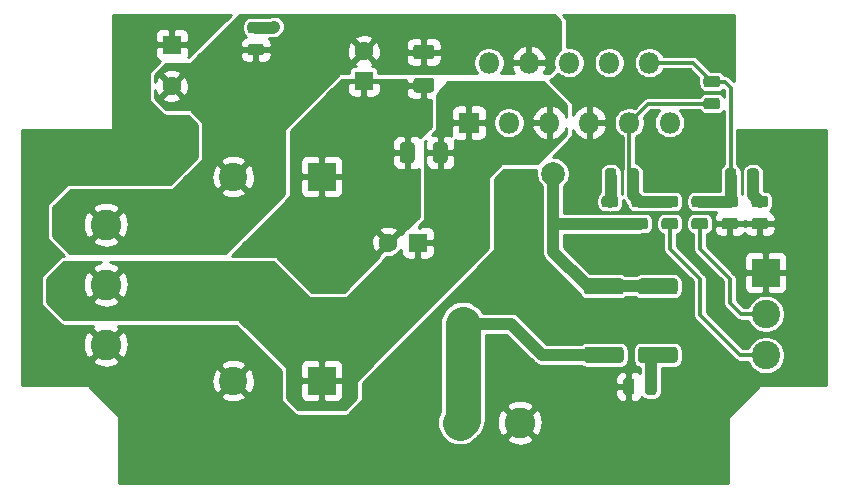
<source format=gbr>
%TF.GenerationSoftware,KiCad,Pcbnew,(5.1.6-0)*%
%TF.CreationDate,2023-03-27T21:53:34-07:00*%
%TF.ProjectId,LM3886-bal-no15v-th,4c4d3338-3836-42d6-9261-6c2d6e6f3135,rev?*%
%TF.SameCoordinates,Original*%
%TF.FileFunction,Copper,L1,Top*%
%TF.FilePolarity,Positive*%
%FSLAX46Y46*%
G04 Gerber Fmt 4.6, Leading zero omitted, Abs format (unit mm)*
G04 Created by KiCad (PCBNEW (5.1.6-0)) date 2023-03-27 21:53:34*
%MOMM*%
%LPD*%
G01*
G04 APERTURE LIST*
%TA.AperFunction,ComponentPad*%
%ADD10C,1.600000*%
%TD*%
%TA.AperFunction,ComponentPad*%
%ADD11R,1.600000X1.600000*%
%TD*%
%TA.AperFunction,ComponentPad*%
%ADD12C,2.400000*%
%TD*%
%TA.AperFunction,ComponentPad*%
%ADD13R,2.400000X2.400000*%
%TD*%
%TA.AperFunction,ComponentPad*%
%ADD14C,2.600000*%
%TD*%
%TA.AperFunction,ComponentPad*%
%ADD15C,2.000000*%
%TD*%
%TA.AperFunction,ComponentPad*%
%ADD16O,1.800000X1.800000*%
%TD*%
%TA.AperFunction,ComponentPad*%
%ADD17R,1.800000X1.800000*%
%TD*%
%TA.AperFunction,ViaPad*%
%ADD18C,0.700000*%
%TD*%
%TA.AperFunction,ViaPad*%
%ADD19C,0.800000*%
%TD*%
%TA.AperFunction,Conductor*%
%ADD20C,1.000000*%
%TD*%
%TA.AperFunction,Conductor*%
%ADD21C,0.300000*%
%TD*%
%TA.AperFunction,Conductor*%
%ADD22C,3.000000*%
%TD*%
%TA.AperFunction,Conductor*%
%ADD23C,0.254000*%
%TD*%
G04 APERTURE END LIST*
D10*
%TO.P,C10,2*%
%TO.N,VEE*%
X85344000Y-66492000D03*
D11*
%TO.P,C10,1*%
%TO.N,GND*%
X85344000Y-62992000D03*
%TD*%
D10*
%TO.P,C7,2*%
%TO.N,VEE*%
X101600000Y-63540000D03*
D11*
%TO.P,C7,1*%
%TO.N,GND*%
X101600000Y-66040000D03*
%TD*%
D10*
%TO.P,C6,2*%
%TO.N,GND*%
X103672000Y-79756000D03*
D11*
%TO.P,C6,1*%
%TO.N,VCC*%
X106172000Y-79756000D03*
%TD*%
D12*
%TO.P,C3,2*%
%TO.N,VEE*%
X90544000Y-74168000D03*
D13*
%TO.P,C3,1*%
%TO.N,GND*%
X98044000Y-74168000D03*
%TD*%
D12*
%TO.P,C2,2*%
%TO.N,GND*%
X90544000Y-91440000D03*
D13*
%TO.P,C2,1*%
%TO.N,VCC*%
X98044000Y-91440000D03*
%TD*%
D12*
%TO.P,J1,3*%
%TO.N,/IN-*%
X135636000Y-89296000D03*
%TO.P,J1,2*%
%TO.N,/IN+*%
X135636000Y-85796000D03*
D13*
%TO.P,J1,1*%
%TO.N,GND*%
X135636000Y-82296000D03*
%TD*%
D14*
%TO.P,J3,3*%
%TO.N,GND*%
X79756000Y-88392000D03*
%TO.P,J3,2*%
%TO.N,VCC*%
X79756000Y-83312000D03*
%TO.P,J3,1*%
%TO.N,VEE*%
X79756000Y-78232000D03*
%TD*%
%TO.P,J2,2*%
%TO.N,GND*%
X114808000Y-94996000D03*
%TO.P,J2,1*%
%TO.N,Net-(J2-Pad1)*%
X109728000Y-94996000D03*
%TD*%
D15*
%TO.P,L1,2*%
%TO.N,Net-(J2-Pad1)*%
X109982000Y-86614000D03*
%TO.P,L1,1*%
%TO.N,/SIGOUT*%
X117602000Y-73914000D03*
%TD*%
%TO.P,R9,2*%
%TO.N,/SIGOUT*%
%TA.AperFunction,SMDPad,CuDef*%
G36*
G01*
X123345001Y-84135000D02*
X120494999Y-84135000D01*
G75*
G02*
X120245000Y-83885001I0J249999D01*
G01*
X120245000Y-83034999D01*
G75*
G02*
X120494999Y-82785000I249999J0D01*
G01*
X123345001Y-82785000D01*
G75*
G02*
X123595000Y-83034999I0J-249999D01*
G01*
X123595000Y-83885001D01*
G75*
G02*
X123345001Y-84135000I-249999J0D01*
G01*
G37*
%TD.AperFunction*%
%TO.P,R9,1*%
%TO.N,Net-(J2-Pad1)*%
%TA.AperFunction,SMDPad,CuDef*%
G36*
G01*
X123345001Y-89935000D02*
X120494999Y-89935000D01*
G75*
G02*
X120245000Y-89685001I0J249999D01*
G01*
X120245000Y-88834999D01*
G75*
G02*
X120494999Y-88585000I249999J0D01*
G01*
X123345001Y-88585000D01*
G75*
G02*
X123595000Y-88834999I0J-249999D01*
G01*
X123595000Y-89685001D01*
G75*
G02*
X123345001Y-89935000I-249999J0D01*
G01*
G37*
%TD.AperFunction*%
%TD*%
%TO.P,R8,2*%
%TO.N,Net-(C11-Pad1)*%
%TA.AperFunction,SMDPad,CuDef*%
G36*
G01*
X125066999Y-88585000D02*
X127917001Y-88585000D01*
G75*
G02*
X128167000Y-88834999I0J-249999D01*
G01*
X128167000Y-89685001D01*
G75*
G02*
X127917001Y-89935000I-249999J0D01*
G01*
X125066999Y-89935000D01*
G75*
G02*
X124817000Y-89685001I0J249999D01*
G01*
X124817000Y-88834999D01*
G75*
G02*
X125066999Y-88585000I249999J0D01*
G01*
G37*
%TD.AperFunction*%
%TO.P,R8,1*%
%TO.N,/SIGOUT*%
%TA.AperFunction,SMDPad,CuDef*%
G36*
G01*
X125066999Y-82785000D02*
X127917001Y-82785000D01*
G75*
G02*
X128167000Y-83034999I0J-249999D01*
G01*
X128167000Y-83885001D01*
G75*
G02*
X127917001Y-84135000I-249999J0D01*
G01*
X125066999Y-84135000D01*
G75*
G02*
X124817000Y-83885001I0J249999D01*
G01*
X124817000Y-83034999D01*
G75*
G02*
X125066999Y-82785000I249999J0D01*
G01*
G37*
%TD.AperFunction*%
%TD*%
%TO.P,C9,2*%
%TO.N,VEE*%
%TA.AperFunction,SMDPad,CuDef*%
G36*
G01*
X107305000Y-64249000D02*
X106055000Y-64249000D01*
G75*
G02*
X105805000Y-63999000I0J250000D01*
G01*
X105805000Y-63249000D01*
G75*
G02*
X106055000Y-62999000I250000J0D01*
G01*
X107305000Y-62999000D01*
G75*
G02*
X107555000Y-63249000I0J-250000D01*
G01*
X107555000Y-63999000D01*
G75*
G02*
X107305000Y-64249000I-250000J0D01*
G01*
G37*
%TD.AperFunction*%
%TO.P,C9,1*%
%TO.N,GND*%
%TA.AperFunction,SMDPad,CuDef*%
G36*
G01*
X107305000Y-67049000D02*
X106055000Y-67049000D01*
G75*
G02*
X105805000Y-66799000I0J250000D01*
G01*
X105805000Y-66049000D01*
G75*
G02*
X106055000Y-65799000I250000J0D01*
G01*
X107305000Y-65799000D01*
G75*
G02*
X107555000Y-66049000I0J-250000D01*
G01*
X107555000Y-66799000D01*
G75*
G02*
X107305000Y-67049000I-250000J0D01*
G01*
G37*
%TD.AperFunction*%
%TD*%
%TO.P,C8,2*%
%TO.N,GND*%
%TA.AperFunction,SMDPad,CuDef*%
G36*
G01*
X105905000Y-71511000D02*
X105905000Y-72761000D01*
G75*
G02*
X105655000Y-73011000I-250000J0D01*
G01*
X104905000Y-73011000D01*
G75*
G02*
X104655000Y-72761000I0J250000D01*
G01*
X104655000Y-71511000D01*
G75*
G02*
X104905000Y-71261000I250000J0D01*
G01*
X105655000Y-71261000D01*
G75*
G02*
X105905000Y-71511000I0J-250000D01*
G01*
G37*
%TD.AperFunction*%
%TO.P,C8,1*%
%TO.N,VCC*%
%TA.AperFunction,SMDPad,CuDef*%
G36*
G01*
X108705000Y-71511000D02*
X108705000Y-72761000D01*
G75*
G02*
X108455000Y-73011000I-250000J0D01*
G01*
X107705000Y-73011000D01*
G75*
G02*
X107455000Y-72761000I0J250000D01*
G01*
X107455000Y-71511000D01*
G75*
G02*
X107705000Y-71261000I250000J0D01*
G01*
X108455000Y-71261000D01*
G75*
G02*
X108705000Y-71511000I0J-250000D01*
G01*
G37*
%TD.AperFunction*%
%TD*%
D16*
%TO.P,U1,11*%
%TO.N,Net-(U1-Pad11)*%
X127490000Y-69596000D03*
%TO.P,U1,10*%
%TO.N,/ICIN+*%
X125790000Y-64516000D03*
%TO.P,U1,9*%
%TO.N,/ICIN-*%
X124090000Y-69596000D03*
%TO.P,U1,8*%
%TO.N,/MUTE*%
X122390000Y-64516000D03*
%TO.P,U1,7*%
%TO.N,GND*%
X120690000Y-69596000D03*
%TO.P,U1,6*%
%TO.N,Net-(U1-Pad6)*%
X118990000Y-64516000D03*
%TO.P,U1,5*%
%TO.N,VCC*%
X117290000Y-69596000D03*
%TO.P,U1,4*%
%TO.N,VEE*%
X115590000Y-64516000D03*
%TO.P,U1,3*%
%TO.N,/SIGOUT*%
X113890000Y-69596000D03*
%TO.P,U1,2*%
%TO.N,Net-(U1-Pad2)*%
X112190000Y-64516000D03*
D17*
%TO.P,U1,1*%
%TO.N,VCC*%
X110490000Y-69596000D03*
%TD*%
%TO.P,R7,2*%
%TO.N,/MUTE*%
%TA.AperFunction,SMDPad,CuDef*%
G36*
G01*
X92912250Y-62034000D02*
X91999750Y-62034000D01*
G75*
G02*
X91756000Y-61790250I0J243750D01*
G01*
X91756000Y-61302750D01*
G75*
G02*
X91999750Y-61059000I243750J0D01*
G01*
X92912250Y-61059000D01*
G75*
G02*
X93156000Y-61302750I0J-243750D01*
G01*
X93156000Y-61790250D01*
G75*
G02*
X92912250Y-62034000I-243750J0D01*
G01*
G37*
%TD.AperFunction*%
%TO.P,R7,1*%
%TO.N,VEE*%
%TA.AperFunction,SMDPad,CuDef*%
G36*
G01*
X92912250Y-63909000D02*
X91999750Y-63909000D01*
G75*
G02*
X91756000Y-63665250I0J243750D01*
G01*
X91756000Y-63177750D01*
G75*
G02*
X91999750Y-62934000I243750J0D01*
G01*
X92912250Y-62934000D01*
G75*
G02*
X93156000Y-63177750I0J-243750D01*
G01*
X93156000Y-63665250D01*
G75*
G02*
X92912250Y-63909000I-243750J0D01*
G01*
G37*
%TD.AperFunction*%
%TD*%
%TO.P,R6,2*%
%TO.N,Net-(C5-Pad1)*%
%TA.AperFunction,SMDPad,CuDef*%
G36*
G01*
X122884250Y-76766000D02*
X121971750Y-76766000D01*
G75*
G02*
X121728000Y-76522250I0J243750D01*
G01*
X121728000Y-76034750D01*
G75*
G02*
X121971750Y-75791000I243750J0D01*
G01*
X122884250Y-75791000D01*
G75*
G02*
X123128000Y-76034750I0J-243750D01*
G01*
X123128000Y-76522250D01*
G75*
G02*
X122884250Y-76766000I-243750J0D01*
G01*
G37*
%TD.AperFunction*%
%TO.P,R6,1*%
%TO.N,/SIGOUT*%
%TA.AperFunction,SMDPad,CuDef*%
G36*
G01*
X122884250Y-78641000D02*
X121971750Y-78641000D01*
G75*
G02*
X121728000Y-78397250I0J243750D01*
G01*
X121728000Y-77909750D01*
G75*
G02*
X121971750Y-77666000I243750J0D01*
G01*
X122884250Y-77666000D01*
G75*
G02*
X123128000Y-77909750I0J-243750D01*
G01*
X123128000Y-78397250D01*
G75*
G02*
X122884250Y-78641000I-243750J0D01*
G01*
G37*
%TD.AperFunction*%
%TD*%
%TO.P,R5,2*%
%TO.N,/ICIN-*%
%TA.AperFunction,SMDPad,CuDef*%
G36*
G01*
X125424250Y-76766000D02*
X124511750Y-76766000D01*
G75*
G02*
X124268000Y-76522250I0J243750D01*
G01*
X124268000Y-76034750D01*
G75*
G02*
X124511750Y-75791000I243750J0D01*
G01*
X125424250Y-75791000D01*
G75*
G02*
X125668000Y-76034750I0J-243750D01*
G01*
X125668000Y-76522250D01*
G75*
G02*
X125424250Y-76766000I-243750J0D01*
G01*
G37*
%TD.AperFunction*%
%TO.P,R5,1*%
%TO.N,/SIGOUT*%
%TA.AperFunction,SMDPad,CuDef*%
G36*
G01*
X125424250Y-78641000D02*
X124511750Y-78641000D01*
G75*
G02*
X124268000Y-78397250I0J243750D01*
G01*
X124268000Y-77909750D01*
G75*
G02*
X124511750Y-77666000I243750J0D01*
G01*
X125424250Y-77666000D01*
G75*
G02*
X125668000Y-77909750I0J-243750D01*
G01*
X125668000Y-78397250D01*
G75*
G02*
X125424250Y-78641000I-243750J0D01*
G01*
G37*
%TD.AperFunction*%
%TD*%
%TO.P,R4,2*%
%TO.N,/ICIN+*%
%TA.AperFunction,SMDPad,CuDef*%
G36*
G01*
X133044250Y-76766000D02*
X132131750Y-76766000D01*
G75*
G02*
X131888000Y-76522250I0J243750D01*
G01*
X131888000Y-76034750D01*
G75*
G02*
X132131750Y-75791000I243750J0D01*
G01*
X133044250Y-75791000D01*
G75*
G02*
X133288000Y-76034750I0J-243750D01*
G01*
X133288000Y-76522250D01*
G75*
G02*
X133044250Y-76766000I-243750J0D01*
G01*
G37*
%TD.AperFunction*%
%TO.P,R4,1*%
%TO.N,GND*%
%TA.AperFunction,SMDPad,CuDef*%
G36*
G01*
X133044250Y-78641000D02*
X132131750Y-78641000D01*
G75*
G02*
X131888000Y-78397250I0J243750D01*
G01*
X131888000Y-77909750D01*
G75*
G02*
X132131750Y-77666000I243750J0D01*
G01*
X133044250Y-77666000D01*
G75*
G02*
X133288000Y-77909750I0J-243750D01*
G01*
X133288000Y-78397250D01*
G75*
G02*
X133044250Y-78641000I-243750J0D01*
G01*
G37*
%TD.AperFunction*%
%TD*%
%TO.P,R3,2*%
%TO.N,Net-(C4-Pad2)*%
%TA.AperFunction,SMDPad,CuDef*%
G36*
G01*
X135584250Y-76766000D02*
X134671750Y-76766000D01*
G75*
G02*
X134428000Y-76522250I0J243750D01*
G01*
X134428000Y-76034750D01*
G75*
G02*
X134671750Y-75791000I243750J0D01*
G01*
X135584250Y-75791000D01*
G75*
G02*
X135828000Y-76034750I0J-243750D01*
G01*
X135828000Y-76522250D01*
G75*
G02*
X135584250Y-76766000I-243750J0D01*
G01*
G37*
%TD.AperFunction*%
%TO.P,R3,1*%
%TO.N,GND*%
%TA.AperFunction,SMDPad,CuDef*%
G36*
G01*
X135584250Y-78641000D02*
X134671750Y-78641000D01*
G75*
G02*
X134428000Y-78397250I0J243750D01*
G01*
X134428000Y-77909750D01*
G75*
G02*
X134671750Y-77666000I243750J0D01*
G01*
X135584250Y-77666000D01*
G75*
G02*
X135828000Y-77909750I0J-243750D01*
G01*
X135828000Y-78397250D01*
G75*
G02*
X135584250Y-78641000I-243750J0D01*
G01*
G37*
%TD.AperFunction*%
%TD*%
%TO.P,R2,2*%
%TO.N,/IN-*%
%TA.AperFunction,SMDPad,CuDef*%
G36*
G01*
X127051750Y-77666000D02*
X127964250Y-77666000D01*
G75*
G02*
X128208000Y-77909750I0J-243750D01*
G01*
X128208000Y-78397250D01*
G75*
G02*
X127964250Y-78641000I-243750J0D01*
G01*
X127051750Y-78641000D01*
G75*
G02*
X126808000Y-78397250I0J243750D01*
G01*
X126808000Y-77909750D01*
G75*
G02*
X127051750Y-77666000I243750J0D01*
G01*
G37*
%TD.AperFunction*%
%TO.P,R2,1*%
%TO.N,/ICIN-*%
%TA.AperFunction,SMDPad,CuDef*%
G36*
G01*
X127051750Y-75791000D02*
X127964250Y-75791000D01*
G75*
G02*
X128208000Y-76034750I0J-243750D01*
G01*
X128208000Y-76522250D01*
G75*
G02*
X127964250Y-76766000I-243750J0D01*
G01*
X127051750Y-76766000D01*
G75*
G02*
X126808000Y-76522250I0J243750D01*
G01*
X126808000Y-76034750D01*
G75*
G02*
X127051750Y-75791000I243750J0D01*
G01*
G37*
%TD.AperFunction*%
%TD*%
%TO.P,R1,2*%
%TO.N,/IN+*%
%TA.AperFunction,SMDPad,CuDef*%
G36*
G01*
X129591750Y-77666000D02*
X130504250Y-77666000D01*
G75*
G02*
X130748000Y-77909750I0J-243750D01*
G01*
X130748000Y-78397250D01*
G75*
G02*
X130504250Y-78641000I-243750J0D01*
G01*
X129591750Y-78641000D01*
G75*
G02*
X129348000Y-78397250I0J243750D01*
G01*
X129348000Y-77909750D01*
G75*
G02*
X129591750Y-77666000I243750J0D01*
G01*
G37*
%TD.AperFunction*%
%TO.P,R1,1*%
%TO.N,/ICIN+*%
%TA.AperFunction,SMDPad,CuDef*%
G36*
G01*
X129591750Y-75791000D02*
X130504250Y-75791000D01*
G75*
G02*
X130748000Y-76034750I0J-243750D01*
G01*
X130748000Y-76522250D01*
G75*
G02*
X130504250Y-76766000I-243750J0D01*
G01*
X129591750Y-76766000D01*
G75*
G02*
X129348000Y-76522250I0J243750D01*
G01*
X129348000Y-76034750D01*
G75*
G02*
X129591750Y-75791000I243750J0D01*
G01*
G37*
%TD.AperFunction*%
%TD*%
%TO.P,C11,2*%
%TO.N,GND*%
%TA.AperFunction,SMDPad,CuDef*%
G36*
G01*
X124518000Y-91491750D02*
X124518000Y-92404250D01*
G75*
G02*
X124274250Y-92648000I-243750J0D01*
G01*
X123786750Y-92648000D01*
G75*
G02*
X123543000Y-92404250I0J243750D01*
G01*
X123543000Y-91491750D01*
G75*
G02*
X123786750Y-91248000I243750J0D01*
G01*
X124274250Y-91248000D01*
G75*
G02*
X124518000Y-91491750I0J-243750D01*
G01*
G37*
%TD.AperFunction*%
%TO.P,C11,1*%
%TO.N,Net-(C11-Pad1)*%
%TA.AperFunction,SMDPad,CuDef*%
G36*
G01*
X126393000Y-91491750D02*
X126393000Y-92404250D01*
G75*
G02*
X126149250Y-92648000I-243750J0D01*
G01*
X125661750Y-92648000D01*
G75*
G02*
X125418000Y-92404250I0J243750D01*
G01*
X125418000Y-91491750D01*
G75*
G02*
X125661750Y-91248000I243750J0D01*
G01*
X126149250Y-91248000D01*
G75*
G02*
X126393000Y-91491750I0J-243750D01*
G01*
G37*
%TD.AperFunction*%
%TD*%
%TO.P,C5,2*%
%TO.N,/ICIN-*%
%TA.AperFunction,SMDPad,CuDef*%
G36*
G01*
X123894000Y-74624250D02*
X123894000Y-73711750D01*
G75*
G02*
X124137750Y-73468000I243750J0D01*
G01*
X124625250Y-73468000D01*
G75*
G02*
X124869000Y-73711750I0J-243750D01*
G01*
X124869000Y-74624250D01*
G75*
G02*
X124625250Y-74868000I-243750J0D01*
G01*
X124137750Y-74868000D01*
G75*
G02*
X123894000Y-74624250I0J243750D01*
G01*
G37*
%TD.AperFunction*%
%TO.P,C5,1*%
%TO.N,Net-(C5-Pad1)*%
%TA.AperFunction,SMDPad,CuDef*%
G36*
G01*
X122019000Y-74624250D02*
X122019000Y-73711750D01*
G75*
G02*
X122262750Y-73468000I243750J0D01*
G01*
X122750250Y-73468000D01*
G75*
G02*
X122994000Y-73711750I0J-243750D01*
G01*
X122994000Y-74624250D01*
G75*
G02*
X122750250Y-74868000I-243750J0D01*
G01*
X122262750Y-74868000D01*
G75*
G02*
X122019000Y-74624250I0J243750D01*
G01*
G37*
%TD.AperFunction*%
%TD*%
%TO.P,C4,2*%
%TO.N,Net-(C4-Pad2)*%
%TA.AperFunction,SMDPad,CuDef*%
G36*
G01*
X134054000Y-74624250D02*
X134054000Y-73711750D01*
G75*
G02*
X134297750Y-73468000I243750J0D01*
G01*
X134785250Y-73468000D01*
G75*
G02*
X135029000Y-73711750I0J-243750D01*
G01*
X135029000Y-74624250D01*
G75*
G02*
X134785250Y-74868000I-243750J0D01*
G01*
X134297750Y-74868000D01*
G75*
G02*
X134054000Y-74624250I0J243750D01*
G01*
G37*
%TD.AperFunction*%
%TO.P,C4,1*%
%TO.N,/ICIN+*%
%TA.AperFunction,SMDPad,CuDef*%
G36*
G01*
X132179000Y-74624250D02*
X132179000Y-73711750D01*
G75*
G02*
X132422750Y-73468000I243750J0D01*
G01*
X132910250Y-73468000D01*
G75*
G02*
X133154000Y-73711750I0J-243750D01*
G01*
X133154000Y-74624250D01*
G75*
G02*
X132910250Y-74868000I-243750J0D01*
G01*
X132422750Y-74868000D01*
G75*
G02*
X132179000Y-74624250I0J243750D01*
G01*
G37*
%TD.AperFunction*%
%TD*%
%TO.P,C1,2*%
%TO.N,/ICIN+*%
%TA.AperFunction,SMDPad,CuDef*%
G36*
G01*
X131520250Y-66606000D02*
X130607750Y-66606000D01*
G75*
G02*
X130364000Y-66362250I0J243750D01*
G01*
X130364000Y-65874750D01*
G75*
G02*
X130607750Y-65631000I243750J0D01*
G01*
X131520250Y-65631000D01*
G75*
G02*
X131764000Y-65874750I0J-243750D01*
G01*
X131764000Y-66362250D01*
G75*
G02*
X131520250Y-66606000I-243750J0D01*
G01*
G37*
%TD.AperFunction*%
%TO.P,C1,1*%
%TO.N,/ICIN-*%
%TA.AperFunction,SMDPad,CuDef*%
G36*
G01*
X131520250Y-68481000D02*
X130607750Y-68481000D01*
G75*
G02*
X130364000Y-68237250I0J243750D01*
G01*
X130364000Y-67749750D01*
G75*
G02*
X130607750Y-67506000I243750J0D01*
G01*
X131520250Y-67506000D01*
G75*
G02*
X131764000Y-67749750I0J-243750D01*
G01*
X131764000Y-68237250D01*
G75*
G02*
X131520250Y-68481000I-243750J0D01*
G01*
G37*
%TD.AperFunction*%
%TD*%
D18*
%TO.N,GND*%
X133096000Y-86868000D03*
X131572000Y-84328000D03*
X129032000Y-79756000D03*
X105664000Y-89916000D03*
X98044000Y-97536000D03*
X92964000Y-79756000D03*
X98552000Y-82296000D03*
X101600000Y-68072000D03*
X101092000Y-77216000D03*
X86360000Y-71120000D03*
X98044000Y-69596000D03*
X103632000Y-72136000D03*
X105156000Y-74168000D03*
X105156000Y-70104000D03*
X106680000Y-68072000D03*
X104648000Y-66548000D03*
X122428000Y-91948000D03*
X123952000Y-93980000D03*
X132588000Y-79756000D03*
X134620000Y-79756000D03*
X131572000Y-79756000D03*
X135636000Y-79756000D03*
X114300000Y-77216000D03*
X114300000Y-80264000D03*
X114300000Y-83312000D03*
X117348000Y-85344000D03*
X121920000Y-86360000D03*
X126492000Y-86360000D03*
X121920000Y-80264000D03*
X125984000Y-80264000D03*
X119888000Y-76200000D03*
X127000000Y-73152000D03*
X130048000Y-73152000D03*
X121920000Y-67056000D03*
X128016000Y-66548000D03*
X130556000Y-62992000D03*
X135128000Y-71628000D03*
X138176000Y-76200000D03*
X113284000Y-89916000D03*
X124460000Y-61976000D03*
X133604000Y-79756000D03*
X136652000Y-79756000D03*
D19*
%TO.N,/MUTE*%
X93980000Y-61468000D03*
%TD*%
D20*
%TO.N,Net-(C4-Pad2)*%
X134541500Y-75692000D02*
X135128000Y-76278500D01*
X134541500Y-74168000D02*
X134541500Y-75692000D01*
%TO.N,Net-(C5-Pad1)*%
X122506500Y-76200000D02*
X122428000Y-76278500D01*
X122506500Y-74168000D02*
X122506500Y-76200000D01*
%TO.N,Net-(C11-Pad1)*%
X125905500Y-89338500D02*
X125984000Y-89260000D01*
X125905500Y-91948000D02*
X125905500Y-89338500D01*
%TO.N,/ICIN+*%
X132666500Y-76200000D02*
X132588000Y-76278500D01*
X132666500Y-74168000D02*
X132666500Y-76200000D01*
X132588000Y-76278500D02*
X130048000Y-76278500D01*
D21*
X129461500Y-64516000D02*
X131064000Y-66118500D01*
X125790000Y-64516000D02*
X129461500Y-64516000D01*
X132666500Y-74168000D02*
X132666500Y-66626500D01*
X132158500Y-66118500D02*
X131064000Y-66118500D01*
X132666500Y-66626500D02*
X132158500Y-66118500D01*
D20*
%TO.N,/ICIN-*%
X124381500Y-75692000D02*
X124968000Y-76278500D01*
X124381500Y-74168000D02*
X124381500Y-75692000D01*
X127508000Y-76278500D02*
X124968000Y-76278500D01*
D21*
X124090000Y-73876500D02*
X124381500Y-74168000D01*
X124090000Y-69596000D02*
X124090000Y-73876500D01*
X125692500Y-67993500D02*
X124090000Y-69596000D01*
X131064000Y-67993500D02*
X125692500Y-67993500D01*
%TO.N,/IN+*%
X135636000Y-85796000D02*
X133548000Y-85796000D01*
X133548000Y-85796000D02*
X132588000Y-84836000D01*
X132588000Y-84836000D02*
X132588000Y-82804000D01*
X130048000Y-80264000D02*
X130048000Y-78153500D01*
X132588000Y-82804000D02*
X130048000Y-80264000D01*
%TO.N,/IN-*%
X127508000Y-80264000D02*
X127508000Y-78153500D01*
X133492000Y-89296000D02*
X130048000Y-85852000D01*
X130048000Y-82804000D02*
X127508000Y-80264000D01*
X130048000Y-85852000D02*
X130048000Y-82804000D01*
X135636000Y-89296000D02*
X133492000Y-89296000D01*
D20*
%TO.N,/SIGOUT*%
X124968000Y-78153500D02*
X122428000Y-78153500D01*
X121412000Y-83460000D02*
X125984000Y-83460000D01*
X120544000Y-83460000D02*
X121920000Y-83460000D01*
X117602000Y-80518000D02*
X120544000Y-83460000D01*
X122428000Y-78153500D02*
X117777500Y-78153500D01*
X117777500Y-78153500D02*
X117602000Y-77978000D01*
X117602000Y-77978000D02*
X117602000Y-80518000D01*
X117602000Y-73914000D02*
X117602000Y-77978000D01*
%TO.N,/MUTE*%
X93901500Y-61546500D02*
X93980000Y-61468000D01*
X92456000Y-61546500D02*
X93901500Y-61546500D01*
D22*
%TO.N,Net-(J2-Pad1)*%
X109982000Y-94742000D02*
X109728000Y-94996000D01*
X109982000Y-86614000D02*
X109982000Y-94742000D01*
D20*
X121412000Y-89260000D02*
X116692000Y-89260000D01*
X114046000Y-86614000D02*
X109982000Y-86614000D01*
X116692000Y-89260000D02*
X114046000Y-86614000D01*
%TD*%
D23*
%TO.N,GND*%
G36*
X86721504Y-64058626D02*
G01*
X86733502Y-64036180D01*
X86769812Y-63916482D01*
X86782072Y-63792000D01*
X86779000Y-63277750D01*
X86620250Y-63119000D01*
X85471000Y-63119000D01*
X85471000Y-63139000D01*
X85217000Y-63139000D01*
X85217000Y-63119000D01*
X84067750Y-63119000D01*
X83909000Y-63277750D01*
X83905928Y-63792000D01*
X83918188Y-63916482D01*
X83954498Y-64036180D01*
X84013463Y-64146494D01*
X84092815Y-64243185D01*
X84189506Y-64322537D01*
X84299820Y-64381502D01*
X84351079Y-64397051D01*
X83518065Y-65230065D01*
X83464962Y-65294772D01*
X83425503Y-65368594D01*
X83401205Y-65448696D01*
X83393000Y-65532000D01*
X83393000Y-67564000D01*
X83401205Y-67647304D01*
X83425503Y-67727406D01*
X83464962Y-67801228D01*
X83518065Y-67865935D01*
X84534065Y-68881935D01*
X84598772Y-68935038D01*
X84672594Y-68974497D01*
X84752696Y-68998795D01*
X84836000Y-69007000D01*
X86691130Y-69007000D01*
X87457000Y-69772870D01*
X87457000Y-72467130D01*
X85167130Y-74757000D01*
X76708000Y-74757000D01*
X76624696Y-74765205D01*
X76544594Y-74789503D01*
X76470772Y-74828962D01*
X76406065Y-74882065D01*
X74882065Y-76406065D01*
X74828962Y-76470772D01*
X74789503Y-76544594D01*
X74765205Y-76624696D01*
X74757000Y-76708000D01*
X74757000Y-79248000D01*
X74765205Y-79331304D01*
X74789503Y-79411406D01*
X74828962Y-79485228D01*
X74882065Y-79549935D01*
X76186463Y-80854333D01*
X76116696Y-80861205D01*
X76036594Y-80885503D01*
X75962772Y-80924962D01*
X75898065Y-80978065D01*
X74374065Y-82502065D01*
X74320962Y-82566772D01*
X74281503Y-82640594D01*
X74257205Y-82720696D01*
X74249000Y-82804000D01*
X74249000Y-84836000D01*
X74257205Y-84919304D01*
X74281503Y-84999406D01*
X74320962Y-85073228D01*
X74374065Y-85137935D01*
X75898065Y-86661935D01*
X75962772Y-86715038D01*
X76036594Y-86754497D01*
X76116696Y-86778795D01*
X76200000Y-86787000D01*
X78700740Y-86787000D01*
X78586381Y-87042776D01*
X79756000Y-88212395D01*
X80925619Y-87042776D01*
X80811260Y-86787000D01*
X90755130Y-86787000D01*
X94569000Y-90600870D01*
X94569000Y-92964000D01*
X94577205Y-93047304D01*
X94601503Y-93127406D01*
X94640962Y-93201228D01*
X94694065Y-93265935D01*
X95710065Y-94281935D01*
X95774772Y-94335038D01*
X95848594Y-94374497D01*
X95928696Y-94398795D01*
X96012000Y-94407000D01*
X100076000Y-94407000D01*
X100159304Y-94398795D01*
X100239406Y-94374497D01*
X100313228Y-94335038D01*
X100377935Y-94281935D01*
X101393935Y-93265935D01*
X101447038Y-93201228D01*
X101486497Y-93127406D01*
X101510795Y-93047304D01*
X101519000Y-92964000D01*
X101519000Y-91616870D01*
X112569935Y-80565935D01*
X112623038Y-80501228D01*
X112662497Y-80427406D01*
X112686795Y-80347304D01*
X112695000Y-80264000D01*
X112695000Y-74344870D01*
X113460870Y-73579000D01*
X116213678Y-73579000D01*
X116175000Y-73773453D01*
X116175000Y-74054547D01*
X116229838Y-74330241D01*
X116337409Y-74589938D01*
X116493576Y-74823660D01*
X116675000Y-75005084D01*
X116675001Y-77932453D01*
X116675000Y-77932463D01*
X116675000Y-77932473D01*
X116670516Y-77978000D01*
X116675000Y-78023528D01*
X116675001Y-80472463D01*
X116670516Y-80518000D01*
X116675001Y-80563537D01*
X116675001Y-80563538D01*
X116688414Y-80699724D01*
X116702476Y-80746079D01*
X116741420Y-80874463D01*
X116827499Y-81035505D01*
X116914312Y-81141287D01*
X116914317Y-81141292D01*
X116943342Y-81176659D01*
X116978708Y-81205683D01*
X119845737Y-84072713D01*
X119867625Y-84144868D01*
X119930377Y-84262269D01*
X120014828Y-84365172D01*
X120117731Y-84449623D01*
X120235132Y-84512375D01*
X120362520Y-84551018D01*
X120494999Y-84564066D01*
X123345001Y-84564066D01*
X123477480Y-84551018D01*
X123604868Y-84512375D01*
X123722269Y-84449623D01*
X123798575Y-84387000D01*
X124613425Y-84387000D01*
X124689731Y-84449623D01*
X124807132Y-84512375D01*
X124934520Y-84551018D01*
X125066999Y-84564066D01*
X127917001Y-84564066D01*
X128049480Y-84551018D01*
X128176868Y-84512375D01*
X128294269Y-84449623D01*
X128397172Y-84365172D01*
X128481623Y-84262269D01*
X128544375Y-84144868D01*
X128583018Y-84017480D01*
X128596066Y-83885001D01*
X128596066Y-83034999D01*
X128583018Y-82902520D01*
X128544375Y-82775132D01*
X128481623Y-82657731D01*
X128397172Y-82554828D01*
X128294269Y-82470377D01*
X128176868Y-82407625D01*
X128049480Y-82368982D01*
X127917001Y-82355934D01*
X125066999Y-82355934D01*
X124934520Y-82368982D01*
X124807132Y-82407625D01*
X124689731Y-82470377D01*
X124613425Y-82533000D01*
X123798575Y-82533000D01*
X123722269Y-82470377D01*
X123604868Y-82407625D01*
X123477480Y-82368982D01*
X123345001Y-82355934D01*
X120750910Y-82355934D01*
X118529000Y-80134025D01*
X118529000Y-79080500D01*
X125013538Y-79080500D01*
X125119477Y-79070066D01*
X125424250Y-79070066D01*
X125555510Y-79057138D01*
X125681726Y-79018851D01*
X125798047Y-78956676D01*
X125900003Y-78873003D01*
X125983676Y-78771047D01*
X126045851Y-78654726D01*
X126084138Y-78528510D01*
X126097066Y-78397250D01*
X126097066Y-77909750D01*
X126378934Y-77909750D01*
X126378934Y-78397250D01*
X126391862Y-78528510D01*
X126430149Y-78654726D01*
X126492324Y-78771047D01*
X126575997Y-78873003D01*
X126677953Y-78956676D01*
X126794274Y-79018851D01*
X126920490Y-79057138D01*
X126931001Y-79058173D01*
X126931000Y-80235669D01*
X126928210Y-80264000D01*
X126939349Y-80377111D01*
X126954607Y-80427406D01*
X126972343Y-80485875D01*
X127025921Y-80586114D01*
X127098026Y-80673974D01*
X127120038Y-80692039D01*
X129471001Y-83043002D01*
X129471000Y-85823669D01*
X129468210Y-85852000D01*
X129479349Y-85965111D01*
X129495356Y-86017876D01*
X129512343Y-86073875D01*
X129565921Y-86174114D01*
X129638026Y-86261974D01*
X129660038Y-86280039D01*
X133063961Y-89683962D01*
X133082026Y-89705974D01*
X133169885Y-89778079D01*
X133243600Y-89817480D01*
X133270123Y-89831657D01*
X133378888Y-89864651D01*
X133492000Y-89875791D01*
X133520339Y-89873000D01*
X134113950Y-89873000D01*
X134194172Y-90066673D01*
X134372227Y-90333152D01*
X134598848Y-90559773D01*
X134865327Y-90737828D01*
X135161422Y-90860475D01*
X135475755Y-90923000D01*
X135796245Y-90923000D01*
X136110578Y-90860475D01*
X136406673Y-90737828D01*
X136673152Y-90559773D01*
X136899773Y-90333152D01*
X137077828Y-90066673D01*
X137200475Y-89770578D01*
X137263000Y-89456245D01*
X137263000Y-89135755D01*
X137200475Y-88821422D01*
X137077828Y-88525327D01*
X136899773Y-88258848D01*
X136673152Y-88032227D01*
X136406673Y-87854172D01*
X136110578Y-87731525D01*
X135796245Y-87669000D01*
X135475755Y-87669000D01*
X135161422Y-87731525D01*
X134865327Y-87854172D01*
X134598848Y-88032227D01*
X134372227Y-88258848D01*
X134194172Y-88525327D01*
X134113950Y-88719000D01*
X133731001Y-88719000D01*
X130625000Y-85612999D01*
X130625000Y-82832328D01*
X130627790Y-82803999D01*
X130625000Y-82775670D01*
X130625000Y-82775664D01*
X130616650Y-82690888D01*
X130583657Y-82582124D01*
X130530079Y-82481885D01*
X130457974Y-82394026D01*
X130435962Y-82375961D01*
X128085000Y-80024999D01*
X128085000Y-79058173D01*
X128095510Y-79057138D01*
X128221726Y-79018851D01*
X128338047Y-78956676D01*
X128440003Y-78873003D01*
X128523676Y-78771047D01*
X128585851Y-78654726D01*
X128624138Y-78528510D01*
X128637066Y-78397250D01*
X128637066Y-77909750D01*
X128918934Y-77909750D01*
X128918934Y-78397250D01*
X128931862Y-78528510D01*
X128970149Y-78654726D01*
X129032324Y-78771047D01*
X129115997Y-78873003D01*
X129217953Y-78956676D01*
X129334274Y-79018851D01*
X129460490Y-79057138D01*
X129471001Y-79058173D01*
X129471000Y-80235669D01*
X129468210Y-80264000D01*
X129479349Y-80377111D01*
X129494607Y-80427406D01*
X129512343Y-80485875D01*
X129565921Y-80586114D01*
X129638026Y-80673974D01*
X129660038Y-80692039D01*
X132011001Y-83043002D01*
X132011000Y-84807669D01*
X132008210Y-84836000D01*
X132019349Y-84949111D01*
X132034607Y-84999406D01*
X132052343Y-85057875D01*
X132105921Y-85158114D01*
X132178026Y-85245974D01*
X132200038Y-85264039D01*
X133119965Y-86183967D01*
X133138026Y-86205974D01*
X133160033Y-86224035D01*
X133160035Y-86224037D01*
X133174907Y-86236242D01*
X133225885Y-86278079D01*
X133326124Y-86331657D01*
X133370782Y-86345204D01*
X133434888Y-86364651D01*
X133495971Y-86370666D01*
X133519664Y-86373000D01*
X133519668Y-86373000D01*
X133547999Y-86375790D01*
X133576330Y-86373000D01*
X134113950Y-86373000D01*
X134194172Y-86566673D01*
X134372227Y-86833152D01*
X134598848Y-87059773D01*
X134865327Y-87237828D01*
X135161422Y-87360475D01*
X135475755Y-87423000D01*
X135796245Y-87423000D01*
X136110578Y-87360475D01*
X136406673Y-87237828D01*
X136673152Y-87059773D01*
X136899773Y-86833152D01*
X137077828Y-86566673D01*
X137200475Y-86270578D01*
X137263000Y-85956245D01*
X137263000Y-85635755D01*
X137200475Y-85321422D01*
X137077828Y-85025327D01*
X136899773Y-84758848D01*
X136673152Y-84532227D01*
X136406673Y-84354172D01*
X136110578Y-84231525D01*
X135796245Y-84169000D01*
X135475755Y-84169000D01*
X135161422Y-84231525D01*
X134865327Y-84354172D01*
X134598848Y-84532227D01*
X134372227Y-84758848D01*
X134194172Y-85025327D01*
X134113950Y-85219000D01*
X133787002Y-85219000D01*
X133165000Y-84596999D01*
X133165000Y-83496000D01*
X133797928Y-83496000D01*
X133810188Y-83620482D01*
X133846498Y-83740180D01*
X133905463Y-83850494D01*
X133984815Y-83947185D01*
X134081506Y-84026537D01*
X134191820Y-84085502D01*
X134311518Y-84121812D01*
X134436000Y-84134072D01*
X135350250Y-84131000D01*
X135509000Y-83972250D01*
X135509000Y-82423000D01*
X135763000Y-82423000D01*
X135763000Y-83972250D01*
X135921750Y-84131000D01*
X136836000Y-84134072D01*
X136960482Y-84121812D01*
X137080180Y-84085502D01*
X137190494Y-84026537D01*
X137287185Y-83947185D01*
X137366537Y-83850494D01*
X137425502Y-83740180D01*
X137461812Y-83620482D01*
X137474072Y-83496000D01*
X137471000Y-82581750D01*
X137312250Y-82423000D01*
X135763000Y-82423000D01*
X135509000Y-82423000D01*
X133959750Y-82423000D01*
X133801000Y-82581750D01*
X133797928Y-83496000D01*
X133165000Y-83496000D01*
X133165000Y-82832328D01*
X133167790Y-82803999D01*
X133165000Y-82775670D01*
X133165000Y-82775664D01*
X133156650Y-82690888D01*
X133123657Y-82582124D01*
X133070079Y-82481885D01*
X132997974Y-82394026D01*
X132975962Y-82375961D01*
X131696001Y-81096000D01*
X133797928Y-81096000D01*
X133801000Y-82010250D01*
X133959750Y-82169000D01*
X135509000Y-82169000D01*
X135509000Y-80619750D01*
X135763000Y-80619750D01*
X135763000Y-82169000D01*
X137312250Y-82169000D01*
X137471000Y-82010250D01*
X137474072Y-81096000D01*
X137461812Y-80971518D01*
X137425502Y-80851820D01*
X137366537Y-80741506D01*
X137287185Y-80644815D01*
X137190494Y-80565463D01*
X137080180Y-80506498D01*
X136960482Y-80470188D01*
X136836000Y-80457928D01*
X135921750Y-80461000D01*
X135763000Y-80619750D01*
X135509000Y-80619750D01*
X135350250Y-80461000D01*
X134436000Y-80457928D01*
X134311518Y-80470188D01*
X134191820Y-80506498D01*
X134081506Y-80565463D01*
X133984815Y-80644815D01*
X133905463Y-80741506D01*
X133846498Y-80851820D01*
X133810188Y-80971518D01*
X133797928Y-81096000D01*
X131696001Y-81096000D01*
X130625000Y-80024999D01*
X130625000Y-79058173D01*
X130635510Y-79057138D01*
X130761726Y-79018851D01*
X130878047Y-78956676D01*
X130980003Y-78873003D01*
X131063676Y-78771047D01*
X131125851Y-78654726D01*
X131130014Y-78641000D01*
X131249928Y-78641000D01*
X131262188Y-78765482D01*
X131298498Y-78885180D01*
X131357463Y-78995494D01*
X131436815Y-79092185D01*
X131533506Y-79171537D01*
X131643820Y-79230502D01*
X131763518Y-79266812D01*
X131888000Y-79279072D01*
X132302250Y-79276000D01*
X132461000Y-79117250D01*
X132461000Y-78280500D01*
X132715000Y-78280500D01*
X132715000Y-79117250D01*
X132873750Y-79276000D01*
X133288000Y-79279072D01*
X133412482Y-79266812D01*
X133532180Y-79230502D01*
X133642494Y-79171537D01*
X133739185Y-79092185D01*
X133818537Y-78995494D01*
X133858000Y-78921665D01*
X133897463Y-78995494D01*
X133976815Y-79092185D01*
X134073506Y-79171537D01*
X134183820Y-79230502D01*
X134303518Y-79266812D01*
X134428000Y-79279072D01*
X134842250Y-79276000D01*
X135001000Y-79117250D01*
X135001000Y-78280500D01*
X135255000Y-78280500D01*
X135255000Y-79117250D01*
X135413750Y-79276000D01*
X135828000Y-79279072D01*
X135952482Y-79266812D01*
X136072180Y-79230502D01*
X136182494Y-79171537D01*
X136279185Y-79092185D01*
X136358537Y-78995494D01*
X136417502Y-78885180D01*
X136453812Y-78765482D01*
X136466072Y-78641000D01*
X136463000Y-78439250D01*
X136304250Y-78280500D01*
X135255000Y-78280500D01*
X135001000Y-78280500D01*
X133951750Y-78280500D01*
X133858000Y-78374250D01*
X133764250Y-78280500D01*
X132715000Y-78280500D01*
X132461000Y-78280500D01*
X131411750Y-78280500D01*
X131253000Y-78439250D01*
X131249928Y-78641000D01*
X131130014Y-78641000D01*
X131164138Y-78528510D01*
X131177066Y-78397250D01*
X131177066Y-77909750D01*
X131164138Y-77778490D01*
X131125851Y-77652274D01*
X131063676Y-77535953D01*
X130980003Y-77433997D01*
X130878047Y-77350324D01*
X130761726Y-77288149D01*
X130635510Y-77249862D01*
X130504250Y-77236934D01*
X129591750Y-77236934D01*
X129460490Y-77249862D01*
X129334274Y-77288149D01*
X129217953Y-77350324D01*
X129115997Y-77433997D01*
X129032324Y-77535953D01*
X128970149Y-77652274D01*
X128931862Y-77778490D01*
X128918934Y-77909750D01*
X128637066Y-77909750D01*
X128624138Y-77778490D01*
X128585851Y-77652274D01*
X128523676Y-77535953D01*
X128440003Y-77433997D01*
X128338047Y-77350324D01*
X128221726Y-77288149D01*
X128095510Y-77249862D01*
X127964250Y-77236934D01*
X127051750Y-77236934D01*
X126920490Y-77249862D01*
X126794274Y-77288149D01*
X126677953Y-77350324D01*
X126575997Y-77433997D01*
X126492324Y-77535953D01*
X126430149Y-77652274D01*
X126391862Y-77778490D01*
X126378934Y-77909750D01*
X126097066Y-77909750D01*
X126084138Y-77778490D01*
X126045851Y-77652274D01*
X125983676Y-77535953D01*
X125900003Y-77433997D01*
X125798047Y-77350324D01*
X125681726Y-77288149D01*
X125555510Y-77249862D01*
X125424250Y-77236934D01*
X125119477Y-77236934D01*
X125013538Y-77226500D01*
X118529000Y-77226500D01*
X118529000Y-75005084D01*
X118710424Y-74823660D01*
X118866591Y-74589938D01*
X118974162Y-74330241D01*
X119029000Y-74054547D01*
X119029000Y-73773453D01*
X118974162Y-73497759D01*
X118866591Y-73238062D01*
X118710424Y-73004340D01*
X118511660Y-72805576D01*
X118277938Y-72649409D01*
X118018241Y-72541838D01*
X117742547Y-72487000D01*
X117600870Y-72487000D01*
X119173935Y-70913935D01*
X119227038Y-70849228D01*
X119266497Y-70775406D01*
X119290795Y-70695304D01*
X119299000Y-70612000D01*
X119299000Y-70228235D01*
X119377764Y-70392414D01*
X119558351Y-70633116D01*
X119782427Y-70833962D01*
X120041380Y-70987234D01*
X120325259Y-71087041D01*
X120563000Y-70966992D01*
X120563000Y-69723000D01*
X120817000Y-69723000D01*
X120817000Y-70966992D01*
X121054741Y-71087041D01*
X121338620Y-70987234D01*
X121597573Y-70833962D01*
X121821649Y-70633116D01*
X122002236Y-70392414D01*
X122132394Y-70121107D01*
X122181036Y-69960740D01*
X122060378Y-69723000D01*
X120817000Y-69723000D01*
X120563000Y-69723000D01*
X120543000Y-69723000D01*
X120543000Y-69469000D01*
X120563000Y-69469000D01*
X120563000Y-68225008D01*
X120817000Y-68225008D01*
X120817000Y-69469000D01*
X122060378Y-69469000D01*
X122181036Y-69231260D01*
X122132394Y-69070893D01*
X122002236Y-68799586D01*
X121821649Y-68558884D01*
X121597573Y-68358038D01*
X121338620Y-68204766D01*
X121054741Y-68104959D01*
X120817000Y-68225008D01*
X120563000Y-68225008D01*
X120325259Y-68104959D01*
X120041380Y-68204766D01*
X119782427Y-68358038D01*
X119558351Y-68558884D01*
X119377764Y-68799586D01*
X119299000Y-68963765D01*
X119299000Y-68072000D01*
X119290795Y-67988696D01*
X119266497Y-67908594D01*
X119227038Y-67834772D01*
X119173935Y-67770065D01*
X117361537Y-65957667D01*
X117431304Y-65950795D01*
X117511406Y-65926497D01*
X117585228Y-65887038D01*
X117649935Y-65833935D01*
X118040605Y-65443266D01*
X118144087Y-65546748D01*
X118361430Y-65691972D01*
X118602928Y-65792004D01*
X118859302Y-65843000D01*
X119120698Y-65843000D01*
X119377072Y-65792004D01*
X119618570Y-65691972D01*
X119835913Y-65546748D01*
X120020748Y-65361913D01*
X120165972Y-65144570D01*
X120266004Y-64903072D01*
X120317000Y-64646698D01*
X120317000Y-64385302D01*
X121063000Y-64385302D01*
X121063000Y-64646698D01*
X121113996Y-64903072D01*
X121214028Y-65144570D01*
X121359252Y-65361913D01*
X121544087Y-65546748D01*
X121761430Y-65691972D01*
X122002928Y-65792004D01*
X122259302Y-65843000D01*
X122520698Y-65843000D01*
X122777072Y-65792004D01*
X123018570Y-65691972D01*
X123235913Y-65546748D01*
X123420748Y-65361913D01*
X123565972Y-65144570D01*
X123666004Y-64903072D01*
X123717000Y-64646698D01*
X123717000Y-64385302D01*
X123666004Y-64128928D01*
X123565972Y-63887430D01*
X123420748Y-63670087D01*
X123235913Y-63485252D01*
X123018570Y-63340028D01*
X122777072Y-63239996D01*
X122520698Y-63189000D01*
X122259302Y-63189000D01*
X122002928Y-63239996D01*
X121761430Y-63340028D01*
X121544087Y-63485252D01*
X121359252Y-63670087D01*
X121214028Y-63887430D01*
X121113996Y-64128928D01*
X121063000Y-64385302D01*
X120317000Y-64385302D01*
X120266004Y-64128928D01*
X120165972Y-63887430D01*
X120020748Y-63670087D01*
X119835913Y-63485252D01*
X119618570Y-63340028D01*
X119377072Y-63239996D01*
X119120698Y-63189000D01*
X118859302Y-63189000D01*
X118791000Y-63202586D01*
X118791000Y-60960000D01*
X118782795Y-60876696D01*
X118758497Y-60796594D01*
X118719038Y-60722772D01*
X118665935Y-60658065D01*
X118453870Y-60446000D01*
X132969000Y-60446000D01*
X132969000Y-66112999D01*
X132586539Y-65730538D01*
X132568474Y-65708526D01*
X132480615Y-65636421D01*
X132380376Y-65582843D01*
X132316270Y-65563397D01*
X132271611Y-65549849D01*
X132216545Y-65544426D01*
X132186836Y-65541500D01*
X132186831Y-65541500D01*
X132158500Y-65538710D01*
X132130169Y-65541500D01*
X132101349Y-65541500D01*
X132079676Y-65500953D01*
X131996003Y-65398997D01*
X131894047Y-65315324D01*
X131777726Y-65253149D01*
X131651510Y-65214862D01*
X131520250Y-65201934D01*
X130963436Y-65201934D01*
X129889539Y-64128038D01*
X129871474Y-64106026D01*
X129783615Y-64033921D01*
X129683376Y-63980343D01*
X129619270Y-63960897D01*
X129574611Y-63947349D01*
X129519545Y-63941926D01*
X129489836Y-63939000D01*
X129489831Y-63939000D01*
X129461500Y-63936210D01*
X129433169Y-63939000D01*
X126987333Y-63939000D01*
X126965972Y-63887430D01*
X126820748Y-63670087D01*
X126635913Y-63485252D01*
X126418570Y-63340028D01*
X126177072Y-63239996D01*
X125920698Y-63189000D01*
X125659302Y-63189000D01*
X125402928Y-63239996D01*
X125161430Y-63340028D01*
X124944087Y-63485252D01*
X124759252Y-63670087D01*
X124614028Y-63887430D01*
X124513996Y-64128928D01*
X124463000Y-64385302D01*
X124463000Y-64646698D01*
X124513996Y-64903072D01*
X124614028Y-65144570D01*
X124759252Y-65361913D01*
X124944087Y-65546748D01*
X125161430Y-65691972D01*
X125402928Y-65792004D01*
X125659302Y-65843000D01*
X125920698Y-65843000D01*
X126177072Y-65792004D01*
X126418570Y-65691972D01*
X126635913Y-65546748D01*
X126820748Y-65361913D01*
X126965972Y-65144570D01*
X126987333Y-65093000D01*
X129222499Y-65093000D01*
X129941149Y-65811650D01*
X129934934Y-65874750D01*
X129934934Y-66362250D01*
X129947862Y-66493510D01*
X129986149Y-66619726D01*
X130048324Y-66736047D01*
X130131997Y-66838003D01*
X130233953Y-66921676D01*
X130350274Y-66983851D01*
X130476490Y-67022138D01*
X130607750Y-67035066D01*
X131520250Y-67035066D01*
X131651510Y-67022138D01*
X131777726Y-66983851D01*
X131894047Y-66921676D01*
X131996003Y-66838003D01*
X132025752Y-66801753D01*
X132089501Y-66865502D01*
X132089501Y-67394334D01*
X132079676Y-67375953D01*
X131996003Y-67273997D01*
X131894047Y-67190324D01*
X131777726Y-67128149D01*
X131651510Y-67089862D01*
X131520250Y-67076934D01*
X130607750Y-67076934D01*
X130476490Y-67089862D01*
X130350274Y-67128149D01*
X130233953Y-67190324D01*
X130131997Y-67273997D01*
X130048324Y-67375953D01*
X130026651Y-67416500D01*
X125720828Y-67416500D01*
X125692499Y-67413710D01*
X125664170Y-67416500D01*
X125664164Y-67416500D01*
X125579388Y-67424850D01*
X125470624Y-67457843D01*
X125370385Y-67511421D01*
X125353535Y-67525250D01*
X125304535Y-67565463D01*
X125304533Y-67565465D01*
X125282526Y-67583526D01*
X125264465Y-67605533D01*
X124528642Y-68341357D01*
X124477072Y-68319996D01*
X124220698Y-68269000D01*
X123959302Y-68269000D01*
X123702928Y-68319996D01*
X123461430Y-68420028D01*
X123244087Y-68565252D01*
X123059252Y-68750087D01*
X122914028Y-68967430D01*
X122813996Y-69208928D01*
X122763000Y-69465302D01*
X122763000Y-69726698D01*
X122813996Y-69983072D01*
X122914028Y-70224570D01*
X123059252Y-70441913D01*
X123244087Y-70626748D01*
X123461430Y-70771972D01*
X123513000Y-70793333D01*
X123513001Y-73464652D01*
X123477862Y-73580490D01*
X123464934Y-73711750D01*
X123464934Y-74016524D01*
X123454500Y-74122463D01*
X123454501Y-75646463D01*
X123451612Y-75675799D01*
X123443676Y-75660953D01*
X123433500Y-75648553D01*
X123433500Y-74122462D01*
X123423066Y-74016523D01*
X123423066Y-73711750D01*
X123410138Y-73580490D01*
X123371851Y-73454274D01*
X123309676Y-73337953D01*
X123226003Y-73235997D01*
X123124047Y-73152324D01*
X123007726Y-73090149D01*
X122881510Y-73051862D01*
X122750250Y-73038934D01*
X122262750Y-73038934D01*
X122131490Y-73051862D01*
X122005274Y-73090149D01*
X121888953Y-73152324D01*
X121786997Y-73235997D01*
X121703324Y-73337953D01*
X121641149Y-73454274D01*
X121602862Y-73580490D01*
X121589934Y-73711750D01*
X121589934Y-74016524D01*
X121579500Y-74122463D01*
X121579501Y-75490467D01*
X121495997Y-75558997D01*
X121412324Y-75660953D01*
X121350149Y-75777274D01*
X121311862Y-75903490D01*
X121298934Y-76034750D01*
X121298934Y-76522250D01*
X121311862Y-76653510D01*
X121350149Y-76779726D01*
X121412324Y-76896047D01*
X121495997Y-76998003D01*
X121597953Y-77081676D01*
X121714274Y-77143851D01*
X121840490Y-77182138D01*
X121971750Y-77195066D01*
X122276534Y-77195066D01*
X122428000Y-77209984D01*
X122579466Y-77195066D01*
X122884250Y-77195066D01*
X123015510Y-77182138D01*
X123141726Y-77143851D01*
X123258047Y-77081676D01*
X123360003Y-76998003D01*
X123443676Y-76896047D01*
X123505851Y-76779726D01*
X123544138Y-76653510D01*
X123557066Y-76522250D01*
X123557066Y-76116087D01*
X123606999Y-76209505D01*
X123693812Y-76315287D01*
X123693817Y-76315292D01*
X123722842Y-76350659D01*
X123758209Y-76379684D01*
X123838934Y-76460409D01*
X123838934Y-76522250D01*
X123851862Y-76653510D01*
X123890149Y-76779726D01*
X123952324Y-76896047D01*
X124035997Y-76998003D01*
X124137953Y-77081676D01*
X124254274Y-77143851D01*
X124380490Y-77182138D01*
X124511750Y-77195066D01*
X124816523Y-77195066D01*
X124922462Y-77205500D01*
X124922472Y-77205500D01*
X124967999Y-77209984D01*
X125013526Y-77205500D01*
X127553538Y-77205500D01*
X127659477Y-77195066D01*
X127964250Y-77195066D01*
X128095510Y-77182138D01*
X128221726Y-77143851D01*
X128338047Y-77081676D01*
X128440003Y-76998003D01*
X128523676Y-76896047D01*
X128585851Y-76779726D01*
X128624138Y-76653510D01*
X128637066Y-76522250D01*
X128637066Y-76034750D01*
X128624138Y-75903490D01*
X128585851Y-75777274D01*
X128523676Y-75660953D01*
X128440003Y-75558997D01*
X128338047Y-75475324D01*
X128221726Y-75413149D01*
X128095510Y-75374862D01*
X127964250Y-75361934D01*
X127659477Y-75361934D01*
X127553538Y-75351500D01*
X125351975Y-75351500D01*
X125308500Y-75308025D01*
X125308500Y-74122462D01*
X125298066Y-74016523D01*
X125298066Y-73711750D01*
X125285138Y-73580490D01*
X125246851Y-73454274D01*
X125184676Y-73337953D01*
X125101003Y-73235997D01*
X124999047Y-73152324D01*
X124882726Y-73090149D01*
X124756510Y-73051862D01*
X124667000Y-73043046D01*
X124667000Y-70793333D01*
X124718570Y-70771972D01*
X124935913Y-70626748D01*
X125120748Y-70441913D01*
X125265972Y-70224570D01*
X125366004Y-69983072D01*
X125417000Y-69726698D01*
X125417000Y-69465302D01*
X125366004Y-69208928D01*
X125344643Y-69157358D01*
X125931502Y-68570500D01*
X126638839Y-68570500D01*
X126459252Y-68750087D01*
X126314028Y-68967430D01*
X126213996Y-69208928D01*
X126163000Y-69465302D01*
X126163000Y-69726698D01*
X126213996Y-69983072D01*
X126314028Y-70224570D01*
X126459252Y-70441913D01*
X126644087Y-70626748D01*
X126861430Y-70771972D01*
X127102928Y-70872004D01*
X127359302Y-70923000D01*
X127620698Y-70923000D01*
X127877072Y-70872004D01*
X128118570Y-70771972D01*
X128335913Y-70626748D01*
X128520748Y-70441913D01*
X128665972Y-70224570D01*
X128766004Y-69983072D01*
X128817000Y-69726698D01*
X128817000Y-69465302D01*
X128766004Y-69208928D01*
X128665972Y-68967430D01*
X128520748Y-68750087D01*
X128341161Y-68570500D01*
X130026651Y-68570500D01*
X130048324Y-68611047D01*
X130131997Y-68713003D01*
X130233953Y-68796676D01*
X130350274Y-68858851D01*
X130476490Y-68897138D01*
X130607750Y-68910066D01*
X131520250Y-68910066D01*
X131651510Y-68897138D01*
X131777726Y-68858851D01*
X131894047Y-68796676D01*
X131996003Y-68713003D01*
X132079676Y-68611047D01*
X132089501Y-68592666D01*
X132089500Y-73130651D01*
X132048953Y-73152324D01*
X131946997Y-73235997D01*
X131863324Y-73337953D01*
X131801149Y-73454274D01*
X131762862Y-73580490D01*
X131749934Y-73711750D01*
X131749934Y-74016524D01*
X131739500Y-74122463D01*
X131739501Y-75351500D01*
X130002462Y-75351500D01*
X129896523Y-75361934D01*
X129591750Y-75361934D01*
X129460490Y-75374862D01*
X129334274Y-75413149D01*
X129217953Y-75475324D01*
X129115997Y-75558997D01*
X129032324Y-75660953D01*
X128970149Y-75777274D01*
X128931862Y-75903490D01*
X128918934Y-76034750D01*
X128918934Y-76522250D01*
X128931862Y-76653510D01*
X128970149Y-76779726D01*
X129032324Y-76896047D01*
X129115997Y-76998003D01*
X129217953Y-77081676D01*
X129334274Y-77143851D01*
X129460490Y-77182138D01*
X129591750Y-77195066D01*
X129896523Y-77195066D01*
X130002462Y-77205500D01*
X131448165Y-77205500D01*
X131436815Y-77214815D01*
X131357463Y-77311506D01*
X131298498Y-77421820D01*
X131262188Y-77541518D01*
X131249928Y-77666000D01*
X131253000Y-77867750D01*
X131411750Y-78026500D01*
X132461000Y-78026500D01*
X132461000Y-78006500D01*
X132715000Y-78006500D01*
X132715000Y-78026500D01*
X133764250Y-78026500D01*
X133858000Y-77932750D01*
X133951750Y-78026500D01*
X135001000Y-78026500D01*
X135001000Y-78006500D01*
X135255000Y-78006500D01*
X135255000Y-78026500D01*
X136304250Y-78026500D01*
X136463000Y-77867750D01*
X136466072Y-77666000D01*
X136453812Y-77541518D01*
X136417502Y-77421820D01*
X136358537Y-77311506D01*
X136279185Y-77214815D01*
X136182494Y-77135463D01*
X136072180Y-77076498D01*
X135993455Y-77052617D01*
X136060003Y-76998003D01*
X136143676Y-76896047D01*
X136205851Y-76779726D01*
X136244138Y-76653510D01*
X136257066Y-76522250D01*
X136257066Y-76034750D01*
X136244138Y-75903490D01*
X136205851Y-75777274D01*
X136143676Y-75660953D01*
X136060003Y-75558997D01*
X135958047Y-75475324D01*
X135841726Y-75413149D01*
X135715510Y-75374862D01*
X135584250Y-75361934D01*
X135522409Y-75361934D01*
X135468500Y-75308025D01*
X135468500Y-74122462D01*
X135458066Y-74016523D01*
X135458066Y-73711750D01*
X135445138Y-73580490D01*
X135406851Y-73454274D01*
X135344676Y-73337953D01*
X135261003Y-73235997D01*
X135159047Y-73152324D01*
X135042726Y-73090149D01*
X134916510Y-73051862D01*
X134785250Y-73038934D01*
X134297750Y-73038934D01*
X134166490Y-73051862D01*
X134040274Y-73090149D01*
X133923953Y-73152324D01*
X133821997Y-73235997D01*
X133738324Y-73337953D01*
X133676149Y-73454274D01*
X133637862Y-73580490D01*
X133624934Y-73711750D01*
X133624934Y-74016524D01*
X133614500Y-74122463D01*
X133614501Y-75646463D01*
X133611612Y-75675799D01*
X133603676Y-75660953D01*
X133593500Y-75648553D01*
X133593500Y-74122462D01*
X133583066Y-74016523D01*
X133583066Y-73711750D01*
X133570138Y-73580490D01*
X133531851Y-73454274D01*
X133469676Y-73337953D01*
X133386003Y-73235997D01*
X133284047Y-73152324D01*
X133243500Y-73130651D01*
X133243500Y-70231000D01*
X140722000Y-70231000D01*
X140722001Y-91821000D01*
X135128000Y-91821000D01*
X135103224Y-91823440D01*
X135079399Y-91830667D01*
X135057443Y-91842403D01*
X135038197Y-91858197D01*
X132498197Y-94398197D01*
X132482403Y-94417443D01*
X132470667Y-94439399D01*
X132463440Y-94463224D01*
X132461000Y-94488000D01*
X132461000Y-100082000D01*
X80899000Y-100082000D01*
X80899000Y-94996000D01*
X107791678Y-94996000D01*
X107828884Y-95373758D01*
X107939071Y-95736998D01*
X108118007Y-96071763D01*
X108358813Y-96365187D01*
X108652237Y-96605993D01*
X108987002Y-96784929D01*
X109350242Y-96895116D01*
X109728000Y-96932322D01*
X110105758Y-96895116D01*
X110468998Y-96784929D01*
X110803763Y-96605993D01*
X111023661Y-96425528D01*
X111103964Y-96345224D01*
X113638381Y-96345224D01*
X113770317Y-96640312D01*
X114111045Y-96811159D01*
X114478557Y-96912250D01*
X114858729Y-96939701D01*
X115236951Y-96892457D01*
X115598690Y-96772333D01*
X115845683Y-96640312D01*
X115977619Y-96345224D01*
X114808000Y-95175605D01*
X113638381Y-96345224D01*
X111103964Y-96345224D01*
X111277656Y-96171532D01*
X111351187Y-96111187D01*
X111591994Y-95817763D01*
X111770929Y-95482999D01*
X111881117Y-95119758D01*
X111888309Y-95046729D01*
X112864299Y-95046729D01*
X112911543Y-95424951D01*
X113031667Y-95786690D01*
X113163688Y-96033683D01*
X113458776Y-96165619D01*
X114628395Y-94996000D01*
X114987605Y-94996000D01*
X116157224Y-96165619D01*
X116452312Y-96033683D01*
X116623159Y-95692955D01*
X116724250Y-95325443D01*
X116751701Y-94945271D01*
X116704457Y-94567049D01*
X116584333Y-94205310D01*
X116452312Y-93958317D01*
X116157224Y-93826381D01*
X114987605Y-94996000D01*
X114628395Y-94996000D01*
X113458776Y-93826381D01*
X113163688Y-93958317D01*
X112992841Y-94299045D01*
X112891750Y-94666557D01*
X112864299Y-95046729D01*
X111888309Y-95046729D01*
X111909000Y-94836658D01*
X111909000Y-94836648D01*
X111918322Y-94742001D01*
X111909000Y-94647353D01*
X111909000Y-93646776D01*
X113638381Y-93646776D01*
X114808000Y-94816395D01*
X115977619Y-93646776D01*
X115845683Y-93351688D01*
X115504955Y-93180841D01*
X115137443Y-93079750D01*
X114757271Y-93052299D01*
X114379049Y-93099543D01*
X114017310Y-93219667D01*
X113770317Y-93351688D01*
X113638381Y-93646776D01*
X111909000Y-93646776D01*
X111909000Y-92648000D01*
X122904928Y-92648000D01*
X122917188Y-92772482D01*
X122953498Y-92892180D01*
X123012463Y-93002494D01*
X123091815Y-93099185D01*
X123188506Y-93178537D01*
X123298820Y-93237502D01*
X123418518Y-93273812D01*
X123543000Y-93286072D01*
X123744750Y-93283000D01*
X123903500Y-93124250D01*
X123903500Y-92075000D01*
X123066750Y-92075000D01*
X122908000Y-92233750D01*
X122904928Y-92648000D01*
X111909000Y-92648000D01*
X111909000Y-91248000D01*
X122904928Y-91248000D01*
X122908000Y-91662250D01*
X123066750Y-91821000D01*
X123903500Y-91821000D01*
X123903500Y-90771750D01*
X124157500Y-90771750D01*
X124157500Y-91821000D01*
X124177500Y-91821000D01*
X124177500Y-92075000D01*
X124157500Y-92075000D01*
X124157500Y-93124250D01*
X124316250Y-93283000D01*
X124518000Y-93286072D01*
X124642482Y-93273812D01*
X124762180Y-93237502D01*
X124872494Y-93178537D01*
X124969185Y-93099185D01*
X125048537Y-93002494D01*
X125107502Y-92892180D01*
X125131383Y-92813455D01*
X125185997Y-92880003D01*
X125287953Y-92963676D01*
X125404274Y-93025851D01*
X125530490Y-93064138D01*
X125661750Y-93077066D01*
X126149250Y-93077066D01*
X126280510Y-93064138D01*
X126406726Y-93025851D01*
X126523047Y-92963676D01*
X126625003Y-92880003D01*
X126708676Y-92778047D01*
X126770851Y-92661726D01*
X126809138Y-92535510D01*
X126822066Y-92404250D01*
X126822066Y-92099477D01*
X126832500Y-91993538D01*
X126832500Y-90364066D01*
X127917001Y-90364066D01*
X128049480Y-90351018D01*
X128176868Y-90312375D01*
X128294269Y-90249623D01*
X128397172Y-90165172D01*
X128481623Y-90062269D01*
X128544375Y-89944868D01*
X128583018Y-89817480D01*
X128596066Y-89685001D01*
X128596066Y-88834999D01*
X128583018Y-88702520D01*
X128544375Y-88575132D01*
X128481623Y-88457731D01*
X128397172Y-88354828D01*
X128294269Y-88270377D01*
X128176868Y-88207625D01*
X128049480Y-88168982D01*
X127917001Y-88155934D01*
X125066999Y-88155934D01*
X124934520Y-88168982D01*
X124807132Y-88207625D01*
X124689731Y-88270377D01*
X124586828Y-88354828D01*
X124502377Y-88457731D01*
X124439625Y-88575132D01*
X124400982Y-88702520D01*
X124387934Y-88834999D01*
X124387934Y-89685001D01*
X124400982Y-89817480D01*
X124439625Y-89944868D01*
X124502377Y-90062269D01*
X124586828Y-90165172D01*
X124689731Y-90249623D01*
X124807132Y-90312375D01*
X124934520Y-90351018D01*
X124978501Y-90355350D01*
X124978500Y-90808166D01*
X124969185Y-90796815D01*
X124872494Y-90717463D01*
X124762180Y-90658498D01*
X124642482Y-90622188D01*
X124518000Y-90609928D01*
X124316250Y-90613000D01*
X124157500Y-90771750D01*
X123903500Y-90771750D01*
X123744750Y-90613000D01*
X123543000Y-90609928D01*
X123418518Y-90622188D01*
X123298820Y-90658498D01*
X123188506Y-90717463D01*
X123091815Y-90796815D01*
X123012463Y-90893506D01*
X122953498Y-91003820D01*
X122917188Y-91123518D01*
X122904928Y-91248000D01*
X111909000Y-91248000D01*
X111909000Y-87541000D01*
X113662025Y-87541000D01*
X116004316Y-89883292D01*
X116033341Y-89918659D01*
X116068708Y-89947684D01*
X116068712Y-89947688D01*
X116174494Y-90034501D01*
X116321357Y-90113001D01*
X116335536Y-90120580D01*
X116510276Y-90173587D01*
X116646462Y-90187000D01*
X116646472Y-90187000D01*
X116691999Y-90191484D01*
X116737526Y-90187000D01*
X120041425Y-90187000D01*
X120117731Y-90249623D01*
X120235132Y-90312375D01*
X120362520Y-90351018D01*
X120494999Y-90364066D01*
X123345001Y-90364066D01*
X123477480Y-90351018D01*
X123604868Y-90312375D01*
X123722269Y-90249623D01*
X123825172Y-90165172D01*
X123909623Y-90062269D01*
X123972375Y-89944868D01*
X124011018Y-89817480D01*
X124024066Y-89685001D01*
X124024066Y-88834999D01*
X124011018Y-88702520D01*
X123972375Y-88575132D01*
X123909623Y-88457731D01*
X123825172Y-88354828D01*
X123722269Y-88270377D01*
X123604868Y-88207625D01*
X123477480Y-88168982D01*
X123345001Y-88155934D01*
X120494999Y-88155934D01*
X120362520Y-88168982D01*
X120235132Y-88207625D01*
X120117731Y-88270377D01*
X120041425Y-88333000D01*
X117075976Y-88333000D01*
X114733688Y-85990713D01*
X114704659Y-85955341D01*
X114563505Y-85839499D01*
X114402464Y-85753420D01*
X114227724Y-85700413D01*
X114091538Y-85687000D01*
X114091527Y-85687000D01*
X114046000Y-85682516D01*
X114000473Y-85687000D01*
X111671509Y-85687000D01*
X111591994Y-85538237D01*
X111351187Y-85244813D01*
X111057763Y-85004006D01*
X110722998Y-84825071D01*
X110359757Y-84714883D01*
X109982000Y-84677677D01*
X109604242Y-84714883D01*
X109241001Y-84825071D01*
X108906237Y-85004006D01*
X108612813Y-85244813D01*
X108372006Y-85538237D01*
X108193071Y-85873002D01*
X108082883Y-86236243D01*
X108055000Y-86519343D01*
X108055001Y-94038113D01*
X107939071Y-94255002D01*
X107828884Y-94618242D01*
X107791678Y-94996000D01*
X80899000Y-94996000D01*
X80899000Y-94488000D01*
X80896560Y-94463224D01*
X80889333Y-94439399D01*
X80877597Y-94417443D01*
X80861803Y-94398197D01*
X79181586Y-92717980D01*
X89445626Y-92717980D01*
X89565514Y-93002836D01*
X89889210Y-93163699D01*
X90238069Y-93258322D01*
X90598684Y-93283067D01*
X90957198Y-93236985D01*
X91299833Y-93121846D01*
X91522486Y-93002836D01*
X91642374Y-92717980D01*
X90544000Y-91619605D01*
X89445626Y-92717980D01*
X79181586Y-92717980D01*
X78321803Y-91858197D01*
X78302557Y-91842403D01*
X78280601Y-91830667D01*
X78256776Y-91823440D01*
X78232000Y-91821000D01*
X72638000Y-91821000D01*
X72638000Y-91494684D01*
X88700933Y-91494684D01*
X88747015Y-91853198D01*
X88862154Y-92195833D01*
X88981164Y-92418486D01*
X89266020Y-92538374D01*
X90364395Y-91440000D01*
X90723605Y-91440000D01*
X91821980Y-92538374D01*
X92106836Y-92418486D01*
X92267699Y-92094790D01*
X92362322Y-91745931D01*
X92387067Y-91385316D01*
X92340985Y-91026802D01*
X92225846Y-90684167D01*
X92106836Y-90461514D01*
X91821980Y-90341626D01*
X90723605Y-91440000D01*
X90364395Y-91440000D01*
X89266020Y-90341626D01*
X88981164Y-90461514D01*
X88820301Y-90785210D01*
X88725678Y-91134069D01*
X88700933Y-91494684D01*
X72638000Y-91494684D01*
X72638000Y-89741224D01*
X78586381Y-89741224D01*
X78718317Y-90036312D01*
X79059045Y-90207159D01*
X79426557Y-90308250D01*
X79806729Y-90335701D01*
X80184951Y-90288457D01*
X80546690Y-90168333D01*
X80558500Y-90162020D01*
X89445626Y-90162020D01*
X90544000Y-91260395D01*
X91642374Y-90162020D01*
X91522486Y-89877164D01*
X91198790Y-89716301D01*
X90849931Y-89621678D01*
X90489316Y-89596933D01*
X90130802Y-89643015D01*
X89788167Y-89758154D01*
X89565514Y-89877164D01*
X89445626Y-90162020D01*
X80558500Y-90162020D01*
X80793683Y-90036312D01*
X80925619Y-89741224D01*
X79756000Y-88571605D01*
X78586381Y-89741224D01*
X72638000Y-89741224D01*
X72638000Y-88442729D01*
X77812299Y-88442729D01*
X77859543Y-88820951D01*
X77979667Y-89182690D01*
X78111688Y-89429683D01*
X78406776Y-89561619D01*
X79576395Y-88392000D01*
X79935605Y-88392000D01*
X81105224Y-89561619D01*
X81400312Y-89429683D01*
X81571159Y-89088955D01*
X81672250Y-88721443D01*
X81699701Y-88341271D01*
X81652457Y-87963049D01*
X81532333Y-87601310D01*
X81400312Y-87354317D01*
X81105224Y-87222381D01*
X79935605Y-88392000D01*
X79576395Y-88392000D01*
X78406776Y-87222381D01*
X78111688Y-87354317D01*
X77940841Y-87695045D01*
X77839750Y-88062557D01*
X77812299Y-88442729D01*
X72638000Y-88442729D01*
X72638000Y-70231000D01*
X80264000Y-70231000D01*
X80288776Y-70228560D01*
X80312601Y-70221333D01*
X80334557Y-70209597D01*
X80353803Y-70193803D01*
X80369597Y-70174557D01*
X80381333Y-70152601D01*
X80388560Y-70128776D01*
X80391000Y-70104000D01*
X80391000Y-62192000D01*
X83905928Y-62192000D01*
X83909000Y-62706250D01*
X84067750Y-62865000D01*
X85217000Y-62865000D01*
X85217000Y-61715750D01*
X85471000Y-61715750D01*
X85471000Y-62865000D01*
X86620250Y-62865000D01*
X86779000Y-62706250D01*
X86782072Y-62192000D01*
X86769812Y-62067518D01*
X86733502Y-61947820D01*
X86674537Y-61837506D01*
X86595185Y-61740815D01*
X86498494Y-61661463D01*
X86388180Y-61602498D01*
X86268482Y-61566188D01*
X86144000Y-61553928D01*
X85629750Y-61557000D01*
X85471000Y-61715750D01*
X85217000Y-61715750D01*
X85058250Y-61557000D01*
X84544000Y-61553928D01*
X84419518Y-61566188D01*
X84299820Y-61602498D01*
X84189506Y-61661463D01*
X84092815Y-61740815D01*
X84013463Y-61837506D01*
X83954498Y-61947820D01*
X83918188Y-62067518D01*
X83905928Y-62192000D01*
X80391000Y-62192000D01*
X80391000Y-60446000D01*
X90334130Y-60446000D01*
X86721504Y-64058626D01*
G37*
X86721504Y-64058626D02*
X86733502Y-64036180D01*
X86769812Y-63916482D01*
X86782072Y-63792000D01*
X86779000Y-63277750D01*
X86620250Y-63119000D01*
X85471000Y-63119000D01*
X85471000Y-63139000D01*
X85217000Y-63139000D01*
X85217000Y-63119000D01*
X84067750Y-63119000D01*
X83909000Y-63277750D01*
X83905928Y-63792000D01*
X83918188Y-63916482D01*
X83954498Y-64036180D01*
X84013463Y-64146494D01*
X84092815Y-64243185D01*
X84189506Y-64322537D01*
X84299820Y-64381502D01*
X84351079Y-64397051D01*
X83518065Y-65230065D01*
X83464962Y-65294772D01*
X83425503Y-65368594D01*
X83401205Y-65448696D01*
X83393000Y-65532000D01*
X83393000Y-67564000D01*
X83401205Y-67647304D01*
X83425503Y-67727406D01*
X83464962Y-67801228D01*
X83518065Y-67865935D01*
X84534065Y-68881935D01*
X84598772Y-68935038D01*
X84672594Y-68974497D01*
X84752696Y-68998795D01*
X84836000Y-69007000D01*
X86691130Y-69007000D01*
X87457000Y-69772870D01*
X87457000Y-72467130D01*
X85167130Y-74757000D01*
X76708000Y-74757000D01*
X76624696Y-74765205D01*
X76544594Y-74789503D01*
X76470772Y-74828962D01*
X76406065Y-74882065D01*
X74882065Y-76406065D01*
X74828962Y-76470772D01*
X74789503Y-76544594D01*
X74765205Y-76624696D01*
X74757000Y-76708000D01*
X74757000Y-79248000D01*
X74765205Y-79331304D01*
X74789503Y-79411406D01*
X74828962Y-79485228D01*
X74882065Y-79549935D01*
X76186463Y-80854333D01*
X76116696Y-80861205D01*
X76036594Y-80885503D01*
X75962772Y-80924962D01*
X75898065Y-80978065D01*
X74374065Y-82502065D01*
X74320962Y-82566772D01*
X74281503Y-82640594D01*
X74257205Y-82720696D01*
X74249000Y-82804000D01*
X74249000Y-84836000D01*
X74257205Y-84919304D01*
X74281503Y-84999406D01*
X74320962Y-85073228D01*
X74374065Y-85137935D01*
X75898065Y-86661935D01*
X75962772Y-86715038D01*
X76036594Y-86754497D01*
X76116696Y-86778795D01*
X76200000Y-86787000D01*
X78700740Y-86787000D01*
X78586381Y-87042776D01*
X79756000Y-88212395D01*
X80925619Y-87042776D01*
X80811260Y-86787000D01*
X90755130Y-86787000D01*
X94569000Y-90600870D01*
X94569000Y-92964000D01*
X94577205Y-93047304D01*
X94601503Y-93127406D01*
X94640962Y-93201228D01*
X94694065Y-93265935D01*
X95710065Y-94281935D01*
X95774772Y-94335038D01*
X95848594Y-94374497D01*
X95928696Y-94398795D01*
X96012000Y-94407000D01*
X100076000Y-94407000D01*
X100159304Y-94398795D01*
X100239406Y-94374497D01*
X100313228Y-94335038D01*
X100377935Y-94281935D01*
X101393935Y-93265935D01*
X101447038Y-93201228D01*
X101486497Y-93127406D01*
X101510795Y-93047304D01*
X101519000Y-92964000D01*
X101519000Y-91616870D01*
X112569935Y-80565935D01*
X112623038Y-80501228D01*
X112662497Y-80427406D01*
X112686795Y-80347304D01*
X112695000Y-80264000D01*
X112695000Y-74344870D01*
X113460870Y-73579000D01*
X116213678Y-73579000D01*
X116175000Y-73773453D01*
X116175000Y-74054547D01*
X116229838Y-74330241D01*
X116337409Y-74589938D01*
X116493576Y-74823660D01*
X116675000Y-75005084D01*
X116675001Y-77932453D01*
X116675000Y-77932463D01*
X116675000Y-77932473D01*
X116670516Y-77978000D01*
X116675000Y-78023528D01*
X116675001Y-80472463D01*
X116670516Y-80518000D01*
X116675001Y-80563537D01*
X116675001Y-80563538D01*
X116688414Y-80699724D01*
X116702476Y-80746079D01*
X116741420Y-80874463D01*
X116827499Y-81035505D01*
X116914312Y-81141287D01*
X116914317Y-81141292D01*
X116943342Y-81176659D01*
X116978708Y-81205683D01*
X119845737Y-84072713D01*
X119867625Y-84144868D01*
X119930377Y-84262269D01*
X120014828Y-84365172D01*
X120117731Y-84449623D01*
X120235132Y-84512375D01*
X120362520Y-84551018D01*
X120494999Y-84564066D01*
X123345001Y-84564066D01*
X123477480Y-84551018D01*
X123604868Y-84512375D01*
X123722269Y-84449623D01*
X123798575Y-84387000D01*
X124613425Y-84387000D01*
X124689731Y-84449623D01*
X124807132Y-84512375D01*
X124934520Y-84551018D01*
X125066999Y-84564066D01*
X127917001Y-84564066D01*
X128049480Y-84551018D01*
X128176868Y-84512375D01*
X128294269Y-84449623D01*
X128397172Y-84365172D01*
X128481623Y-84262269D01*
X128544375Y-84144868D01*
X128583018Y-84017480D01*
X128596066Y-83885001D01*
X128596066Y-83034999D01*
X128583018Y-82902520D01*
X128544375Y-82775132D01*
X128481623Y-82657731D01*
X128397172Y-82554828D01*
X128294269Y-82470377D01*
X128176868Y-82407625D01*
X128049480Y-82368982D01*
X127917001Y-82355934D01*
X125066999Y-82355934D01*
X124934520Y-82368982D01*
X124807132Y-82407625D01*
X124689731Y-82470377D01*
X124613425Y-82533000D01*
X123798575Y-82533000D01*
X123722269Y-82470377D01*
X123604868Y-82407625D01*
X123477480Y-82368982D01*
X123345001Y-82355934D01*
X120750910Y-82355934D01*
X118529000Y-80134025D01*
X118529000Y-79080500D01*
X125013538Y-79080500D01*
X125119477Y-79070066D01*
X125424250Y-79070066D01*
X125555510Y-79057138D01*
X125681726Y-79018851D01*
X125798047Y-78956676D01*
X125900003Y-78873003D01*
X125983676Y-78771047D01*
X126045851Y-78654726D01*
X126084138Y-78528510D01*
X126097066Y-78397250D01*
X126097066Y-77909750D01*
X126378934Y-77909750D01*
X126378934Y-78397250D01*
X126391862Y-78528510D01*
X126430149Y-78654726D01*
X126492324Y-78771047D01*
X126575997Y-78873003D01*
X126677953Y-78956676D01*
X126794274Y-79018851D01*
X126920490Y-79057138D01*
X126931001Y-79058173D01*
X126931000Y-80235669D01*
X126928210Y-80264000D01*
X126939349Y-80377111D01*
X126954607Y-80427406D01*
X126972343Y-80485875D01*
X127025921Y-80586114D01*
X127098026Y-80673974D01*
X127120038Y-80692039D01*
X129471001Y-83043002D01*
X129471000Y-85823669D01*
X129468210Y-85852000D01*
X129479349Y-85965111D01*
X129495356Y-86017876D01*
X129512343Y-86073875D01*
X129565921Y-86174114D01*
X129638026Y-86261974D01*
X129660038Y-86280039D01*
X133063961Y-89683962D01*
X133082026Y-89705974D01*
X133169885Y-89778079D01*
X133243600Y-89817480D01*
X133270123Y-89831657D01*
X133378888Y-89864651D01*
X133492000Y-89875791D01*
X133520339Y-89873000D01*
X134113950Y-89873000D01*
X134194172Y-90066673D01*
X134372227Y-90333152D01*
X134598848Y-90559773D01*
X134865327Y-90737828D01*
X135161422Y-90860475D01*
X135475755Y-90923000D01*
X135796245Y-90923000D01*
X136110578Y-90860475D01*
X136406673Y-90737828D01*
X136673152Y-90559773D01*
X136899773Y-90333152D01*
X137077828Y-90066673D01*
X137200475Y-89770578D01*
X137263000Y-89456245D01*
X137263000Y-89135755D01*
X137200475Y-88821422D01*
X137077828Y-88525327D01*
X136899773Y-88258848D01*
X136673152Y-88032227D01*
X136406673Y-87854172D01*
X136110578Y-87731525D01*
X135796245Y-87669000D01*
X135475755Y-87669000D01*
X135161422Y-87731525D01*
X134865327Y-87854172D01*
X134598848Y-88032227D01*
X134372227Y-88258848D01*
X134194172Y-88525327D01*
X134113950Y-88719000D01*
X133731001Y-88719000D01*
X130625000Y-85612999D01*
X130625000Y-82832328D01*
X130627790Y-82803999D01*
X130625000Y-82775670D01*
X130625000Y-82775664D01*
X130616650Y-82690888D01*
X130583657Y-82582124D01*
X130530079Y-82481885D01*
X130457974Y-82394026D01*
X130435962Y-82375961D01*
X128085000Y-80024999D01*
X128085000Y-79058173D01*
X128095510Y-79057138D01*
X128221726Y-79018851D01*
X128338047Y-78956676D01*
X128440003Y-78873003D01*
X128523676Y-78771047D01*
X128585851Y-78654726D01*
X128624138Y-78528510D01*
X128637066Y-78397250D01*
X128637066Y-77909750D01*
X128918934Y-77909750D01*
X128918934Y-78397250D01*
X128931862Y-78528510D01*
X128970149Y-78654726D01*
X129032324Y-78771047D01*
X129115997Y-78873003D01*
X129217953Y-78956676D01*
X129334274Y-79018851D01*
X129460490Y-79057138D01*
X129471001Y-79058173D01*
X129471000Y-80235669D01*
X129468210Y-80264000D01*
X129479349Y-80377111D01*
X129494607Y-80427406D01*
X129512343Y-80485875D01*
X129565921Y-80586114D01*
X129638026Y-80673974D01*
X129660038Y-80692039D01*
X132011001Y-83043002D01*
X132011000Y-84807669D01*
X132008210Y-84836000D01*
X132019349Y-84949111D01*
X132034607Y-84999406D01*
X132052343Y-85057875D01*
X132105921Y-85158114D01*
X132178026Y-85245974D01*
X132200038Y-85264039D01*
X133119965Y-86183967D01*
X133138026Y-86205974D01*
X133160033Y-86224035D01*
X133160035Y-86224037D01*
X133174907Y-86236242D01*
X133225885Y-86278079D01*
X133326124Y-86331657D01*
X133370782Y-86345204D01*
X133434888Y-86364651D01*
X133495971Y-86370666D01*
X133519664Y-86373000D01*
X133519668Y-86373000D01*
X133547999Y-86375790D01*
X133576330Y-86373000D01*
X134113950Y-86373000D01*
X134194172Y-86566673D01*
X134372227Y-86833152D01*
X134598848Y-87059773D01*
X134865327Y-87237828D01*
X135161422Y-87360475D01*
X135475755Y-87423000D01*
X135796245Y-87423000D01*
X136110578Y-87360475D01*
X136406673Y-87237828D01*
X136673152Y-87059773D01*
X136899773Y-86833152D01*
X137077828Y-86566673D01*
X137200475Y-86270578D01*
X137263000Y-85956245D01*
X137263000Y-85635755D01*
X137200475Y-85321422D01*
X137077828Y-85025327D01*
X136899773Y-84758848D01*
X136673152Y-84532227D01*
X136406673Y-84354172D01*
X136110578Y-84231525D01*
X135796245Y-84169000D01*
X135475755Y-84169000D01*
X135161422Y-84231525D01*
X134865327Y-84354172D01*
X134598848Y-84532227D01*
X134372227Y-84758848D01*
X134194172Y-85025327D01*
X134113950Y-85219000D01*
X133787002Y-85219000D01*
X133165000Y-84596999D01*
X133165000Y-83496000D01*
X133797928Y-83496000D01*
X133810188Y-83620482D01*
X133846498Y-83740180D01*
X133905463Y-83850494D01*
X133984815Y-83947185D01*
X134081506Y-84026537D01*
X134191820Y-84085502D01*
X134311518Y-84121812D01*
X134436000Y-84134072D01*
X135350250Y-84131000D01*
X135509000Y-83972250D01*
X135509000Y-82423000D01*
X135763000Y-82423000D01*
X135763000Y-83972250D01*
X135921750Y-84131000D01*
X136836000Y-84134072D01*
X136960482Y-84121812D01*
X137080180Y-84085502D01*
X137190494Y-84026537D01*
X137287185Y-83947185D01*
X137366537Y-83850494D01*
X137425502Y-83740180D01*
X137461812Y-83620482D01*
X137474072Y-83496000D01*
X137471000Y-82581750D01*
X137312250Y-82423000D01*
X135763000Y-82423000D01*
X135509000Y-82423000D01*
X133959750Y-82423000D01*
X133801000Y-82581750D01*
X133797928Y-83496000D01*
X133165000Y-83496000D01*
X133165000Y-82832328D01*
X133167790Y-82803999D01*
X133165000Y-82775670D01*
X133165000Y-82775664D01*
X133156650Y-82690888D01*
X133123657Y-82582124D01*
X133070079Y-82481885D01*
X132997974Y-82394026D01*
X132975962Y-82375961D01*
X131696001Y-81096000D01*
X133797928Y-81096000D01*
X133801000Y-82010250D01*
X133959750Y-82169000D01*
X135509000Y-82169000D01*
X135509000Y-80619750D01*
X135763000Y-80619750D01*
X135763000Y-82169000D01*
X137312250Y-82169000D01*
X137471000Y-82010250D01*
X137474072Y-81096000D01*
X137461812Y-80971518D01*
X137425502Y-80851820D01*
X137366537Y-80741506D01*
X137287185Y-80644815D01*
X137190494Y-80565463D01*
X137080180Y-80506498D01*
X136960482Y-80470188D01*
X136836000Y-80457928D01*
X135921750Y-80461000D01*
X135763000Y-80619750D01*
X135509000Y-80619750D01*
X135350250Y-80461000D01*
X134436000Y-80457928D01*
X134311518Y-80470188D01*
X134191820Y-80506498D01*
X134081506Y-80565463D01*
X133984815Y-80644815D01*
X133905463Y-80741506D01*
X133846498Y-80851820D01*
X133810188Y-80971518D01*
X133797928Y-81096000D01*
X131696001Y-81096000D01*
X130625000Y-80024999D01*
X130625000Y-79058173D01*
X130635510Y-79057138D01*
X130761726Y-79018851D01*
X130878047Y-78956676D01*
X130980003Y-78873003D01*
X131063676Y-78771047D01*
X131125851Y-78654726D01*
X131130014Y-78641000D01*
X131249928Y-78641000D01*
X131262188Y-78765482D01*
X131298498Y-78885180D01*
X131357463Y-78995494D01*
X131436815Y-79092185D01*
X131533506Y-79171537D01*
X131643820Y-79230502D01*
X131763518Y-79266812D01*
X131888000Y-79279072D01*
X132302250Y-79276000D01*
X132461000Y-79117250D01*
X132461000Y-78280500D01*
X132715000Y-78280500D01*
X132715000Y-79117250D01*
X132873750Y-79276000D01*
X133288000Y-79279072D01*
X133412482Y-79266812D01*
X133532180Y-79230502D01*
X133642494Y-79171537D01*
X133739185Y-79092185D01*
X133818537Y-78995494D01*
X133858000Y-78921665D01*
X133897463Y-78995494D01*
X133976815Y-79092185D01*
X134073506Y-79171537D01*
X134183820Y-79230502D01*
X134303518Y-79266812D01*
X134428000Y-79279072D01*
X134842250Y-79276000D01*
X135001000Y-79117250D01*
X135001000Y-78280500D01*
X135255000Y-78280500D01*
X135255000Y-79117250D01*
X135413750Y-79276000D01*
X135828000Y-79279072D01*
X135952482Y-79266812D01*
X136072180Y-79230502D01*
X136182494Y-79171537D01*
X136279185Y-79092185D01*
X136358537Y-78995494D01*
X136417502Y-78885180D01*
X136453812Y-78765482D01*
X136466072Y-78641000D01*
X136463000Y-78439250D01*
X136304250Y-78280500D01*
X135255000Y-78280500D01*
X135001000Y-78280500D01*
X133951750Y-78280500D01*
X133858000Y-78374250D01*
X133764250Y-78280500D01*
X132715000Y-78280500D01*
X132461000Y-78280500D01*
X131411750Y-78280500D01*
X131253000Y-78439250D01*
X131249928Y-78641000D01*
X131130014Y-78641000D01*
X131164138Y-78528510D01*
X131177066Y-78397250D01*
X131177066Y-77909750D01*
X131164138Y-77778490D01*
X131125851Y-77652274D01*
X131063676Y-77535953D01*
X130980003Y-77433997D01*
X130878047Y-77350324D01*
X130761726Y-77288149D01*
X130635510Y-77249862D01*
X130504250Y-77236934D01*
X129591750Y-77236934D01*
X129460490Y-77249862D01*
X129334274Y-77288149D01*
X129217953Y-77350324D01*
X129115997Y-77433997D01*
X129032324Y-77535953D01*
X128970149Y-77652274D01*
X128931862Y-77778490D01*
X128918934Y-77909750D01*
X128637066Y-77909750D01*
X128624138Y-77778490D01*
X128585851Y-77652274D01*
X128523676Y-77535953D01*
X128440003Y-77433997D01*
X128338047Y-77350324D01*
X128221726Y-77288149D01*
X128095510Y-77249862D01*
X127964250Y-77236934D01*
X127051750Y-77236934D01*
X126920490Y-77249862D01*
X126794274Y-77288149D01*
X126677953Y-77350324D01*
X126575997Y-77433997D01*
X126492324Y-77535953D01*
X126430149Y-77652274D01*
X126391862Y-77778490D01*
X126378934Y-77909750D01*
X126097066Y-77909750D01*
X126084138Y-77778490D01*
X126045851Y-77652274D01*
X125983676Y-77535953D01*
X125900003Y-77433997D01*
X125798047Y-77350324D01*
X125681726Y-77288149D01*
X125555510Y-77249862D01*
X125424250Y-77236934D01*
X125119477Y-77236934D01*
X125013538Y-77226500D01*
X118529000Y-77226500D01*
X118529000Y-75005084D01*
X118710424Y-74823660D01*
X118866591Y-74589938D01*
X118974162Y-74330241D01*
X119029000Y-74054547D01*
X119029000Y-73773453D01*
X118974162Y-73497759D01*
X118866591Y-73238062D01*
X118710424Y-73004340D01*
X118511660Y-72805576D01*
X118277938Y-72649409D01*
X118018241Y-72541838D01*
X117742547Y-72487000D01*
X117600870Y-72487000D01*
X119173935Y-70913935D01*
X119227038Y-70849228D01*
X119266497Y-70775406D01*
X119290795Y-70695304D01*
X119299000Y-70612000D01*
X119299000Y-70228235D01*
X119377764Y-70392414D01*
X119558351Y-70633116D01*
X119782427Y-70833962D01*
X120041380Y-70987234D01*
X120325259Y-71087041D01*
X120563000Y-70966992D01*
X120563000Y-69723000D01*
X120817000Y-69723000D01*
X120817000Y-70966992D01*
X121054741Y-71087041D01*
X121338620Y-70987234D01*
X121597573Y-70833962D01*
X121821649Y-70633116D01*
X122002236Y-70392414D01*
X122132394Y-70121107D01*
X122181036Y-69960740D01*
X122060378Y-69723000D01*
X120817000Y-69723000D01*
X120563000Y-69723000D01*
X120543000Y-69723000D01*
X120543000Y-69469000D01*
X120563000Y-69469000D01*
X120563000Y-68225008D01*
X120817000Y-68225008D01*
X120817000Y-69469000D01*
X122060378Y-69469000D01*
X122181036Y-69231260D01*
X122132394Y-69070893D01*
X122002236Y-68799586D01*
X121821649Y-68558884D01*
X121597573Y-68358038D01*
X121338620Y-68204766D01*
X121054741Y-68104959D01*
X120817000Y-68225008D01*
X120563000Y-68225008D01*
X120325259Y-68104959D01*
X120041380Y-68204766D01*
X119782427Y-68358038D01*
X119558351Y-68558884D01*
X119377764Y-68799586D01*
X119299000Y-68963765D01*
X119299000Y-68072000D01*
X119290795Y-67988696D01*
X119266497Y-67908594D01*
X119227038Y-67834772D01*
X119173935Y-67770065D01*
X117361537Y-65957667D01*
X117431304Y-65950795D01*
X117511406Y-65926497D01*
X117585228Y-65887038D01*
X117649935Y-65833935D01*
X118040605Y-65443266D01*
X118144087Y-65546748D01*
X118361430Y-65691972D01*
X118602928Y-65792004D01*
X118859302Y-65843000D01*
X119120698Y-65843000D01*
X119377072Y-65792004D01*
X119618570Y-65691972D01*
X119835913Y-65546748D01*
X120020748Y-65361913D01*
X120165972Y-65144570D01*
X120266004Y-64903072D01*
X120317000Y-64646698D01*
X120317000Y-64385302D01*
X121063000Y-64385302D01*
X121063000Y-64646698D01*
X121113996Y-64903072D01*
X121214028Y-65144570D01*
X121359252Y-65361913D01*
X121544087Y-65546748D01*
X121761430Y-65691972D01*
X122002928Y-65792004D01*
X122259302Y-65843000D01*
X122520698Y-65843000D01*
X122777072Y-65792004D01*
X123018570Y-65691972D01*
X123235913Y-65546748D01*
X123420748Y-65361913D01*
X123565972Y-65144570D01*
X123666004Y-64903072D01*
X123717000Y-64646698D01*
X123717000Y-64385302D01*
X123666004Y-64128928D01*
X123565972Y-63887430D01*
X123420748Y-63670087D01*
X123235913Y-63485252D01*
X123018570Y-63340028D01*
X122777072Y-63239996D01*
X122520698Y-63189000D01*
X122259302Y-63189000D01*
X122002928Y-63239996D01*
X121761430Y-63340028D01*
X121544087Y-63485252D01*
X121359252Y-63670087D01*
X121214028Y-63887430D01*
X121113996Y-64128928D01*
X121063000Y-64385302D01*
X120317000Y-64385302D01*
X120266004Y-64128928D01*
X120165972Y-63887430D01*
X120020748Y-63670087D01*
X119835913Y-63485252D01*
X119618570Y-63340028D01*
X119377072Y-63239996D01*
X119120698Y-63189000D01*
X118859302Y-63189000D01*
X118791000Y-63202586D01*
X118791000Y-60960000D01*
X118782795Y-60876696D01*
X118758497Y-60796594D01*
X118719038Y-60722772D01*
X118665935Y-60658065D01*
X118453870Y-60446000D01*
X132969000Y-60446000D01*
X132969000Y-66112999D01*
X132586539Y-65730538D01*
X132568474Y-65708526D01*
X132480615Y-65636421D01*
X132380376Y-65582843D01*
X132316270Y-65563397D01*
X132271611Y-65549849D01*
X132216545Y-65544426D01*
X132186836Y-65541500D01*
X132186831Y-65541500D01*
X132158500Y-65538710D01*
X132130169Y-65541500D01*
X132101349Y-65541500D01*
X132079676Y-65500953D01*
X131996003Y-65398997D01*
X131894047Y-65315324D01*
X131777726Y-65253149D01*
X131651510Y-65214862D01*
X131520250Y-65201934D01*
X130963436Y-65201934D01*
X129889539Y-64128038D01*
X129871474Y-64106026D01*
X129783615Y-64033921D01*
X129683376Y-63980343D01*
X129619270Y-63960897D01*
X129574611Y-63947349D01*
X129519545Y-63941926D01*
X129489836Y-63939000D01*
X129489831Y-63939000D01*
X129461500Y-63936210D01*
X129433169Y-63939000D01*
X126987333Y-63939000D01*
X126965972Y-63887430D01*
X126820748Y-63670087D01*
X126635913Y-63485252D01*
X126418570Y-63340028D01*
X126177072Y-63239996D01*
X125920698Y-63189000D01*
X125659302Y-63189000D01*
X125402928Y-63239996D01*
X125161430Y-63340028D01*
X124944087Y-63485252D01*
X124759252Y-63670087D01*
X124614028Y-63887430D01*
X124513996Y-64128928D01*
X124463000Y-64385302D01*
X124463000Y-64646698D01*
X124513996Y-64903072D01*
X124614028Y-65144570D01*
X124759252Y-65361913D01*
X124944087Y-65546748D01*
X125161430Y-65691972D01*
X125402928Y-65792004D01*
X125659302Y-65843000D01*
X125920698Y-65843000D01*
X126177072Y-65792004D01*
X126418570Y-65691972D01*
X126635913Y-65546748D01*
X126820748Y-65361913D01*
X126965972Y-65144570D01*
X126987333Y-65093000D01*
X129222499Y-65093000D01*
X129941149Y-65811650D01*
X129934934Y-65874750D01*
X129934934Y-66362250D01*
X129947862Y-66493510D01*
X129986149Y-66619726D01*
X130048324Y-66736047D01*
X130131997Y-66838003D01*
X130233953Y-66921676D01*
X130350274Y-66983851D01*
X130476490Y-67022138D01*
X130607750Y-67035066D01*
X131520250Y-67035066D01*
X131651510Y-67022138D01*
X131777726Y-66983851D01*
X131894047Y-66921676D01*
X131996003Y-66838003D01*
X132025752Y-66801753D01*
X132089501Y-66865502D01*
X132089501Y-67394334D01*
X132079676Y-67375953D01*
X131996003Y-67273997D01*
X131894047Y-67190324D01*
X131777726Y-67128149D01*
X131651510Y-67089862D01*
X131520250Y-67076934D01*
X130607750Y-67076934D01*
X130476490Y-67089862D01*
X130350274Y-67128149D01*
X130233953Y-67190324D01*
X130131997Y-67273997D01*
X130048324Y-67375953D01*
X130026651Y-67416500D01*
X125720828Y-67416500D01*
X125692499Y-67413710D01*
X125664170Y-67416500D01*
X125664164Y-67416500D01*
X125579388Y-67424850D01*
X125470624Y-67457843D01*
X125370385Y-67511421D01*
X125353535Y-67525250D01*
X125304535Y-67565463D01*
X125304533Y-67565465D01*
X125282526Y-67583526D01*
X125264465Y-67605533D01*
X124528642Y-68341357D01*
X124477072Y-68319996D01*
X124220698Y-68269000D01*
X123959302Y-68269000D01*
X123702928Y-68319996D01*
X123461430Y-68420028D01*
X123244087Y-68565252D01*
X123059252Y-68750087D01*
X122914028Y-68967430D01*
X122813996Y-69208928D01*
X122763000Y-69465302D01*
X122763000Y-69726698D01*
X122813996Y-69983072D01*
X122914028Y-70224570D01*
X123059252Y-70441913D01*
X123244087Y-70626748D01*
X123461430Y-70771972D01*
X123513000Y-70793333D01*
X123513001Y-73464652D01*
X123477862Y-73580490D01*
X123464934Y-73711750D01*
X123464934Y-74016524D01*
X123454500Y-74122463D01*
X123454501Y-75646463D01*
X123451612Y-75675799D01*
X123443676Y-75660953D01*
X123433500Y-75648553D01*
X123433500Y-74122462D01*
X123423066Y-74016523D01*
X123423066Y-73711750D01*
X123410138Y-73580490D01*
X123371851Y-73454274D01*
X123309676Y-73337953D01*
X123226003Y-73235997D01*
X123124047Y-73152324D01*
X123007726Y-73090149D01*
X122881510Y-73051862D01*
X122750250Y-73038934D01*
X122262750Y-73038934D01*
X122131490Y-73051862D01*
X122005274Y-73090149D01*
X121888953Y-73152324D01*
X121786997Y-73235997D01*
X121703324Y-73337953D01*
X121641149Y-73454274D01*
X121602862Y-73580490D01*
X121589934Y-73711750D01*
X121589934Y-74016524D01*
X121579500Y-74122463D01*
X121579501Y-75490467D01*
X121495997Y-75558997D01*
X121412324Y-75660953D01*
X121350149Y-75777274D01*
X121311862Y-75903490D01*
X121298934Y-76034750D01*
X121298934Y-76522250D01*
X121311862Y-76653510D01*
X121350149Y-76779726D01*
X121412324Y-76896047D01*
X121495997Y-76998003D01*
X121597953Y-77081676D01*
X121714274Y-77143851D01*
X121840490Y-77182138D01*
X121971750Y-77195066D01*
X122276534Y-77195066D01*
X122428000Y-77209984D01*
X122579466Y-77195066D01*
X122884250Y-77195066D01*
X123015510Y-77182138D01*
X123141726Y-77143851D01*
X123258047Y-77081676D01*
X123360003Y-76998003D01*
X123443676Y-76896047D01*
X123505851Y-76779726D01*
X123544138Y-76653510D01*
X123557066Y-76522250D01*
X123557066Y-76116087D01*
X123606999Y-76209505D01*
X123693812Y-76315287D01*
X123693817Y-76315292D01*
X123722842Y-76350659D01*
X123758209Y-76379684D01*
X123838934Y-76460409D01*
X123838934Y-76522250D01*
X123851862Y-76653510D01*
X123890149Y-76779726D01*
X123952324Y-76896047D01*
X124035997Y-76998003D01*
X124137953Y-77081676D01*
X124254274Y-77143851D01*
X124380490Y-77182138D01*
X124511750Y-77195066D01*
X124816523Y-77195066D01*
X124922462Y-77205500D01*
X124922472Y-77205500D01*
X124967999Y-77209984D01*
X125013526Y-77205500D01*
X127553538Y-77205500D01*
X127659477Y-77195066D01*
X127964250Y-77195066D01*
X128095510Y-77182138D01*
X128221726Y-77143851D01*
X128338047Y-77081676D01*
X128440003Y-76998003D01*
X128523676Y-76896047D01*
X128585851Y-76779726D01*
X128624138Y-76653510D01*
X128637066Y-76522250D01*
X128637066Y-76034750D01*
X128624138Y-75903490D01*
X128585851Y-75777274D01*
X128523676Y-75660953D01*
X128440003Y-75558997D01*
X128338047Y-75475324D01*
X128221726Y-75413149D01*
X128095510Y-75374862D01*
X127964250Y-75361934D01*
X127659477Y-75361934D01*
X127553538Y-75351500D01*
X125351975Y-75351500D01*
X125308500Y-75308025D01*
X125308500Y-74122462D01*
X125298066Y-74016523D01*
X125298066Y-73711750D01*
X125285138Y-73580490D01*
X125246851Y-73454274D01*
X125184676Y-73337953D01*
X125101003Y-73235997D01*
X124999047Y-73152324D01*
X124882726Y-73090149D01*
X124756510Y-73051862D01*
X124667000Y-73043046D01*
X124667000Y-70793333D01*
X124718570Y-70771972D01*
X124935913Y-70626748D01*
X125120748Y-70441913D01*
X125265972Y-70224570D01*
X125366004Y-69983072D01*
X125417000Y-69726698D01*
X125417000Y-69465302D01*
X125366004Y-69208928D01*
X125344643Y-69157358D01*
X125931502Y-68570500D01*
X126638839Y-68570500D01*
X126459252Y-68750087D01*
X126314028Y-68967430D01*
X126213996Y-69208928D01*
X126163000Y-69465302D01*
X126163000Y-69726698D01*
X126213996Y-69983072D01*
X126314028Y-70224570D01*
X126459252Y-70441913D01*
X126644087Y-70626748D01*
X126861430Y-70771972D01*
X127102928Y-70872004D01*
X127359302Y-70923000D01*
X127620698Y-70923000D01*
X127877072Y-70872004D01*
X128118570Y-70771972D01*
X128335913Y-70626748D01*
X128520748Y-70441913D01*
X128665972Y-70224570D01*
X128766004Y-69983072D01*
X128817000Y-69726698D01*
X128817000Y-69465302D01*
X128766004Y-69208928D01*
X128665972Y-68967430D01*
X128520748Y-68750087D01*
X128341161Y-68570500D01*
X130026651Y-68570500D01*
X130048324Y-68611047D01*
X130131997Y-68713003D01*
X130233953Y-68796676D01*
X130350274Y-68858851D01*
X130476490Y-68897138D01*
X130607750Y-68910066D01*
X131520250Y-68910066D01*
X131651510Y-68897138D01*
X131777726Y-68858851D01*
X131894047Y-68796676D01*
X131996003Y-68713003D01*
X132079676Y-68611047D01*
X132089501Y-68592666D01*
X132089500Y-73130651D01*
X132048953Y-73152324D01*
X131946997Y-73235997D01*
X131863324Y-73337953D01*
X131801149Y-73454274D01*
X131762862Y-73580490D01*
X131749934Y-73711750D01*
X131749934Y-74016524D01*
X131739500Y-74122463D01*
X131739501Y-75351500D01*
X130002462Y-75351500D01*
X129896523Y-75361934D01*
X129591750Y-75361934D01*
X129460490Y-75374862D01*
X129334274Y-75413149D01*
X129217953Y-75475324D01*
X129115997Y-75558997D01*
X129032324Y-75660953D01*
X128970149Y-75777274D01*
X128931862Y-75903490D01*
X128918934Y-76034750D01*
X128918934Y-76522250D01*
X128931862Y-76653510D01*
X128970149Y-76779726D01*
X129032324Y-76896047D01*
X129115997Y-76998003D01*
X129217953Y-77081676D01*
X129334274Y-77143851D01*
X129460490Y-77182138D01*
X129591750Y-77195066D01*
X129896523Y-77195066D01*
X130002462Y-77205500D01*
X131448165Y-77205500D01*
X131436815Y-77214815D01*
X131357463Y-77311506D01*
X131298498Y-77421820D01*
X131262188Y-77541518D01*
X131249928Y-77666000D01*
X131253000Y-77867750D01*
X131411750Y-78026500D01*
X132461000Y-78026500D01*
X132461000Y-78006500D01*
X132715000Y-78006500D01*
X132715000Y-78026500D01*
X133764250Y-78026500D01*
X133858000Y-77932750D01*
X133951750Y-78026500D01*
X135001000Y-78026500D01*
X135001000Y-78006500D01*
X135255000Y-78006500D01*
X135255000Y-78026500D01*
X136304250Y-78026500D01*
X136463000Y-77867750D01*
X136466072Y-77666000D01*
X136453812Y-77541518D01*
X136417502Y-77421820D01*
X136358537Y-77311506D01*
X136279185Y-77214815D01*
X136182494Y-77135463D01*
X136072180Y-77076498D01*
X135993455Y-77052617D01*
X136060003Y-76998003D01*
X136143676Y-76896047D01*
X136205851Y-76779726D01*
X136244138Y-76653510D01*
X136257066Y-76522250D01*
X136257066Y-76034750D01*
X136244138Y-75903490D01*
X136205851Y-75777274D01*
X136143676Y-75660953D01*
X136060003Y-75558997D01*
X135958047Y-75475324D01*
X135841726Y-75413149D01*
X135715510Y-75374862D01*
X135584250Y-75361934D01*
X135522409Y-75361934D01*
X135468500Y-75308025D01*
X135468500Y-74122462D01*
X135458066Y-74016523D01*
X135458066Y-73711750D01*
X135445138Y-73580490D01*
X135406851Y-73454274D01*
X135344676Y-73337953D01*
X135261003Y-73235997D01*
X135159047Y-73152324D01*
X135042726Y-73090149D01*
X134916510Y-73051862D01*
X134785250Y-73038934D01*
X134297750Y-73038934D01*
X134166490Y-73051862D01*
X134040274Y-73090149D01*
X133923953Y-73152324D01*
X133821997Y-73235997D01*
X133738324Y-73337953D01*
X133676149Y-73454274D01*
X133637862Y-73580490D01*
X133624934Y-73711750D01*
X133624934Y-74016524D01*
X133614500Y-74122463D01*
X133614501Y-75646463D01*
X133611612Y-75675799D01*
X133603676Y-75660953D01*
X133593500Y-75648553D01*
X133593500Y-74122462D01*
X133583066Y-74016523D01*
X133583066Y-73711750D01*
X133570138Y-73580490D01*
X133531851Y-73454274D01*
X133469676Y-73337953D01*
X133386003Y-73235997D01*
X133284047Y-73152324D01*
X133243500Y-73130651D01*
X133243500Y-70231000D01*
X140722000Y-70231000D01*
X140722001Y-91821000D01*
X135128000Y-91821000D01*
X135103224Y-91823440D01*
X135079399Y-91830667D01*
X135057443Y-91842403D01*
X135038197Y-91858197D01*
X132498197Y-94398197D01*
X132482403Y-94417443D01*
X132470667Y-94439399D01*
X132463440Y-94463224D01*
X132461000Y-94488000D01*
X132461000Y-100082000D01*
X80899000Y-100082000D01*
X80899000Y-94996000D01*
X107791678Y-94996000D01*
X107828884Y-95373758D01*
X107939071Y-95736998D01*
X108118007Y-96071763D01*
X108358813Y-96365187D01*
X108652237Y-96605993D01*
X108987002Y-96784929D01*
X109350242Y-96895116D01*
X109728000Y-96932322D01*
X110105758Y-96895116D01*
X110468998Y-96784929D01*
X110803763Y-96605993D01*
X111023661Y-96425528D01*
X111103964Y-96345224D01*
X113638381Y-96345224D01*
X113770317Y-96640312D01*
X114111045Y-96811159D01*
X114478557Y-96912250D01*
X114858729Y-96939701D01*
X115236951Y-96892457D01*
X115598690Y-96772333D01*
X115845683Y-96640312D01*
X115977619Y-96345224D01*
X114808000Y-95175605D01*
X113638381Y-96345224D01*
X111103964Y-96345224D01*
X111277656Y-96171532D01*
X111351187Y-96111187D01*
X111591994Y-95817763D01*
X111770929Y-95482999D01*
X111881117Y-95119758D01*
X111888309Y-95046729D01*
X112864299Y-95046729D01*
X112911543Y-95424951D01*
X113031667Y-95786690D01*
X113163688Y-96033683D01*
X113458776Y-96165619D01*
X114628395Y-94996000D01*
X114987605Y-94996000D01*
X116157224Y-96165619D01*
X116452312Y-96033683D01*
X116623159Y-95692955D01*
X116724250Y-95325443D01*
X116751701Y-94945271D01*
X116704457Y-94567049D01*
X116584333Y-94205310D01*
X116452312Y-93958317D01*
X116157224Y-93826381D01*
X114987605Y-94996000D01*
X114628395Y-94996000D01*
X113458776Y-93826381D01*
X113163688Y-93958317D01*
X112992841Y-94299045D01*
X112891750Y-94666557D01*
X112864299Y-95046729D01*
X111888309Y-95046729D01*
X111909000Y-94836658D01*
X111909000Y-94836648D01*
X111918322Y-94742001D01*
X111909000Y-94647353D01*
X111909000Y-93646776D01*
X113638381Y-93646776D01*
X114808000Y-94816395D01*
X115977619Y-93646776D01*
X115845683Y-93351688D01*
X115504955Y-93180841D01*
X115137443Y-93079750D01*
X114757271Y-93052299D01*
X114379049Y-93099543D01*
X114017310Y-93219667D01*
X113770317Y-93351688D01*
X113638381Y-93646776D01*
X111909000Y-93646776D01*
X111909000Y-92648000D01*
X122904928Y-92648000D01*
X122917188Y-92772482D01*
X122953498Y-92892180D01*
X123012463Y-93002494D01*
X123091815Y-93099185D01*
X123188506Y-93178537D01*
X123298820Y-93237502D01*
X123418518Y-93273812D01*
X123543000Y-93286072D01*
X123744750Y-93283000D01*
X123903500Y-93124250D01*
X123903500Y-92075000D01*
X123066750Y-92075000D01*
X122908000Y-92233750D01*
X122904928Y-92648000D01*
X111909000Y-92648000D01*
X111909000Y-91248000D01*
X122904928Y-91248000D01*
X122908000Y-91662250D01*
X123066750Y-91821000D01*
X123903500Y-91821000D01*
X123903500Y-90771750D01*
X124157500Y-90771750D01*
X124157500Y-91821000D01*
X124177500Y-91821000D01*
X124177500Y-92075000D01*
X124157500Y-92075000D01*
X124157500Y-93124250D01*
X124316250Y-93283000D01*
X124518000Y-93286072D01*
X124642482Y-93273812D01*
X124762180Y-93237502D01*
X124872494Y-93178537D01*
X124969185Y-93099185D01*
X125048537Y-93002494D01*
X125107502Y-92892180D01*
X125131383Y-92813455D01*
X125185997Y-92880003D01*
X125287953Y-92963676D01*
X125404274Y-93025851D01*
X125530490Y-93064138D01*
X125661750Y-93077066D01*
X126149250Y-93077066D01*
X126280510Y-93064138D01*
X126406726Y-93025851D01*
X126523047Y-92963676D01*
X126625003Y-92880003D01*
X126708676Y-92778047D01*
X126770851Y-92661726D01*
X126809138Y-92535510D01*
X126822066Y-92404250D01*
X126822066Y-92099477D01*
X126832500Y-91993538D01*
X126832500Y-90364066D01*
X127917001Y-90364066D01*
X128049480Y-90351018D01*
X128176868Y-90312375D01*
X128294269Y-90249623D01*
X128397172Y-90165172D01*
X128481623Y-90062269D01*
X128544375Y-89944868D01*
X128583018Y-89817480D01*
X128596066Y-89685001D01*
X128596066Y-88834999D01*
X128583018Y-88702520D01*
X128544375Y-88575132D01*
X128481623Y-88457731D01*
X128397172Y-88354828D01*
X128294269Y-88270377D01*
X128176868Y-88207625D01*
X128049480Y-88168982D01*
X127917001Y-88155934D01*
X125066999Y-88155934D01*
X124934520Y-88168982D01*
X124807132Y-88207625D01*
X124689731Y-88270377D01*
X124586828Y-88354828D01*
X124502377Y-88457731D01*
X124439625Y-88575132D01*
X124400982Y-88702520D01*
X124387934Y-88834999D01*
X124387934Y-89685001D01*
X124400982Y-89817480D01*
X124439625Y-89944868D01*
X124502377Y-90062269D01*
X124586828Y-90165172D01*
X124689731Y-90249623D01*
X124807132Y-90312375D01*
X124934520Y-90351018D01*
X124978501Y-90355350D01*
X124978500Y-90808166D01*
X124969185Y-90796815D01*
X124872494Y-90717463D01*
X124762180Y-90658498D01*
X124642482Y-90622188D01*
X124518000Y-90609928D01*
X124316250Y-90613000D01*
X124157500Y-90771750D01*
X123903500Y-90771750D01*
X123744750Y-90613000D01*
X123543000Y-90609928D01*
X123418518Y-90622188D01*
X123298820Y-90658498D01*
X123188506Y-90717463D01*
X123091815Y-90796815D01*
X123012463Y-90893506D01*
X122953498Y-91003820D01*
X122917188Y-91123518D01*
X122904928Y-91248000D01*
X111909000Y-91248000D01*
X111909000Y-87541000D01*
X113662025Y-87541000D01*
X116004316Y-89883292D01*
X116033341Y-89918659D01*
X116068708Y-89947684D01*
X116068712Y-89947688D01*
X116174494Y-90034501D01*
X116321357Y-90113001D01*
X116335536Y-90120580D01*
X116510276Y-90173587D01*
X116646462Y-90187000D01*
X116646472Y-90187000D01*
X116691999Y-90191484D01*
X116737526Y-90187000D01*
X120041425Y-90187000D01*
X120117731Y-90249623D01*
X120235132Y-90312375D01*
X120362520Y-90351018D01*
X120494999Y-90364066D01*
X123345001Y-90364066D01*
X123477480Y-90351018D01*
X123604868Y-90312375D01*
X123722269Y-90249623D01*
X123825172Y-90165172D01*
X123909623Y-90062269D01*
X123972375Y-89944868D01*
X124011018Y-89817480D01*
X124024066Y-89685001D01*
X124024066Y-88834999D01*
X124011018Y-88702520D01*
X123972375Y-88575132D01*
X123909623Y-88457731D01*
X123825172Y-88354828D01*
X123722269Y-88270377D01*
X123604868Y-88207625D01*
X123477480Y-88168982D01*
X123345001Y-88155934D01*
X120494999Y-88155934D01*
X120362520Y-88168982D01*
X120235132Y-88207625D01*
X120117731Y-88270377D01*
X120041425Y-88333000D01*
X117075976Y-88333000D01*
X114733688Y-85990713D01*
X114704659Y-85955341D01*
X114563505Y-85839499D01*
X114402464Y-85753420D01*
X114227724Y-85700413D01*
X114091538Y-85687000D01*
X114091527Y-85687000D01*
X114046000Y-85682516D01*
X114000473Y-85687000D01*
X111671509Y-85687000D01*
X111591994Y-85538237D01*
X111351187Y-85244813D01*
X111057763Y-85004006D01*
X110722998Y-84825071D01*
X110359757Y-84714883D01*
X109982000Y-84677677D01*
X109604242Y-84714883D01*
X109241001Y-84825071D01*
X108906237Y-85004006D01*
X108612813Y-85244813D01*
X108372006Y-85538237D01*
X108193071Y-85873002D01*
X108082883Y-86236243D01*
X108055000Y-86519343D01*
X108055001Y-94038113D01*
X107939071Y-94255002D01*
X107828884Y-94618242D01*
X107791678Y-94996000D01*
X80899000Y-94996000D01*
X80899000Y-94488000D01*
X80896560Y-94463224D01*
X80889333Y-94439399D01*
X80877597Y-94417443D01*
X80861803Y-94398197D01*
X79181586Y-92717980D01*
X89445626Y-92717980D01*
X89565514Y-93002836D01*
X89889210Y-93163699D01*
X90238069Y-93258322D01*
X90598684Y-93283067D01*
X90957198Y-93236985D01*
X91299833Y-93121846D01*
X91522486Y-93002836D01*
X91642374Y-92717980D01*
X90544000Y-91619605D01*
X89445626Y-92717980D01*
X79181586Y-92717980D01*
X78321803Y-91858197D01*
X78302557Y-91842403D01*
X78280601Y-91830667D01*
X78256776Y-91823440D01*
X78232000Y-91821000D01*
X72638000Y-91821000D01*
X72638000Y-91494684D01*
X88700933Y-91494684D01*
X88747015Y-91853198D01*
X88862154Y-92195833D01*
X88981164Y-92418486D01*
X89266020Y-92538374D01*
X90364395Y-91440000D01*
X90723605Y-91440000D01*
X91821980Y-92538374D01*
X92106836Y-92418486D01*
X92267699Y-92094790D01*
X92362322Y-91745931D01*
X92387067Y-91385316D01*
X92340985Y-91026802D01*
X92225846Y-90684167D01*
X92106836Y-90461514D01*
X91821980Y-90341626D01*
X90723605Y-91440000D01*
X90364395Y-91440000D01*
X89266020Y-90341626D01*
X88981164Y-90461514D01*
X88820301Y-90785210D01*
X88725678Y-91134069D01*
X88700933Y-91494684D01*
X72638000Y-91494684D01*
X72638000Y-89741224D01*
X78586381Y-89741224D01*
X78718317Y-90036312D01*
X79059045Y-90207159D01*
X79426557Y-90308250D01*
X79806729Y-90335701D01*
X80184951Y-90288457D01*
X80546690Y-90168333D01*
X80558500Y-90162020D01*
X89445626Y-90162020D01*
X90544000Y-91260395D01*
X91642374Y-90162020D01*
X91522486Y-89877164D01*
X91198790Y-89716301D01*
X90849931Y-89621678D01*
X90489316Y-89596933D01*
X90130802Y-89643015D01*
X89788167Y-89758154D01*
X89565514Y-89877164D01*
X89445626Y-90162020D01*
X80558500Y-90162020D01*
X80793683Y-90036312D01*
X80925619Y-89741224D01*
X79756000Y-88571605D01*
X78586381Y-89741224D01*
X72638000Y-89741224D01*
X72638000Y-88442729D01*
X77812299Y-88442729D01*
X77859543Y-88820951D01*
X77979667Y-89182690D01*
X78111688Y-89429683D01*
X78406776Y-89561619D01*
X79576395Y-88392000D01*
X79935605Y-88392000D01*
X81105224Y-89561619D01*
X81400312Y-89429683D01*
X81571159Y-89088955D01*
X81672250Y-88721443D01*
X81699701Y-88341271D01*
X81652457Y-87963049D01*
X81532333Y-87601310D01*
X81400312Y-87354317D01*
X81105224Y-87222381D01*
X79935605Y-88392000D01*
X79576395Y-88392000D01*
X78406776Y-87222381D01*
X78111688Y-87354317D01*
X77940841Y-87695045D01*
X77839750Y-88062557D01*
X77812299Y-88442729D01*
X72638000Y-88442729D01*
X72638000Y-70231000D01*
X80264000Y-70231000D01*
X80288776Y-70228560D01*
X80312601Y-70221333D01*
X80334557Y-70209597D01*
X80353803Y-70193803D01*
X80369597Y-70174557D01*
X80381333Y-70152601D01*
X80388560Y-70128776D01*
X80391000Y-70104000D01*
X80391000Y-62192000D01*
X83905928Y-62192000D01*
X83909000Y-62706250D01*
X84067750Y-62865000D01*
X85217000Y-62865000D01*
X85217000Y-61715750D01*
X85471000Y-61715750D01*
X85471000Y-62865000D01*
X86620250Y-62865000D01*
X86779000Y-62706250D01*
X86782072Y-62192000D01*
X86769812Y-62067518D01*
X86733502Y-61947820D01*
X86674537Y-61837506D01*
X86595185Y-61740815D01*
X86498494Y-61661463D01*
X86388180Y-61602498D01*
X86268482Y-61566188D01*
X86144000Y-61553928D01*
X85629750Y-61557000D01*
X85471000Y-61715750D01*
X85217000Y-61715750D01*
X85058250Y-61557000D01*
X84544000Y-61553928D01*
X84419518Y-61566188D01*
X84299820Y-61602498D01*
X84189506Y-61661463D01*
X84092815Y-61740815D01*
X84013463Y-61837506D01*
X83954498Y-61947820D01*
X83918188Y-62067518D01*
X83905928Y-62192000D01*
X80391000Y-62192000D01*
X80391000Y-60446000D01*
X90334130Y-60446000D01*
X86721504Y-64058626D01*
G36*
X105170000Y-66138250D02*
G01*
X105328750Y-66297000D01*
X106553000Y-66297000D01*
X106553000Y-66277000D01*
X106807000Y-66277000D01*
X106807000Y-66297000D01*
X106827000Y-66297000D01*
X106827000Y-66551000D01*
X106807000Y-66551000D01*
X106807000Y-67525250D01*
X106965750Y-67684000D01*
X107269000Y-67685581D01*
X107269000Y-69927130D01*
X106378065Y-70818065D01*
X106370510Y-70827271D01*
X106356185Y-70809815D01*
X106259494Y-70730463D01*
X106149180Y-70671498D01*
X106029482Y-70635188D01*
X105905000Y-70622928D01*
X105565750Y-70626000D01*
X105407000Y-70784750D01*
X105407000Y-72009000D01*
X105427000Y-72009000D01*
X105427000Y-72263000D01*
X105407000Y-72263000D01*
X105407000Y-73487250D01*
X105565750Y-73646000D01*
X105905000Y-73649072D01*
X106029482Y-73636812D01*
X106149180Y-73600502D01*
X106253000Y-73545008D01*
X106253000Y-77547130D01*
X105254788Y-78545342D01*
X105207804Y-78559595D01*
X105133624Y-78599245D01*
X105068605Y-78652605D01*
X105015245Y-78717624D01*
X104975595Y-78791804D01*
X104961342Y-78838788D01*
X104813553Y-78986577D01*
X104664702Y-78942903D01*
X103851605Y-79756000D01*
X103865748Y-79770143D01*
X103686143Y-79949748D01*
X103672000Y-79935605D01*
X102858903Y-80748702D01*
X102902577Y-80897553D01*
X99899130Y-83901000D01*
X97204870Y-83901000D01*
X94281935Y-80978065D01*
X94217228Y-80924962D01*
X94143406Y-80885503D01*
X94063304Y-80861205D01*
X93980000Y-80853000D01*
X90438870Y-80853000D01*
X91465358Y-79826512D01*
X102231783Y-79826512D01*
X102273213Y-80106130D01*
X102368397Y-80372292D01*
X102435329Y-80497514D01*
X102679298Y-80569097D01*
X103492395Y-79756000D01*
X102679298Y-78942903D01*
X102435329Y-79014486D01*
X102314429Y-79269996D01*
X102245700Y-79544184D01*
X102231783Y-79826512D01*
X91465358Y-79826512D01*
X92528572Y-78763298D01*
X102858903Y-78763298D01*
X103672000Y-79576395D01*
X104485097Y-78763298D01*
X104413514Y-78519329D01*
X104158004Y-78398429D01*
X103883816Y-78329700D01*
X103601488Y-78315783D01*
X103321870Y-78357213D01*
X103055708Y-78452397D01*
X102930486Y-78519329D01*
X102858903Y-78763298D01*
X92528572Y-78763298D01*
X95297935Y-75993935D01*
X95351038Y-75929228D01*
X95390497Y-75855406D01*
X95414795Y-75775304D01*
X95423000Y-75692000D01*
X95423000Y-75368000D01*
X96205928Y-75368000D01*
X96218188Y-75492482D01*
X96254498Y-75612180D01*
X96313463Y-75722494D01*
X96392815Y-75819185D01*
X96489506Y-75898537D01*
X96599820Y-75957502D01*
X96719518Y-75993812D01*
X96844000Y-76006072D01*
X97758250Y-76003000D01*
X97917000Y-75844250D01*
X97917000Y-74295000D01*
X98171000Y-74295000D01*
X98171000Y-75844250D01*
X98329750Y-76003000D01*
X99244000Y-76006072D01*
X99368482Y-75993812D01*
X99488180Y-75957502D01*
X99598494Y-75898537D01*
X99695185Y-75819185D01*
X99774537Y-75722494D01*
X99833502Y-75612180D01*
X99869812Y-75492482D01*
X99882072Y-75368000D01*
X99879000Y-74453750D01*
X99720250Y-74295000D01*
X98171000Y-74295000D01*
X97917000Y-74295000D01*
X96367750Y-74295000D01*
X96209000Y-74453750D01*
X96205928Y-75368000D01*
X95423000Y-75368000D01*
X95423000Y-72968000D01*
X96205928Y-72968000D01*
X96209000Y-73882250D01*
X96367750Y-74041000D01*
X97917000Y-74041000D01*
X97917000Y-72491750D01*
X98171000Y-72491750D01*
X98171000Y-74041000D01*
X99720250Y-74041000D01*
X99879000Y-73882250D01*
X99881927Y-73011000D01*
X104016928Y-73011000D01*
X104029188Y-73135482D01*
X104065498Y-73255180D01*
X104124463Y-73365494D01*
X104203815Y-73462185D01*
X104300506Y-73541537D01*
X104410820Y-73600502D01*
X104530518Y-73636812D01*
X104655000Y-73649072D01*
X104994250Y-73646000D01*
X105153000Y-73487250D01*
X105153000Y-72263000D01*
X104178750Y-72263000D01*
X104020000Y-72421750D01*
X104016928Y-73011000D01*
X99881927Y-73011000D01*
X99882072Y-72968000D01*
X99869812Y-72843518D01*
X99833502Y-72723820D01*
X99774537Y-72613506D01*
X99695185Y-72516815D01*
X99598494Y-72437463D01*
X99488180Y-72378498D01*
X99368482Y-72342188D01*
X99244000Y-72329928D01*
X98329750Y-72333000D01*
X98171000Y-72491750D01*
X97917000Y-72491750D01*
X97758250Y-72333000D01*
X96844000Y-72329928D01*
X96719518Y-72342188D01*
X96599820Y-72378498D01*
X96489506Y-72437463D01*
X96392815Y-72516815D01*
X96313463Y-72613506D01*
X96254498Y-72723820D01*
X96218188Y-72843518D01*
X96205928Y-72968000D01*
X95423000Y-72968000D01*
X95423000Y-71261000D01*
X104016928Y-71261000D01*
X104020000Y-71850250D01*
X104178750Y-72009000D01*
X105153000Y-72009000D01*
X105153000Y-70784750D01*
X104994250Y-70626000D01*
X104655000Y-70622928D01*
X104530518Y-70635188D01*
X104410820Y-70671498D01*
X104300506Y-70730463D01*
X104203815Y-70809815D01*
X104124463Y-70906506D01*
X104065498Y-71016820D01*
X104029188Y-71136518D01*
X104016928Y-71261000D01*
X95423000Y-71261000D01*
X95423000Y-70280870D01*
X98863870Y-66840000D01*
X100161928Y-66840000D01*
X100174188Y-66964482D01*
X100210498Y-67084180D01*
X100269463Y-67194494D01*
X100348815Y-67291185D01*
X100445506Y-67370537D01*
X100555820Y-67429502D01*
X100675518Y-67465812D01*
X100800000Y-67478072D01*
X101314250Y-67475000D01*
X101473000Y-67316250D01*
X101473000Y-66167000D01*
X101727000Y-66167000D01*
X101727000Y-67316250D01*
X101885750Y-67475000D01*
X102400000Y-67478072D01*
X102524482Y-67465812D01*
X102644180Y-67429502D01*
X102754494Y-67370537D01*
X102851185Y-67291185D01*
X102930537Y-67194494D01*
X102989502Y-67084180D01*
X103000173Y-67049000D01*
X105166928Y-67049000D01*
X105179188Y-67173482D01*
X105215498Y-67293180D01*
X105274463Y-67403494D01*
X105353815Y-67500185D01*
X105450506Y-67579537D01*
X105560820Y-67638502D01*
X105680518Y-67674812D01*
X105805000Y-67687072D01*
X106394250Y-67684000D01*
X106553000Y-67525250D01*
X106553000Y-66551000D01*
X105328750Y-66551000D01*
X105170000Y-66709750D01*
X105166928Y-67049000D01*
X103000173Y-67049000D01*
X103025812Y-66964482D01*
X103038072Y-66840000D01*
X103035000Y-66325750D01*
X102876250Y-66167000D01*
X101727000Y-66167000D01*
X101473000Y-66167000D01*
X100323750Y-66167000D01*
X100165000Y-66325750D01*
X100161928Y-66840000D01*
X98863870Y-66840000D01*
X99744870Y-65959000D01*
X105168377Y-65959000D01*
X105170000Y-66138250D01*
G37*
X105170000Y-66138250D02*
X105328750Y-66297000D01*
X106553000Y-66297000D01*
X106553000Y-66277000D01*
X106807000Y-66277000D01*
X106807000Y-66297000D01*
X106827000Y-66297000D01*
X106827000Y-66551000D01*
X106807000Y-66551000D01*
X106807000Y-67525250D01*
X106965750Y-67684000D01*
X107269000Y-67685581D01*
X107269000Y-69927130D01*
X106378065Y-70818065D01*
X106370510Y-70827271D01*
X106356185Y-70809815D01*
X106259494Y-70730463D01*
X106149180Y-70671498D01*
X106029482Y-70635188D01*
X105905000Y-70622928D01*
X105565750Y-70626000D01*
X105407000Y-70784750D01*
X105407000Y-72009000D01*
X105427000Y-72009000D01*
X105427000Y-72263000D01*
X105407000Y-72263000D01*
X105407000Y-73487250D01*
X105565750Y-73646000D01*
X105905000Y-73649072D01*
X106029482Y-73636812D01*
X106149180Y-73600502D01*
X106253000Y-73545008D01*
X106253000Y-77547130D01*
X105254788Y-78545342D01*
X105207804Y-78559595D01*
X105133624Y-78599245D01*
X105068605Y-78652605D01*
X105015245Y-78717624D01*
X104975595Y-78791804D01*
X104961342Y-78838788D01*
X104813553Y-78986577D01*
X104664702Y-78942903D01*
X103851605Y-79756000D01*
X103865748Y-79770143D01*
X103686143Y-79949748D01*
X103672000Y-79935605D01*
X102858903Y-80748702D01*
X102902577Y-80897553D01*
X99899130Y-83901000D01*
X97204870Y-83901000D01*
X94281935Y-80978065D01*
X94217228Y-80924962D01*
X94143406Y-80885503D01*
X94063304Y-80861205D01*
X93980000Y-80853000D01*
X90438870Y-80853000D01*
X91465358Y-79826512D01*
X102231783Y-79826512D01*
X102273213Y-80106130D01*
X102368397Y-80372292D01*
X102435329Y-80497514D01*
X102679298Y-80569097D01*
X103492395Y-79756000D01*
X102679298Y-78942903D01*
X102435329Y-79014486D01*
X102314429Y-79269996D01*
X102245700Y-79544184D01*
X102231783Y-79826512D01*
X91465358Y-79826512D01*
X92528572Y-78763298D01*
X102858903Y-78763298D01*
X103672000Y-79576395D01*
X104485097Y-78763298D01*
X104413514Y-78519329D01*
X104158004Y-78398429D01*
X103883816Y-78329700D01*
X103601488Y-78315783D01*
X103321870Y-78357213D01*
X103055708Y-78452397D01*
X102930486Y-78519329D01*
X102858903Y-78763298D01*
X92528572Y-78763298D01*
X95297935Y-75993935D01*
X95351038Y-75929228D01*
X95390497Y-75855406D01*
X95414795Y-75775304D01*
X95423000Y-75692000D01*
X95423000Y-75368000D01*
X96205928Y-75368000D01*
X96218188Y-75492482D01*
X96254498Y-75612180D01*
X96313463Y-75722494D01*
X96392815Y-75819185D01*
X96489506Y-75898537D01*
X96599820Y-75957502D01*
X96719518Y-75993812D01*
X96844000Y-76006072D01*
X97758250Y-76003000D01*
X97917000Y-75844250D01*
X97917000Y-74295000D01*
X98171000Y-74295000D01*
X98171000Y-75844250D01*
X98329750Y-76003000D01*
X99244000Y-76006072D01*
X99368482Y-75993812D01*
X99488180Y-75957502D01*
X99598494Y-75898537D01*
X99695185Y-75819185D01*
X99774537Y-75722494D01*
X99833502Y-75612180D01*
X99869812Y-75492482D01*
X99882072Y-75368000D01*
X99879000Y-74453750D01*
X99720250Y-74295000D01*
X98171000Y-74295000D01*
X97917000Y-74295000D01*
X96367750Y-74295000D01*
X96209000Y-74453750D01*
X96205928Y-75368000D01*
X95423000Y-75368000D01*
X95423000Y-72968000D01*
X96205928Y-72968000D01*
X96209000Y-73882250D01*
X96367750Y-74041000D01*
X97917000Y-74041000D01*
X97917000Y-72491750D01*
X98171000Y-72491750D01*
X98171000Y-74041000D01*
X99720250Y-74041000D01*
X99879000Y-73882250D01*
X99881927Y-73011000D01*
X104016928Y-73011000D01*
X104029188Y-73135482D01*
X104065498Y-73255180D01*
X104124463Y-73365494D01*
X104203815Y-73462185D01*
X104300506Y-73541537D01*
X104410820Y-73600502D01*
X104530518Y-73636812D01*
X104655000Y-73649072D01*
X104994250Y-73646000D01*
X105153000Y-73487250D01*
X105153000Y-72263000D01*
X104178750Y-72263000D01*
X104020000Y-72421750D01*
X104016928Y-73011000D01*
X99881927Y-73011000D01*
X99882072Y-72968000D01*
X99869812Y-72843518D01*
X99833502Y-72723820D01*
X99774537Y-72613506D01*
X99695185Y-72516815D01*
X99598494Y-72437463D01*
X99488180Y-72378498D01*
X99368482Y-72342188D01*
X99244000Y-72329928D01*
X98329750Y-72333000D01*
X98171000Y-72491750D01*
X97917000Y-72491750D01*
X97758250Y-72333000D01*
X96844000Y-72329928D01*
X96719518Y-72342188D01*
X96599820Y-72378498D01*
X96489506Y-72437463D01*
X96392815Y-72516815D01*
X96313463Y-72613506D01*
X96254498Y-72723820D01*
X96218188Y-72843518D01*
X96205928Y-72968000D01*
X95423000Y-72968000D01*
X95423000Y-71261000D01*
X104016928Y-71261000D01*
X104020000Y-71850250D01*
X104178750Y-72009000D01*
X105153000Y-72009000D01*
X105153000Y-70784750D01*
X104994250Y-70626000D01*
X104655000Y-70622928D01*
X104530518Y-70635188D01*
X104410820Y-70671498D01*
X104300506Y-70730463D01*
X104203815Y-70809815D01*
X104124463Y-70906506D01*
X104065498Y-71016820D01*
X104029188Y-71136518D01*
X104016928Y-71261000D01*
X95423000Y-71261000D01*
X95423000Y-70280870D01*
X98863870Y-66840000D01*
X100161928Y-66840000D01*
X100174188Y-66964482D01*
X100210498Y-67084180D01*
X100269463Y-67194494D01*
X100348815Y-67291185D01*
X100445506Y-67370537D01*
X100555820Y-67429502D01*
X100675518Y-67465812D01*
X100800000Y-67478072D01*
X101314250Y-67475000D01*
X101473000Y-67316250D01*
X101473000Y-66167000D01*
X101727000Y-66167000D01*
X101727000Y-67316250D01*
X101885750Y-67475000D01*
X102400000Y-67478072D01*
X102524482Y-67465812D01*
X102644180Y-67429502D01*
X102754494Y-67370537D01*
X102851185Y-67291185D01*
X102930537Y-67194494D01*
X102989502Y-67084180D01*
X103000173Y-67049000D01*
X105166928Y-67049000D01*
X105179188Y-67173482D01*
X105215498Y-67293180D01*
X105274463Y-67403494D01*
X105353815Y-67500185D01*
X105450506Y-67579537D01*
X105560820Y-67638502D01*
X105680518Y-67674812D01*
X105805000Y-67687072D01*
X106394250Y-67684000D01*
X106553000Y-67525250D01*
X106553000Y-66551000D01*
X105328750Y-66551000D01*
X105170000Y-66709750D01*
X105166928Y-67049000D01*
X103000173Y-67049000D01*
X103025812Y-66964482D01*
X103038072Y-66840000D01*
X103035000Y-66325750D01*
X102876250Y-66167000D01*
X101727000Y-66167000D01*
X101473000Y-66167000D01*
X100323750Y-66167000D01*
X100165000Y-66325750D01*
X100161928Y-66840000D01*
X98863870Y-66840000D01*
X99744870Y-65959000D01*
X105168377Y-65959000D01*
X105170000Y-66138250D01*
%TO.N,VEE*%
G36*
X118237000Y-61012606D02*
G01*
X118237000Y-63423169D01*
X118144087Y-63485252D01*
X117959252Y-63670087D01*
X117814028Y-63887430D01*
X117713996Y-64128928D01*
X117663000Y-64385302D01*
X117663000Y-64646698D01*
X117713996Y-64903072D01*
X117738402Y-64961992D01*
X117295394Y-65405000D01*
X116832773Y-65405000D01*
X116902236Y-65312414D01*
X117032394Y-65041107D01*
X117081036Y-64880740D01*
X116960378Y-64643000D01*
X115717000Y-64643000D01*
X115717000Y-64663000D01*
X115463000Y-64663000D01*
X115463000Y-64643000D01*
X114219622Y-64643000D01*
X114098964Y-64880740D01*
X114147606Y-65041107D01*
X114277764Y-65312414D01*
X114347227Y-65405000D01*
X113177661Y-65405000D01*
X113220748Y-65361913D01*
X113365972Y-65144570D01*
X113466004Y-64903072D01*
X113517000Y-64646698D01*
X113517000Y-64385302D01*
X113470447Y-64151260D01*
X114098964Y-64151260D01*
X114219622Y-64389000D01*
X115463000Y-64389000D01*
X115463000Y-63145008D01*
X115717000Y-63145008D01*
X115717000Y-64389000D01*
X116960378Y-64389000D01*
X117081036Y-64151260D01*
X117032394Y-63990893D01*
X116902236Y-63719586D01*
X116721649Y-63478884D01*
X116497573Y-63278038D01*
X116238620Y-63124766D01*
X115954741Y-63024959D01*
X115717000Y-63145008D01*
X115463000Y-63145008D01*
X115225259Y-63024959D01*
X114941380Y-63124766D01*
X114682427Y-63278038D01*
X114458351Y-63478884D01*
X114277764Y-63719586D01*
X114147606Y-63990893D01*
X114098964Y-64151260D01*
X113470447Y-64151260D01*
X113466004Y-64128928D01*
X113365972Y-63887430D01*
X113220748Y-63670087D01*
X113035913Y-63485252D01*
X112818570Y-63340028D01*
X112577072Y-63239996D01*
X112320698Y-63189000D01*
X112059302Y-63189000D01*
X111802928Y-63239996D01*
X111561430Y-63340028D01*
X111344087Y-63485252D01*
X111159252Y-63670087D01*
X111014028Y-63887430D01*
X110913996Y-64128928D01*
X110863000Y-64385302D01*
X110863000Y-64646698D01*
X110913996Y-64903072D01*
X111014028Y-65144570D01*
X111159252Y-65361913D01*
X111202339Y-65405000D01*
X107510062Y-65405000D01*
X107437479Y-65382982D01*
X107305000Y-65369934D01*
X106055000Y-65369934D01*
X105922521Y-65382982D01*
X105849938Y-65405000D01*
X102829066Y-65405000D01*
X102829066Y-65240000D01*
X102820822Y-65156293D01*
X102796405Y-65075804D01*
X102756755Y-65001624D01*
X102703395Y-64936605D01*
X102638376Y-64883245D01*
X102564196Y-64843595D01*
X102483707Y-64819178D01*
X102400000Y-64810934D01*
X102277412Y-64810934D01*
X102341514Y-64776671D01*
X102413097Y-64532702D01*
X101600000Y-63719605D01*
X100786903Y-64532702D01*
X100858486Y-64776671D01*
X100930897Y-64810934D01*
X100800000Y-64810934D01*
X100716293Y-64819178D01*
X100635804Y-64843595D01*
X100561624Y-64883245D01*
X100496605Y-64936605D01*
X100443245Y-65001624D01*
X100403595Y-65075804D01*
X100379178Y-65156293D01*
X100370934Y-65240000D01*
X100370934Y-65405000D01*
X99568000Y-65405000D01*
X99543224Y-65407440D01*
X99519399Y-65414667D01*
X99497443Y-65426403D01*
X99478197Y-65442197D01*
X94906197Y-70014197D01*
X94890403Y-70033443D01*
X94878667Y-70055399D01*
X94871440Y-70079224D01*
X94869000Y-70104000D01*
X94869000Y-75639394D01*
X89863394Y-80645000D01*
X76760606Y-80645000D01*
X75696830Y-79581224D01*
X78586381Y-79581224D01*
X78718317Y-79876312D01*
X79059045Y-80047159D01*
X79426557Y-80148250D01*
X79806729Y-80175701D01*
X80184951Y-80128457D01*
X80546690Y-80008333D01*
X80793683Y-79876312D01*
X80925619Y-79581224D01*
X79756000Y-78411605D01*
X78586381Y-79581224D01*
X75696830Y-79581224D01*
X75311000Y-79195394D01*
X75311000Y-78282729D01*
X77812299Y-78282729D01*
X77859543Y-78660951D01*
X77979667Y-79022690D01*
X78111688Y-79269683D01*
X78406776Y-79401619D01*
X79576395Y-78232000D01*
X79935605Y-78232000D01*
X81105224Y-79401619D01*
X81400312Y-79269683D01*
X81571159Y-78928955D01*
X81672250Y-78561443D01*
X81699701Y-78181271D01*
X81652457Y-77803049D01*
X81532333Y-77441310D01*
X81400312Y-77194317D01*
X81105224Y-77062381D01*
X79935605Y-78232000D01*
X79576395Y-78232000D01*
X78406776Y-77062381D01*
X78111688Y-77194317D01*
X77940841Y-77535045D01*
X77839750Y-77902557D01*
X77812299Y-78282729D01*
X75311000Y-78282729D01*
X75311000Y-76882776D01*
X78586381Y-76882776D01*
X79756000Y-78052395D01*
X80925619Y-76882776D01*
X80793683Y-76587688D01*
X80452955Y-76416841D01*
X80085443Y-76315750D01*
X79705271Y-76288299D01*
X79327049Y-76335543D01*
X78965310Y-76455667D01*
X78718317Y-76587688D01*
X78586381Y-76882776D01*
X75311000Y-76882776D01*
X75311000Y-76760606D01*
X76625626Y-75445980D01*
X89445626Y-75445980D01*
X89565514Y-75730836D01*
X89889210Y-75891699D01*
X90238069Y-75986322D01*
X90598684Y-76011067D01*
X90957198Y-75964985D01*
X91299833Y-75849846D01*
X91522486Y-75730836D01*
X91642374Y-75445980D01*
X90544000Y-74347605D01*
X89445626Y-75445980D01*
X76625626Y-75445980D01*
X76760606Y-75311000D01*
X85344000Y-75311000D01*
X85368776Y-75308560D01*
X85392601Y-75301333D01*
X85414557Y-75289597D01*
X85433803Y-75273803D01*
X86484922Y-74222684D01*
X88700933Y-74222684D01*
X88747015Y-74581198D01*
X88862154Y-74923833D01*
X88981164Y-75146486D01*
X89266020Y-75266374D01*
X90364395Y-74168000D01*
X90723605Y-74168000D01*
X91821980Y-75266374D01*
X92106836Y-75146486D01*
X92267699Y-74822790D01*
X92362322Y-74473931D01*
X92387067Y-74113316D01*
X92340985Y-73754802D01*
X92225846Y-73412167D01*
X92106836Y-73189514D01*
X91821980Y-73069626D01*
X90723605Y-74168000D01*
X90364395Y-74168000D01*
X89266020Y-73069626D01*
X88981164Y-73189514D01*
X88820301Y-73513210D01*
X88725678Y-73862069D01*
X88700933Y-74222684D01*
X86484922Y-74222684D01*
X87817586Y-72890020D01*
X89445626Y-72890020D01*
X90544000Y-73988395D01*
X91642374Y-72890020D01*
X91522486Y-72605164D01*
X91198790Y-72444301D01*
X90849931Y-72349678D01*
X90489316Y-72324933D01*
X90130802Y-72371015D01*
X89788167Y-72486154D01*
X89565514Y-72605164D01*
X89445626Y-72890020D01*
X87817586Y-72890020D01*
X87973803Y-72733803D01*
X87989597Y-72714557D01*
X88001333Y-72692601D01*
X88008560Y-72668776D01*
X88011000Y-72644000D01*
X88011000Y-69596000D01*
X88008560Y-69571224D01*
X88001333Y-69547399D01*
X87989597Y-69525443D01*
X87973803Y-69506197D01*
X86957803Y-68490197D01*
X86938557Y-68474403D01*
X86916601Y-68462667D01*
X86892776Y-68455440D01*
X86868000Y-68453000D01*
X84888606Y-68453000D01*
X83947000Y-67511394D01*
X83947000Y-67484702D01*
X84530903Y-67484702D01*
X84602486Y-67728671D01*
X84857996Y-67849571D01*
X85132184Y-67918300D01*
X85414512Y-67932217D01*
X85694130Y-67890787D01*
X85960292Y-67795603D01*
X86085514Y-67728671D01*
X86157097Y-67484702D01*
X85344000Y-66671605D01*
X84530903Y-67484702D01*
X83947000Y-67484702D01*
X83947000Y-66847127D01*
X84040397Y-67108292D01*
X84107329Y-67233514D01*
X84351298Y-67305097D01*
X85164395Y-66492000D01*
X85523605Y-66492000D01*
X86336702Y-67305097D01*
X86580671Y-67233514D01*
X86701571Y-66978004D01*
X86770300Y-66703816D01*
X86784217Y-66421488D01*
X86742787Y-66141870D01*
X86647603Y-65875708D01*
X86580671Y-65750486D01*
X86336702Y-65678903D01*
X85523605Y-66492000D01*
X85164395Y-66492000D01*
X84351298Y-65678903D01*
X84107329Y-65750486D01*
X83986429Y-66005996D01*
X83947000Y-66163294D01*
X83947000Y-65584606D01*
X84032308Y-65499298D01*
X84530903Y-65499298D01*
X85344000Y-66312395D01*
X86157097Y-65499298D01*
X86085514Y-65255329D01*
X85830004Y-65134429D01*
X85555816Y-65065700D01*
X85273488Y-65051783D01*
X84993870Y-65093213D01*
X84727708Y-65188397D01*
X84602486Y-65255329D01*
X84530903Y-65499298D01*
X84032308Y-65499298D01*
X84888606Y-64643000D01*
X86868000Y-64643000D01*
X86892776Y-64640560D01*
X86916601Y-64633333D01*
X86938557Y-64621597D01*
X86957803Y-64605803D01*
X87654606Y-63909000D01*
X91117928Y-63909000D01*
X91130188Y-64033482D01*
X91166498Y-64153180D01*
X91225463Y-64263494D01*
X91304815Y-64360185D01*
X91401506Y-64439537D01*
X91511820Y-64498502D01*
X91631518Y-64534812D01*
X91756000Y-64547072D01*
X92170250Y-64544000D01*
X92329000Y-64385250D01*
X92329000Y-63548500D01*
X92583000Y-63548500D01*
X92583000Y-64385250D01*
X92741750Y-64544000D01*
X93156000Y-64547072D01*
X93280482Y-64534812D01*
X93400180Y-64498502D01*
X93510494Y-64439537D01*
X93607185Y-64360185D01*
X93686537Y-64263494D01*
X93745502Y-64153180D01*
X93781812Y-64033482D01*
X93794072Y-63909000D01*
X93791000Y-63707250D01*
X93694262Y-63610512D01*
X100159783Y-63610512D01*
X100201213Y-63890130D01*
X100296397Y-64156292D01*
X100363329Y-64281514D01*
X100607298Y-64353097D01*
X101420395Y-63540000D01*
X101779605Y-63540000D01*
X102592702Y-64353097D01*
X102836671Y-64281514D01*
X102852055Y-64249000D01*
X105166928Y-64249000D01*
X105179188Y-64373482D01*
X105215498Y-64493180D01*
X105274463Y-64603494D01*
X105353815Y-64700185D01*
X105450506Y-64779537D01*
X105560820Y-64838502D01*
X105680518Y-64874812D01*
X105805000Y-64887072D01*
X106394250Y-64884000D01*
X106553000Y-64725250D01*
X106553000Y-63751000D01*
X106807000Y-63751000D01*
X106807000Y-64725250D01*
X106965750Y-64884000D01*
X107555000Y-64887072D01*
X107679482Y-64874812D01*
X107799180Y-64838502D01*
X107909494Y-64779537D01*
X108006185Y-64700185D01*
X108085537Y-64603494D01*
X108144502Y-64493180D01*
X108180812Y-64373482D01*
X108193072Y-64249000D01*
X108190000Y-63909750D01*
X108031250Y-63751000D01*
X106807000Y-63751000D01*
X106553000Y-63751000D01*
X105328750Y-63751000D01*
X105170000Y-63909750D01*
X105166928Y-64249000D01*
X102852055Y-64249000D01*
X102957571Y-64026004D01*
X103026300Y-63751816D01*
X103040217Y-63469488D01*
X102998787Y-63189870D01*
X102930529Y-62999000D01*
X105166928Y-62999000D01*
X105170000Y-63338250D01*
X105328750Y-63497000D01*
X106553000Y-63497000D01*
X106553000Y-62522750D01*
X106807000Y-62522750D01*
X106807000Y-63497000D01*
X108031250Y-63497000D01*
X108190000Y-63338250D01*
X108193072Y-62999000D01*
X108180812Y-62874518D01*
X108144502Y-62754820D01*
X108085537Y-62644506D01*
X108006185Y-62547815D01*
X107909494Y-62468463D01*
X107799180Y-62409498D01*
X107679482Y-62373188D01*
X107555000Y-62360928D01*
X106965750Y-62364000D01*
X106807000Y-62522750D01*
X106553000Y-62522750D01*
X106394250Y-62364000D01*
X105805000Y-62360928D01*
X105680518Y-62373188D01*
X105560820Y-62409498D01*
X105450506Y-62468463D01*
X105353815Y-62547815D01*
X105274463Y-62644506D01*
X105215498Y-62754820D01*
X105179188Y-62874518D01*
X105166928Y-62999000D01*
X102930529Y-62999000D01*
X102903603Y-62923708D01*
X102836671Y-62798486D01*
X102592702Y-62726903D01*
X101779605Y-63540000D01*
X101420395Y-63540000D01*
X100607298Y-62726903D01*
X100363329Y-62798486D01*
X100242429Y-63053996D01*
X100173700Y-63328184D01*
X100159783Y-63610512D01*
X93694262Y-63610512D01*
X93632250Y-63548500D01*
X92583000Y-63548500D01*
X92329000Y-63548500D01*
X91279750Y-63548500D01*
X91121000Y-63707250D01*
X91117928Y-63909000D01*
X87654606Y-63909000D01*
X88629606Y-62934000D01*
X91117928Y-62934000D01*
X91121000Y-63135750D01*
X91279750Y-63294500D01*
X92329000Y-63294500D01*
X92329000Y-63274500D01*
X92583000Y-63274500D01*
X92583000Y-63294500D01*
X93632250Y-63294500D01*
X93791000Y-63135750D01*
X93794072Y-62934000D01*
X93781812Y-62809518D01*
X93745502Y-62689820D01*
X93686537Y-62579506D01*
X93660105Y-62547298D01*
X100786903Y-62547298D01*
X101600000Y-63360395D01*
X102413097Y-62547298D01*
X102341514Y-62303329D01*
X102086004Y-62182429D01*
X101811816Y-62113700D01*
X101529488Y-62099783D01*
X101249870Y-62141213D01*
X100983708Y-62236397D01*
X100858486Y-62303329D01*
X100786903Y-62547298D01*
X93660105Y-62547298D01*
X93607185Y-62482815D01*
X93595835Y-62473500D01*
X93855973Y-62473500D01*
X93901500Y-62477984D01*
X93947027Y-62473500D01*
X93947038Y-62473500D01*
X94083224Y-62460087D01*
X94257964Y-62407080D01*
X94419005Y-62321001D01*
X94560159Y-62205159D01*
X94589188Y-62169787D01*
X94667688Y-62091287D01*
X94754502Y-61985505D01*
X94840580Y-61824463D01*
X94893586Y-61649723D01*
X94911484Y-61468000D01*
X94893586Y-61286277D01*
X94840580Y-61111536D01*
X94754502Y-60950495D01*
X94638659Y-60809341D01*
X94497505Y-60693498D01*
X94336464Y-60607420D01*
X94161723Y-60554414D01*
X93980000Y-60536516D01*
X93798277Y-60554414D01*
X93623537Y-60607420D01*
X93600937Y-60619500D01*
X92410462Y-60619500D01*
X92304523Y-60629934D01*
X91999750Y-60629934D01*
X91868490Y-60642862D01*
X91742274Y-60681149D01*
X91625953Y-60743324D01*
X91523997Y-60826997D01*
X91440324Y-60928953D01*
X91378149Y-61045274D01*
X91339862Y-61171490D01*
X91326934Y-61302750D01*
X91326934Y-61790250D01*
X91339862Y-61921510D01*
X91378149Y-62047726D01*
X91440324Y-62164047D01*
X91523997Y-62266003D01*
X91590545Y-62320617D01*
X91511820Y-62344498D01*
X91401506Y-62403463D01*
X91304815Y-62482815D01*
X91225463Y-62579506D01*
X91166498Y-62689820D01*
X91130188Y-62809518D01*
X91117928Y-62934000D01*
X88629606Y-62934000D01*
X91117606Y-60446000D01*
X117670394Y-60446000D01*
X118237000Y-61012606D01*
G37*
X118237000Y-61012606D02*
X118237000Y-63423169D01*
X118144087Y-63485252D01*
X117959252Y-63670087D01*
X117814028Y-63887430D01*
X117713996Y-64128928D01*
X117663000Y-64385302D01*
X117663000Y-64646698D01*
X117713996Y-64903072D01*
X117738402Y-64961992D01*
X117295394Y-65405000D01*
X116832773Y-65405000D01*
X116902236Y-65312414D01*
X117032394Y-65041107D01*
X117081036Y-64880740D01*
X116960378Y-64643000D01*
X115717000Y-64643000D01*
X115717000Y-64663000D01*
X115463000Y-64663000D01*
X115463000Y-64643000D01*
X114219622Y-64643000D01*
X114098964Y-64880740D01*
X114147606Y-65041107D01*
X114277764Y-65312414D01*
X114347227Y-65405000D01*
X113177661Y-65405000D01*
X113220748Y-65361913D01*
X113365972Y-65144570D01*
X113466004Y-64903072D01*
X113517000Y-64646698D01*
X113517000Y-64385302D01*
X113470447Y-64151260D01*
X114098964Y-64151260D01*
X114219622Y-64389000D01*
X115463000Y-64389000D01*
X115463000Y-63145008D01*
X115717000Y-63145008D01*
X115717000Y-64389000D01*
X116960378Y-64389000D01*
X117081036Y-64151260D01*
X117032394Y-63990893D01*
X116902236Y-63719586D01*
X116721649Y-63478884D01*
X116497573Y-63278038D01*
X116238620Y-63124766D01*
X115954741Y-63024959D01*
X115717000Y-63145008D01*
X115463000Y-63145008D01*
X115225259Y-63024959D01*
X114941380Y-63124766D01*
X114682427Y-63278038D01*
X114458351Y-63478884D01*
X114277764Y-63719586D01*
X114147606Y-63990893D01*
X114098964Y-64151260D01*
X113470447Y-64151260D01*
X113466004Y-64128928D01*
X113365972Y-63887430D01*
X113220748Y-63670087D01*
X113035913Y-63485252D01*
X112818570Y-63340028D01*
X112577072Y-63239996D01*
X112320698Y-63189000D01*
X112059302Y-63189000D01*
X111802928Y-63239996D01*
X111561430Y-63340028D01*
X111344087Y-63485252D01*
X111159252Y-63670087D01*
X111014028Y-63887430D01*
X110913996Y-64128928D01*
X110863000Y-64385302D01*
X110863000Y-64646698D01*
X110913996Y-64903072D01*
X111014028Y-65144570D01*
X111159252Y-65361913D01*
X111202339Y-65405000D01*
X107510062Y-65405000D01*
X107437479Y-65382982D01*
X107305000Y-65369934D01*
X106055000Y-65369934D01*
X105922521Y-65382982D01*
X105849938Y-65405000D01*
X102829066Y-65405000D01*
X102829066Y-65240000D01*
X102820822Y-65156293D01*
X102796405Y-65075804D01*
X102756755Y-65001624D01*
X102703395Y-64936605D01*
X102638376Y-64883245D01*
X102564196Y-64843595D01*
X102483707Y-64819178D01*
X102400000Y-64810934D01*
X102277412Y-64810934D01*
X102341514Y-64776671D01*
X102413097Y-64532702D01*
X101600000Y-63719605D01*
X100786903Y-64532702D01*
X100858486Y-64776671D01*
X100930897Y-64810934D01*
X100800000Y-64810934D01*
X100716293Y-64819178D01*
X100635804Y-64843595D01*
X100561624Y-64883245D01*
X100496605Y-64936605D01*
X100443245Y-65001624D01*
X100403595Y-65075804D01*
X100379178Y-65156293D01*
X100370934Y-65240000D01*
X100370934Y-65405000D01*
X99568000Y-65405000D01*
X99543224Y-65407440D01*
X99519399Y-65414667D01*
X99497443Y-65426403D01*
X99478197Y-65442197D01*
X94906197Y-70014197D01*
X94890403Y-70033443D01*
X94878667Y-70055399D01*
X94871440Y-70079224D01*
X94869000Y-70104000D01*
X94869000Y-75639394D01*
X89863394Y-80645000D01*
X76760606Y-80645000D01*
X75696830Y-79581224D01*
X78586381Y-79581224D01*
X78718317Y-79876312D01*
X79059045Y-80047159D01*
X79426557Y-80148250D01*
X79806729Y-80175701D01*
X80184951Y-80128457D01*
X80546690Y-80008333D01*
X80793683Y-79876312D01*
X80925619Y-79581224D01*
X79756000Y-78411605D01*
X78586381Y-79581224D01*
X75696830Y-79581224D01*
X75311000Y-79195394D01*
X75311000Y-78282729D01*
X77812299Y-78282729D01*
X77859543Y-78660951D01*
X77979667Y-79022690D01*
X78111688Y-79269683D01*
X78406776Y-79401619D01*
X79576395Y-78232000D01*
X79935605Y-78232000D01*
X81105224Y-79401619D01*
X81400312Y-79269683D01*
X81571159Y-78928955D01*
X81672250Y-78561443D01*
X81699701Y-78181271D01*
X81652457Y-77803049D01*
X81532333Y-77441310D01*
X81400312Y-77194317D01*
X81105224Y-77062381D01*
X79935605Y-78232000D01*
X79576395Y-78232000D01*
X78406776Y-77062381D01*
X78111688Y-77194317D01*
X77940841Y-77535045D01*
X77839750Y-77902557D01*
X77812299Y-78282729D01*
X75311000Y-78282729D01*
X75311000Y-76882776D01*
X78586381Y-76882776D01*
X79756000Y-78052395D01*
X80925619Y-76882776D01*
X80793683Y-76587688D01*
X80452955Y-76416841D01*
X80085443Y-76315750D01*
X79705271Y-76288299D01*
X79327049Y-76335543D01*
X78965310Y-76455667D01*
X78718317Y-76587688D01*
X78586381Y-76882776D01*
X75311000Y-76882776D01*
X75311000Y-76760606D01*
X76625626Y-75445980D01*
X89445626Y-75445980D01*
X89565514Y-75730836D01*
X89889210Y-75891699D01*
X90238069Y-75986322D01*
X90598684Y-76011067D01*
X90957198Y-75964985D01*
X91299833Y-75849846D01*
X91522486Y-75730836D01*
X91642374Y-75445980D01*
X90544000Y-74347605D01*
X89445626Y-75445980D01*
X76625626Y-75445980D01*
X76760606Y-75311000D01*
X85344000Y-75311000D01*
X85368776Y-75308560D01*
X85392601Y-75301333D01*
X85414557Y-75289597D01*
X85433803Y-75273803D01*
X86484922Y-74222684D01*
X88700933Y-74222684D01*
X88747015Y-74581198D01*
X88862154Y-74923833D01*
X88981164Y-75146486D01*
X89266020Y-75266374D01*
X90364395Y-74168000D01*
X90723605Y-74168000D01*
X91821980Y-75266374D01*
X92106836Y-75146486D01*
X92267699Y-74822790D01*
X92362322Y-74473931D01*
X92387067Y-74113316D01*
X92340985Y-73754802D01*
X92225846Y-73412167D01*
X92106836Y-73189514D01*
X91821980Y-73069626D01*
X90723605Y-74168000D01*
X90364395Y-74168000D01*
X89266020Y-73069626D01*
X88981164Y-73189514D01*
X88820301Y-73513210D01*
X88725678Y-73862069D01*
X88700933Y-74222684D01*
X86484922Y-74222684D01*
X87817586Y-72890020D01*
X89445626Y-72890020D01*
X90544000Y-73988395D01*
X91642374Y-72890020D01*
X91522486Y-72605164D01*
X91198790Y-72444301D01*
X90849931Y-72349678D01*
X90489316Y-72324933D01*
X90130802Y-72371015D01*
X89788167Y-72486154D01*
X89565514Y-72605164D01*
X89445626Y-72890020D01*
X87817586Y-72890020D01*
X87973803Y-72733803D01*
X87989597Y-72714557D01*
X88001333Y-72692601D01*
X88008560Y-72668776D01*
X88011000Y-72644000D01*
X88011000Y-69596000D01*
X88008560Y-69571224D01*
X88001333Y-69547399D01*
X87989597Y-69525443D01*
X87973803Y-69506197D01*
X86957803Y-68490197D01*
X86938557Y-68474403D01*
X86916601Y-68462667D01*
X86892776Y-68455440D01*
X86868000Y-68453000D01*
X84888606Y-68453000D01*
X83947000Y-67511394D01*
X83947000Y-67484702D01*
X84530903Y-67484702D01*
X84602486Y-67728671D01*
X84857996Y-67849571D01*
X85132184Y-67918300D01*
X85414512Y-67932217D01*
X85694130Y-67890787D01*
X85960292Y-67795603D01*
X86085514Y-67728671D01*
X86157097Y-67484702D01*
X85344000Y-66671605D01*
X84530903Y-67484702D01*
X83947000Y-67484702D01*
X83947000Y-66847127D01*
X84040397Y-67108292D01*
X84107329Y-67233514D01*
X84351298Y-67305097D01*
X85164395Y-66492000D01*
X85523605Y-66492000D01*
X86336702Y-67305097D01*
X86580671Y-67233514D01*
X86701571Y-66978004D01*
X86770300Y-66703816D01*
X86784217Y-66421488D01*
X86742787Y-66141870D01*
X86647603Y-65875708D01*
X86580671Y-65750486D01*
X86336702Y-65678903D01*
X85523605Y-66492000D01*
X85164395Y-66492000D01*
X84351298Y-65678903D01*
X84107329Y-65750486D01*
X83986429Y-66005996D01*
X83947000Y-66163294D01*
X83947000Y-65584606D01*
X84032308Y-65499298D01*
X84530903Y-65499298D01*
X85344000Y-66312395D01*
X86157097Y-65499298D01*
X86085514Y-65255329D01*
X85830004Y-65134429D01*
X85555816Y-65065700D01*
X85273488Y-65051783D01*
X84993870Y-65093213D01*
X84727708Y-65188397D01*
X84602486Y-65255329D01*
X84530903Y-65499298D01*
X84032308Y-65499298D01*
X84888606Y-64643000D01*
X86868000Y-64643000D01*
X86892776Y-64640560D01*
X86916601Y-64633333D01*
X86938557Y-64621597D01*
X86957803Y-64605803D01*
X87654606Y-63909000D01*
X91117928Y-63909000D01*
X91130188Y-64033482D01*
X91166498Y-64153180D01*
X91225463Y-64263494D01*
X91304815Y-64360185D01*
X91401506Y-64439537D01*
X91511820Y-64498502D01*
X91631518Y-64534812D01*
X91756000Y-64547072D01*
X92170250Y-64544000D01*
X92329000Y-64385250D01*
X92329000Y-63548500D01*
X92583000Y-63548500D01*
X92583000Y-64385250D01*
X92741750Y-64544000D01*
X93156000Y-64547072D01*
X93280482Y-64534812D01*
X93400180Y-64498502D01*
X93510494Y-64439537D01*
X93607185Y-64360185D01*
X93686537Y-64263494D01*
X93745502Y-64153180D01*
X93781812Y-64033482D01*
X93794072Y-63909000D01*
X93791000Y-63707250D01*
X93694262Y-63610512D01*
X100159783Y-63610512D01*
X100201213Y-63890130D01*
X100296397Y-64156292D01*
X100363329Y-64281514D01*
X100607298Y-64353097D01*
X101420395Y-63540000D01*
X101779605Y-63540000D01*
X102592702Y-64353097D01*
X102836671Y-64281514D01*
X102852055Y-64249000D01*
X105166928Y-64249000D01*
X105179188Y-64373482D01*
X105215498Y-64493180D01*
X105274463Y-64603494D01*
X105353815Y-64700185D01*
X105450506Y-64779537D01*
X105560820Y-64838502D01*
X105680518Y-64874812D01*
X105805000Y-64887072D01*
X106394250Y-64884000D01*
X106553000Y-64725250D01*
X106553000Y-63751000D01*
X106807000Y-63751000D01*
X106807000Y-64725250D01*
X106965750Y-64884000D01*
X107555000Y-64887072D01*
X107679482Y-64874812D01*
X107799180Y-64838502D01*
X107909494Y-64779537D01*
X108006185Y-64700185D01*
X108085537Y-64603494D01*
X108144502Y-64493180D01*
X108180812Y-64373482D01*
X108193072Y-64249000D01*
X108190000Y-63909750D01*
X108031250Y-63751000D01*
X106807000Y-63751000D01*
X106553000Y-63751000D01*
X105328750Y-63751000D01*
X105170000Y-63909750D01*
X105166928Y-64249000D01*
X102852055Y-64249000D01*
X102957571Y-64026004D01*
X103026300Y-63751816D01*
X103040217Y-63469488D01*
X102998787Y-63189870D01*
X102930529Y-62999000D01*
X105166928Y-62999000D01*
X105170000Y-63338250D01*
X105328750Y-63497000D01*
X106553000Y-63497000D01*
X106553000Y-62522750D01*
X106807000Y-62522750D01*
X106807000Y-63497000D01*
X108031250Y-63497000D01*
X108190000Y-63338250D01*
X108193072Y-62999000D01*
X108180812Y-62874518D01*
X108144502Y-62754820D01*
X108085537Y-62644506D01*
X108006185Y-62547815D01*
X107909494Y-62468463D01*
X107799180Y-62409498D01*
X107679482Y-62373188D01*
X107555000Y-62360928D01*
X106965750Y-62364000D01*
X106807000Y-62522750D01*
X106553000Y-62522750D01*
X106394250Y-62364000D01*
X105805000Y-62360928D01*
X105680518Y-62373188D01*
X105560820Y-62409498D01*
X105450506Y-62468463D01*
X105353815Y-62547815D01*
X105274463Y-62644506D01*
X105215498Y-62754820D01*
X105179188Y-62874518D01*
X105166928Y-62999000D01*
X102930529Y-62999000D01*
X102903603Y-62923708D01*
X102836671Y-62798486D01*
X102592702Y-62726903D01*
X101779605Y-63540000D01*
X101420395Y-63540000D01*
X100607298Y-62726903D01*
X100363329Y-62798486D01*
X100242429Y-63053996D01*
X100173700Y-63328184D01*
X100159783Y-63610512D01*
X93694262Y-63610512D01*
X93632250Y-63548500D01*
X92583000Y-63548500D01*
X92329000Y-63548500D01*
X91279750Y-63548500D01*
X91121000Y-63707250D01*
X91117928Y-63909000D01*
X87654606Y-63909000D01*
X88629606Y-62934000D01*
X91117928Y-62934000D01*
X91121000Y-63135750D01*
X91279750Y-63294500D01*
X92329000Y-63294500D01*
X92329000Y-63274500D01*
X92583000Y-63274500D01*
X92583000Y-63294500D01*
X93632250Y-63294500D01*
X93791000Y-63135750D01*
X93794072Y-62934000D01*
X93781812Y-62809518D01*
X93745502Y-62689820D01*
X93686537Y-62579506D01*
X93660105Y-62547298D01*
X100786903Y-62547298D01*
X101600000Y-63360395D01*
X102413097Y-62547298D01*
X102341514Y-62303329D01*
X102086004Y-62182429D01*
X101811816Y-62113700D01*
X101529488Y-62099783D01*
X101249870Y-62141213D01*
X100983708Y-62236397D01*
X100858486Y-62303329D01*
X100786903Y-62547298D01*
X93660105Y-62547298D01*
X93607185Y-62482815D01*
X93595835Y-62473500D01*
X93855973Y-62473500D01*
X93901500Y-62477984D01*
X93947027Y-62473500D01*
X93947038Y-62473500D01*
X94083224Y-62460087D01*
X94257964Y-62407080D01*
X94419005Y-62321001D01*
X94560159Y-62205159D01*
X94589188Y-62169787D01*
X94667688Y-62091287D01*
X94754502Y-61985505D01*
X94840580Y-61824463D01*
X94893586Y-61649723D01*
X94911484Y-61468000D01*
X94893586Y-61286277D01*
X94840580Y-61111536D01*
X94754502Y-60950495D01*
X94638659Y-60809341D01*
X94497505Y-60693498D01*
X94336464Y-60607420D01*
X94161723Y-60554414D01*
X93980000Y-60536516D01*
X93798277Y-60554414D01*
X93623537Y-60607420D01*
X93600937Y-60619500D01*
X92410462Y-60619500D01*
X92304523Y-60629934D01*
X91999750Y-60629934D01*
X91868490Y-60642862D01*
X91742274Y-60681149D01*
X91625953Y-60743324D01*
X91523997Y-60826997D01*
X91440324Y-60928953D01*
X91378149Y-61045274D01*
X91339862Y-61171490D01*
X91326934Y-61302750D01*
X91326934Y-61790250D01*
X91339862Y-61921510D01*
X91378149Y-62047726D01*
X91440324Y-62164047D01*
X91523997Y-62266003D01*
X91590545Y-62320617D01*
X91511820Y-62344498D01*
X91401506Y-62403463D01*
X91304815Y-62482815D01*
X91225463Y-62579506D01*
X91166498Y-62689820D01*
X91130188Y-62809518D01*
X91117928Y-62934000D01*
X88629606Y-62934000D01*
X91117606Y-60446000D01*
X117670394Y-60446000D01*
X118237000Y-61012606D01*
%TO.N,VCC*%
G36*
X118745000Y-68124606D02*
G01*
X118745000Y-69112454D01*
X118732394Y-69070893D01*
X118602236Y-68799586D01*
X118421649Y-68558884D01*
X118197573Y-68358038D01*
X117938620Y-68204766D01*
X117654741Y-68104959D01*
X117417000Y-68225008D01*
X117417000Y-69469000D01*
X117437000Y-69469000D01*
X117437000Y-69723000D01*
X117417000Y-69723000D01*
X117417000Y-70966992D01*
X117654741Y-71087041D01*
X117938620Y-70987234D01*
X118197573Y-70833962D01*
X118421649Y-70633116D01*
X118602236Y-70392414D01*
X118732394Y-70121107D01*
X118745000Y-70079546D01*
X118745000Y-70559394D01*
X116279394Y-73025000D01*
X113284000Y-73025000D01*
X113259224Y-73027440D01*
X113235399Y-73034667D01*
X113213443Y-73046403D01*
X113194197Y-73062197D01*
X112178197Y-74078197D01*
X112162403Y-74097443D01*
X112150667Y-74119399D01*
X112143440Y-74143224D01*
X112141000Y-74168000D01*
X112141000Y-80211394D01*
X101002197Y-91350197D01*
X100986403Y-91369443D01*
X100974667Y-91391399D01*
X100967440Y-91415224D01*
X100965000Y-91440000D01*
X100965000Y-92911394D01*
X100023394Y-93853000D01*
X96064606Y-93853000D01*
X95123000Y-92911394D01*
X95123000Y-92640000D01*
X96205928Y-92640000D01*
X96218188Y-92764482D01*
X96254498Y-92884180D01*
X96313463Y-92994494D01*
X96392815Y-93091185D01*
X96489506Y-93170537D01*
X96599820Y-93229502D01*
X96719518Y-93265812D01*
X96844000Y-93278072D01*
X97758250Y-93275000D01*
X97917000Y-93116250D01*
X97917000Y-91567000D01*
X98171000Y-91567000D01*
X98171000Y-93116250D01*
X98329750Y-93275000D01*
X99244000Y-93278072D01*
X99368482Y-93265812D01*
X99488180Y-93229502D01*
X99598494Y-93170537D01*
X99695185Y-93091185D01*
X99774537Y-92994494D01*
X99833502Y-92884180D01*
X99869812Y-92764482D01*
X99882072Y-92640000D01*
X99879000Y-91725750D01*
X99720250Y-91567000D01*
X98171000Y-91567000D01*
X97917000Y-91567000D01*
X96367750Y-91567000D01*
X96209000Y-91725750D01*
X96205928Y-92640000D01*
X95123000Y-92640000D01*
X95123000Y-90424000D01*
X95120560Y-90399224D01*
X95113333Y-90375399D01*
X95101597Y-90353443D01*
X95085803Y-90334197D01*
X94991606Y-90240000D01*
X96205928Y-90240000D01*
X96209000Y-91154250D01*
X96367750Y-91313000D01*
X97917000Y-91313000D01*
X97917000Y-89763750D01*
X98171000Y-89763750D01*
X98171000Y-91313000D01*
X99720250Y-91313000D01*
X99879000Y-91154250D01*
X99882072Y-90240000D01*
X99869812Y-90115518D01*
X99833502Y-89995820D01*
X99774537Y-89885506D01*
X99695185Y-89788815D01*
X99598494Y-89709463D01*
X99488180Y-89650498D01*
X99368482Y-89614188D01*
X99244000Y-89601928D01*
X98329750Y-89605000D01*
X98171000Y-89763750D01*
X97917000Y-89763750D01*
X97758250Y-89605000D01*
X96844000Y-89601928D01*
X96719518Y-89614188D01*
X96599820Y-89650498D01*
X96489506Y-89709463D01*
X96392815Y-89788815D01*
X96313463Y-89885506D01*
X96254498Y-89995820D01*
X96218188Y-90115518D01*
X96205928Y-90240000D01*
X94991606Y-90240000D01*
X91021803Y-86270197D01*
X91002557Y-86254403D01*
X90980601Y-86242667D01*
X90956776Y-86235440D01*
X90932000Y-86233000D01*
X76252606Y-86233000D01*
X74803000Y-84783394D01*
X74803000Y-84661224D01*
X78586381Y-84661224D01*
X78718317Y-84956312D01*
X79059045Y-85127159D01*
X79426557Y-85228250D01*
X79806729Y-85255701D01*
X80184951Y-85208457D01*
X80546690Y-85088333D01*
X80793683Y-84956312D01*
X80925619Y-84661224D01*
X79756000Y-83491605D01*
X78586381Y-84661224D01*
X74803000Y-84661224D01*
X74803000Y-83362729D01*
X77812299Y-83362729D01*
X77859543Y-83740951D01*
X77979667Y-84102690D01*
X78111688Y-84349683D01*
X78406776Y-84481619D01*
X79576395Y-83312000D01*
X79935605Y-83312000D01*
X81105224Y-84481619D01*
X81400312Y-84349683D01*
X81571159Y-84008955D01*
X81672250Y-83641443D01*
X81699701Y-83261271D01*
X81652457Y-82883049D01*
X81532333Y-82521310D01*
X81400312Y-82274317D01*
X81105224Y-82142381D01*
X79935605Y-83312000D01*
X79576395Y-83312000D01*
X78406776Y-82142381D01*
X78111688Y-82274317D01*
X77940841Y-82615045D01*
X77839750Y-82982557D01*
X77812299Y-83362729D01*
X74803000Y-83362729D01*
X74803000Y-82856606D01*
X76252606Y-81407000D01*
X79395442Y-81407000D01*
X79327049Y-81415543D01*
X78965310Y-81535667D01*
X78718317Y-81667688D01*
X78586381Y-81962776D01*
X79756000Y-83132395D01*
X80925619Y-81962776D01*
X80793683Y-81667688D01*
X80452955Y-81496841D01*
X80126342Y-81407000D01*
X93927394Y-81407000D01*
X96938197Y-84417803D01*
X96957443Y-84433597D01*
X96979399Y-84445333D01*
X97003224Y-84452560D01*
X97028000Y-84455000D01*
X100076000Y-84455000D01*
X100100776Y-84452560D01*
X100124601Y-84445333D01*
X100146557Y-84433597D01*
X100165803Y-84417803D01*
X103600606Y-80983000D01*
X103792849Y-80983000D01*
X104029903Y-80935847D01*
X104253202Y-80843353D01*
X104454167Y-80709073D01*
X104625073Y-80538167D01*
X104735017Y-80373623D01*
X104733928Y-80556000D01*
X104746188Y-80680482D01*
X104782498Y-80800180D01*
X104841463Y-80910494D01*
X104920815Y-81007185D01*
X105017506Y-81086537D01*
X105127820Y-81145502D01*
X105247518Y-81181812D01*
X105372000Y-81194072D01*
X105886250Y-81191000D01*
X106045000Y-81032250D01*
X106045000Y-79883000D01*
X106299000Y-79883000D01*
X106299000Y-81032250D01*
X106457750Y-81191000D01*
X106972000Y-81194072D01*
X107096482Y-81181812D01*
X107216180Y-81145502D01*
X107326494Y-81086537D01*
X107423185Y-81007185D01*
X107502537Y-80910494D01*
X107561502Y-80800180D01*
X107597812Y-80680482D01*
X107610072Y-80556000D01*
X107607000Y-80041750D01*
X107448250Y-79883000D01*
X106299000Y-79883000D01*
X106045000Y-79883000D01*
X106025000Y-79883000D01*
X106025000Y-79629000D01*
X106045000Y-79629000D01*
X106045000Y-79609000D01*
X106299000Y-79609000D01*
X106299000Y-79629000D01*
X107448250Y-79629000D01*
X107607000Y-79470250D01*
X107610072Y-78956000D01*
X107597812Y-78831518D01*
X107561502Y-78711820D01*
X107502537Y-78601506D01*
X107423185Y-78504815D01*
X107326494Y-78425463D01*
X107216180Y-78366498D01*
X107096482Y-78330188D01*
X106972000Y-78317928D01*
X106457750Y-78321000D01*
X106299002Y-78479748D01*
X106299002Y-78321000D01*
X106262606Y-78321000D01*
X106769803Y-77813803D01*
X106785597Y-77794557D01*
X106797333Y-77772601D01*
X106804560Y-77748776D01*
X106807000Y-77724000D01*
X106807000Y-73011000D01*
X106816928Y-73011000D01*
X106829188Y-73135482D01*
X106865498Y-73255180D01*
X106924463Y-73365494D01*
X107003815Y-73462185D01*
X107100506Y-73541537D01*
X107210820Y-73600502D01*
X107330518Y-73636812D01*
X107455000Y-73649072D01*
X107794250Y-73646000D01*
X107953000Y-73487250D01*
X107953000Y-72263000D01*
X108207000Y-72263000D01*
X108207000Y-73487250D01*
X108365750Y-73646000D01*
X108705000Y-73649072D01*
X108829482Y-73636812D01*
X108949180Y-73600502D01*
X109059494Y-73541537D01*
X109156185Y-73462185D01*
X109235537Y-73365494D01*
X109294502Y-73255180D01*
X109330812Y-73135482D01*
X109343072Y-73011000D01*
X109340000Y-72421750D01*
X109181250Y-72263000D01*
X108207000Y-72263000D01*
X107953000Y-72263000D01*
X106978750Y-72263000D01*
X106820000Y-72421750D01*
X106816928Y-73011000D01*
X106807000Y-73011000D01*
X106807000Y-71172606D01*
X106827669Y-71151937D01*
X106816928Y-71261000D01*
X106820000Y-71850250D01*
X106978750Y-72009000D01*
X107953000Y-72009000D01*
X107953000Y-70784750D01*
X108207000Y-70784750D01*
X108207000Y-72009000D01*
X109181250Y-72009000D01*
X109340000Y-71850250D01*
X109343072Y-71261000D01*
X109330812Y-71136518D01*
X109309437Y-71066055D01*
X109345820Y-71085502D01*
X109465518Y-71121812D01*
X109590000Y-71134072D01*
X110204250Y-71131000D01*
X110363000Y-70972250D01*
X110363000Y-69723000D01*
X110617000Y-69723000D01*
X110617000Y-70972250D01*
X110775750Y-71131000D01*
X111390000Y-71134072D01*
X111514482Y-71121812D01*
X111634180Y-71085502D01*
X111744494Y-71026537D01*
X111841185Y-70947185D01*
X111920537Y-70850494D01*
X111979502Y-70740180D01*
X112015812Y-70620482D01*
X112028072Y-70496000D01*
X112025000Y-69881750D01*
X111866250Y-69723000D01*
X110617000Y-69723000D01*
X110363000Y-69723000D01*
X109113750Y-69723000D01*
X108955000Y-69881750D01*
X108951928Y-70496000D01*
X108964188Y-70620482D01*
X108985563Y-70690945D01*
X108949180Y-70671498D01*
X108829482Y-70635188D01*
X108705000Y-70622928D01*
X108365750Y-70626000D01*
X108207000Y-70784750D01*
X107953000Y-70784750D01*
X107794250Y-70626000D01*
X107455000Y-70622928D01*
X107345937Y-70633669D01*
X107785803Y-70193803D01*
X107801597Y-70174557D01*
X107813333Y-70152601D01*
X107820560Y-70128776D01*
X107823000Y-70104000D01*
X107823000Y-68696000D01*
X108951928Y-68696000D01*
X108955000Y-69310250D01*
X109113750Y-69469000D01*
X110363000Y-69469000D01*
X110363000Y-68219750D01*
X110617000Y-68219750D01*
X110617000Y-69469000D01*
X111866250Y-69469000D01*
X111869948Y-69465302D01*
X112563000Y-69465302D01*
X112563000Y-69726698D01*
X112613996Y-69983072D01*
X112714028Y-70224570D01*
X112859252Y-70441913D01*
X113044087Y-70626748D01*
X113261430Y-70771972D01*
X113502928Y-70872004D01*
X113759302Y-70923000D01*
X114020698Y-70923000D01*
X114277072Y-70872004D01*
X114518570Y-70771972D01*
X114735913Y-70626748D01*
X114920748Y-70441913D01*
X115065972Y-70224570D01*
X115166004Y-69983072D01*
X115170446Y-69960740D01*
X115798964Y-69960740D01*
X115847606Y-70121107D01*
X115977764Y-70392414D01*
X116158351Y-70633116D01*
X116382427Y-70833962D01*
X116641380Y-70987234D01*
X116925259Y-71087041D01*
X117163000Y-70966992D01*
X117163000Y-69723000D01*
X115919622Y-69723000D01*
X115798964Y-69960740D01*
X115170446Y-69960740D01*
X115217000Y-69726698D01*
X115217000Y-69465302D01*
X115170447Y-69231260D01*
X115798964Y-69231260D01*
X115919622Y-69469000D01*
X117163000Y-69469000D01*
X117163000Y-68225008D01*
X116925259Y-68104959D01*
X116641380Y-68204766D01*
X116382427Y-68358038D01*
X116158351Y-68558884D01*
X115977764Y-68799586D01*
X115847606Y-69070893D01*
X115798964Y-69231260D01*
X115170447Y-69231260D01*
X115166004Y-69208928D01*
X115065972Y-68967430D01*
X114920748Y-68750087D01*
X114735913Y-68565252D01*
X114518570Y-68420028D01*
X114277072Y-68319996D01*
X114020698Y-68269000D01*
X113759302Y-68269000D01*
X113502928Y-68319996D01*
X113261430Y-68420028D01*
X113044087Y-68565252D01*
X112859252Y-68750087D01*
X112714028Y-68967430D01*
X112613996Y-69208928D01*
X112563000Y-69465302D01*
X111869948Y-69465302D01*
X112025000Y-69310250D01*
X112028072Y-68696000D01*
X112015812Y-68571518D01*
X111979502Y-68451820D01*
X111920537Y-68341506D01*
X111841185Y-68244815D01*
X111744494Y-68165463D01*
X111634180Y-68106498D01*
X111514482Y-68070188D01*
X111390000Y-68057928D01*
X110775750Y-68061000D01*
X110617000Y-68219750D01*
X110363000Y-68219750D01*
X110204250Y-68061000D01*
X109590000Y-68057928D01*
X109465518Y-68070188D01*
X109345820Y-68106498D01*
X109235506Y-68165463D01*
X109138815Y-68244815D01*
X109059463Y-68341506D01*
X109000498Y-68451820D01*
X108964188Y-68571518D01*
X108951928Y-68696000D01*
X107823000Y-68696000D01*
X107823000Y-67233079D01*
X107869623Y-67176269D01*
X107932375Y-67058867D01*
X107958343Y-66973263D01*
X108764606Y-66167000D01*
X116787394Y-66167000D01*
X118745000Y-68124606D01*
G37*
X118745000Y-68124606D02*
X118745000Y-69112454D01*
X118732394Y-69070893D01*
X118602236Y-68799586D01*
X118421649Y-68558884D01*
X118197573Y-68358038D01*
X117938620Y-68204766D01*
X117654741Y-68104959D01*
X117417000Y-68225008D01*
X117417000Y-69469000D01*
X117437000Y-69469000D01*
X117437000Y-69723000D01*
X117417000Y-69723000D01*
X117417000Y-70966992D01*
X117654741Y-71087041D01*
X117938620Y-70987234D01*
X118197573Y-70833962D01*
X118421649Y-70633116D01*
X118602236Y-70392414D01*
X118732394Y-70121107D01*
X118745000Y-70079546D01*
X118745000Y-70559394D01*
X116279394Y-73025000D01*
X113284000Y-73025000D01*
X113259224Y-73027440D01*
X113235399Y-73034667D01*
X113213443Y-73046403D01*
X113194197Y-73062197D01*
X112178197Y-74078197D01*
X112162403Y-74097443D01*
X112150667Y-74119399D01*
X112143440Y-74143224D01*
X112141000Y-74168000D01*
X112141000Y-80211394D01*
X101002197Y-91350197D01*
X100986403Y-91369443D01*
X100974667Y-91391399D01*
X100967440Y-91415224D01*
X100965000Y-91440000D01*
X100965000Y-92911394D01*
X100023394Y-93853000D01*
X96064606Y-93853000D01*
X95123000Y-92911394D01*
X95123000Y-92640000D01*
X96205928Y-92640000D01*
X96218188Y-92764482D01*
X96254498Y-92884180D01*
X96313463Y-92994494D01*
X96392815Y-93091185D01*
X96489506Y-93170537D01*
X96599820Y-93229502D01*
X96719518Y-93265812D01*
X96844000Y-93278072D01*
X97758250Y-93275000D01*
X97917000Y-93116250D01*
X97917000Y-91567000D01*
X98171000Y-91567000D01*
X98171000Y-93116250D01*
X98329750Y-93275000D01*
X99244000Y-93278072D01*
X99368482Y-93265812D01*
X99488180Y-93229502D01*
X99598494Y-93170537D01*
X99695185Y-93091185D01*
X99774537Y-92994494D01*
X99833502Y-92884180D01*
X99869812Y-92764482D01*
X99882072Y-92640000D01*
X99879000Y-91725750D01*
X99720250Y-91567000D01*
X98171000Y-91567000D01*
X97917000Y-91567000D01*
X96367750Y-91567000D01*
X96209000Y-91725750D01*
X96205928Y-92640000D01*
X95123000Y-92640000D01*
X95123000Y-90424000D01*
X95120560Y-90399224D01*
X95113333Y-90375399D01*
X95101597Y-90353443D01*
X95085803Y-90334197D01*
X94991606Y-90240000D01*
X96205928Y-90240000D01*
X96209000Y-91154250D01*
X96367750Y-91313000D01*
X97917000Y-91313000D01*
X97917000Y-89763750D01*
X98171000Y-89763750D01*
X98171000Y-91313000D01*
X99720250Y-91313000D01*
X99879000Y-91154250D01*
X99882072Y-90240000D01*
X99869812Y-90115518D01*
X99833502Y-89995820D01*
X99774537Y-89885506D01*
X99695185Y-89788815D01*
X99598494Y-89709463D01*
X99488180Y-89650498D01*
X99368482Y-89614188D01*
X99244000Y-89601928D01*
X98329750Y-89605000D01*
X98171000Y-89763750D01*
X97917000Y-89763750D01*
X97758250Y-89605000D01*
X96844000Y-89601928D01*
X96719518Y-89614188D01*
X96599820Y-89650498D01*
X96489506Y-89709463D01*
X96392815Y-89788815D01*
X96313463Y-89885506D01*
X96254498Y-89995820D01*
X96218188Y-90115518D01*
X96205928Y-90240000D01*
X94991606Y-90240000D01*
X91021803Y-86270197D01*
X91002557Y-86254403D01*
X90980601Y-86242667D01*
X90956776Y-86235440D01*
X90932000Y-86233000D01*
X76252606Y-86233000D01*
X74803000Y-84783394D01*
X74803000Y-84661224D01*
X78586381Y-84661224D01*
X78718317Y-84956312D01*
X79059045Y-85127159D01*
X79426557Y-85228250D01*
X79806729Y-85255701D01*
X80184951Y-85208457D01*
X80546690Y-85088333D01*
X80793683Y-84956312D01*
X80925619Y-84661224D01*
X79756000Y-83491605D01*
X78586381Y-84661224D01*
X74803000Y-84661224D01*
X74803000Y-83362729D01*
X77812299Y-83362729D01*
X77859543Y-83740951D01*
X77979667Y-84102690D01*
X78111688Y-84349683D01*
X78406776Y-84481619D01*
X79576395Y-83312000D01*
X79935605Y-83312000D01*
X81105224Y-84481619D01*
X81400312Y-84349683D01*
X81571159Y-84008955D01*
X81672250Y-83641443D01*
X81699701Y-83261271D01*
X81652457Y-82883049D01*
X81532333Y-82521310D01*
X81400312Y-82274317D01*
X81105224Y-82142381D01*
X79935605Y-83312000D01*
X79576395Y-83312000D01*
X78406776Y-82142381D01*
X78111688Y-82274317D01*
X77940841Y-82615045D01*
X77839750Y-82982557D01*
X77812299Y-83362729D01*
X74803000Y-83362729D01*
X74803000Y-82856606D01*
X76252606Y-81407000D01*
X79395442Y-81407000D01*
X79327049Y-81415543D01*
X78965310Y-81535667D01*
X78718317Y-81667688D01*
X78586381Y-81962776D01*
X79756000Y-83132395D01*
X80925619Y-81962776D01*
X80793683Y-81667688D01*
X80452955Y-81496841D01*
X80126342Y-81407000D01*
X93927394Y-81407000D01*
X96938197Y-84417803D01*
X96957443Y-84433597D01*
X96979399Y-84445333D01*
X97003224Y-84452560D01*
X97028000Y-84455000D01*
X100076000Y-84455000D01*
X100100776Y-84452560D01*
X100124601Y-84445333D01*
X100146557Y-84433597D01*
X100165803Y-84417803D01*
X103600606Y-80983000D01*
X103792849Y-80983000D01*
X104029903Y-80935847D01*
X104253202Y-80843353D01*
X104454167Y-80709073D01*
X104625073Y-80538167D01*
X104735017Y-80373623D01*
X104733928Y-80556000D01*
X104746188Y-80680482D01*
X104782498Y-80800180D01*
X104841463Y-80910494D01*
X104920815Y-81007185D01*
X105017506Y-81086537D01*
X105127820Y-81145502D01*
X105247518Y-81181812D01*
X105372000Y-81194072D01*
X105886250Y-81191000D01*
X106045000Y-81032250D01*
X106045000Y-79883000D01*
X106299000Y-79883000D01*
X106299000Y-81032250D01*
X106457750Y-81191000D01*
X106972000Y-81194072D01*
X107096482Y-81181812D01*
X107216180Y-81145502D01*
X107326494Y-81086537D01*
X107423185Y-81007185D01*
X107502537Y-80910494D01*
X107561502Y-80800180D01*
X107597812Y-80680482D01*
X107610072Y-80556000D01*
X107607000Y-80041750D01*
X107448250Y-79883000D01*
X106299000Y-79883000D01*
X106045000Y-79883000D01*
X106025000Y-79883000D01*
X106025000Y-79629000D01*
X106045000Y-79629000D01*
X106045000Y-79609000D01*
X106299000Y-79609000D01*
X106299000Y-79629000D01*
X107448250Y-79629000D01*
X107607000Y-79470250D01*
X107610072Y-78956000D01*
X107597812Y-78831518D01*
X107561502Y-78711820D01*
X107502537Y-78601506D01*
X107423185Y-78504815D01*
X107326494Y-78425463D01*
X107216180Y-78366498D01*
X107096482Y-78330188D01*
X106972000Y-78317928D01*
X106457750Y-78321000D01*
X106299002Y-78479748D01*
X106299002Y-78321000D01*
X106262606Y-78321000D01*
X106769803Y-77813803D01*
X106785597Y-77794557D01*
X106797333Y-77772601D01*
X106804560Y-77748776D01*
X106807000Y-77724000D01*
X106807000Y-73011000D01*
X106816928Y-73011000D01*
X106829188Y-73135482D01*
X106865498Y-73255180D01*
X106924463Y-73365494D01*
X107003815Y-73462185D01*
X107100506Y-73541537D01*
X107210820Y-73600502D01*
X107330518Y-73636812D01*
X107455000Y-73649072D01*
X107794250Y-73646000D01*
X107953000Y-73487250D01*
X107953000Y-72263000D01*
X108207000Y-72263000D01*
X108207000Y-73487250D01*
X108365750Y-73646000D01*
X108705000Y-73649072D01*
X108829482Y-73636812D01*
X108949180Y-73600502D01*
X109059494Y-73541537D01*
X109156185Y-73462185D01*
X109235537Y-73365494D01*
X109294502Y-73255180D01*
X109330812Y-73135482D01*
X109343072Y-73011000D01*
X109340000Y-72421750D01*
X109181250Y-72263000D01*
X108207000Y-72263000D01*
X107953000Y-72263000D01*
X106978750Y-72263000D01*
X106820000Y-72421750D01*
X106816928Y-73011000D01*
X106807000Y-73011000D01*
X106807000Y-71172606D01*
X106827669Y-71151937D01*
X106816928Y-71261000D01*
X106820000Y-71850250D01*
X106978750Y-72009000D01*
X107953000Y-72009000D01*
X107953000Y-70784750D01*
X108207000Y-70784750D01*
X108207000Y-72009000D01*
X109181250Y-72009000D01*
X109340000Y-71850250D01*
X109343072Y-71261000D01*
X109330812Y-71136518D01*
X109309437Y-71066055D01*
X109345820Y-71085502D01*
X109465518Y-71121812D01*
X109590000Y-71134072D01*
X110204250Y-71131000D01*
X110363000Y-70972250D01*
X110363000Y-69723000D01*
X110617000Y-69723000D01*
X110617000Y-70972250D01*
X110775750Y-71131000D01*
X111390000Y-71134072D01*
X111514482Y-71121812D01*
X111634180Y-71085502D01*
X111744494Y-71026537D01*
X111841185Y-70947185D01*
X111920537Y-70850494D01*
X111979502Y-70740180D01*
X112015812Y-70620482D01*
X112028072Y-70496000D01*
X112025000Y-69881750D01*
X111866250Y-69723000D01*
X110617000Y-69723000D01*
X110363000Y-69723000D01*
X109113750Y-69723000D01*
X108955000Y-69881750D01*
X108951928Y-70496000D01*
X108964188Y-70620482D01*
X108985563Y-70690945D01*
X108949180Y-70671498D01*
X108829482Y-70635188D01*
X108705000Y-70622928D01*
X108365750Y-70626000D01*
X108207000Y-70784750D01*
X107953000Y-70784750D01*
X107794250Y-70626000D01*
X107455000Y-70622928D01*
X107345937Y-70633669D01*
X107785803Y-70193803D01*
X107801597Y-70174557D01*
X107813333Y-70152601D01*
X107820560Y-70128776D01*
X107823000Y-70104000D01*
X107823000Y-68696000D01*
X108951928Y-68696000D01*
X108955000Y-69310250D01*
X109113750Y-69469000D01*
X110363000Y-69469000D01*
X110363000Y-68219750D01*
X110617000Y-68219750D01*
X110617000Y-69469000D01*
X111866250Y-69469000D01*
X111869948Y-69465302D01*
X112563000Y-69465302D01*
X112563000Y-69726698D01*
X112613996Y-69983072D01*
X112714028Y-70224570D01*
X112859252Y-70441913D01*
X113044087Y-70626748D01*
X113261430Y-70771972D01*
X113502928Y-70872004D01*
X113759302Y-70923000D01*
X114020698Y-70923000D01*
X114277072Y-70872004D01*
X114518570Y-70771972D01*
X114735913Y-70626748D01*
X114920748Y-70441913D01*
X115065972Y-70224570D01*
X115166004Y-69983072D01*
X115170446Y-69960740D01*
X115798964Y-69960740D01*
X115847606Y-70121107D01*
X115977764Y-70392414D01*
X116158351Y-70633116D01*
X116382427Y-70833962D01*
X116641380Y-70987234D01*
X116925259Y-71087041D01*
X117163000Y-70966992D01*
X117163000Y-69723000D01*
X115919622Y-69723000D01*
X115798964Y-69960740D01*
X115170446Y-69960740D01*
X115217000Y-69726698D01*
X115217000Y-69465302D01*
X115170447Y-69231260D01*
X115798964Y-69231260D01*
X115919622Y-69469000D01*
X117163000Y-69469000D01*
X117163000Y-68225008D01*
X116925259Y-68104959D01*
X116641380Y-68204766D01*
X116382427Y-68358038D01*
X116158351Y-68558884D01*
X115977764Y-68799586D01*
X115847606Y-69070893D01*
X115798964Y-69231260D01*
X115170447Y-69231260D01*
X115166004Y-69208928D01*
X115065972Y-68967430D01*
X114920748Y-68750087D01*
X114735913Y-68565252D01*
X114518570Y-68420028D01*
X114277072Y-68319996D01*
X114020698Y-68269000D01*
X113759302Y-68269000D01*
X113502928Y-68319996D01*
X113261430Y-68420028D01*
X113044087Y-68565252D01*
X112859252Y-68750087D01*
X112714028Y-68967430D01*
X112613996Y-69208928D01*
X112563000Y-69465302D01*
X111869948Y-69465302D01*
X112025000Y-69310250D01*
X112028072Y-68696000D01*
X112015812Y-68571518D01*
X111979502Y-68451820D01*
X111920537Y-68341506D01*
X111841185Y-68244815D01*
X111744494Y-68165463D01*
X111634180Y-68106498D01*
X111514482Y-68070188D01*
X111390000Y-68057928D01*
X110775750Y-68061000D01*
X110617000Y-68219750D01*
X110363000Y-68219750D01*
X110204250Y-68061000D01*
X109590000Y-68057928D01*
X109465518Y-68070188D01*
X109345820Y-68106498D01*
X109235506Y-68165463D01*
X109138815Y-68244815D01*
X109059463Y-68341506D01*
X109000498Y-68451820D01*
X108964188Y-68571518D01*
X108951928Y-68696000D01*
X107823000Y-68696000D01*
X107823000Y-67233079D01*
X107869623Y-67176269D01*
X107932375Y-67058867D01*
X107958343Y-66973263D01*
X108764606Y-66167000D01*
X116787394Y-66167000D01*
X118745000Y-68124606D01*
%TD*%
M02*

</source>
